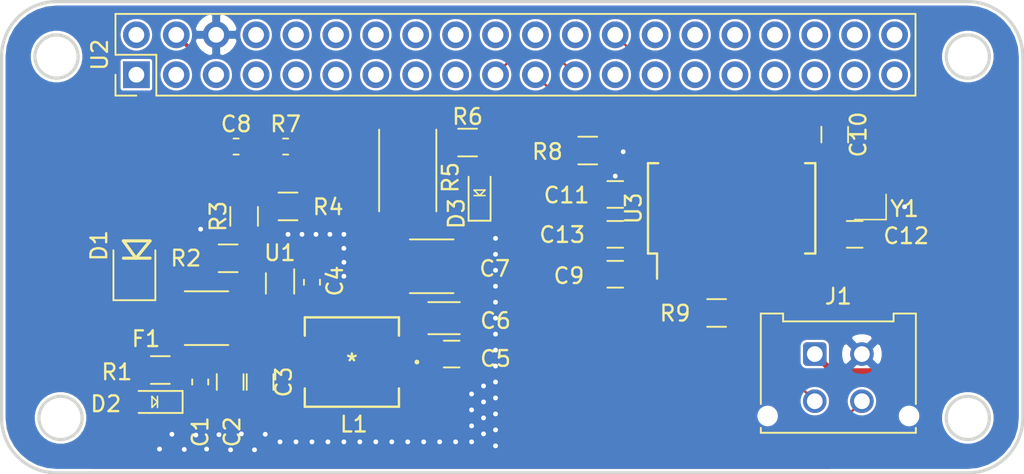
<source format=kicad_pcb>
(kicad_pcb (version 20171130) (host pcbnew "(5.1.4-0-10_14)")

  (general
    (thickness 1.6)
    (drawings 33)
    (tracks 259)
    (zones 0)
    (modules 32)
    (nets 68)
  )

  (page A4)
  (layers
    (0 F.Cu signal hide)
    (31 B.Cu signal hide)
    (32 B.Adhes user)
    (33 F.Adhes user)
    (34 B.Paste user)
    (35 F.Paste user hide)
    (36 B.SilkS user)
    (37 F.SilkS user)
    (38 B.Mask user)
    (39 F.Mask user)
    (40 Dwgs.User user)
    (41 Cmts.User user)
    (42 Eco1.User user)
    (43 Eco2.User user)
    (44 Edge.Cuts user)
    (45 Margin user)
    (46 B.CrtYd user)
    (47 F.CrtYd user)
    (48 B.Fab user)
    (49 F.Fab user)
  )

  (setup
    (last_trace_width 0.381)
    (user_trace_width 0.254)
    (user_trace_width 0.381)
    (trace_clearance 0.1524)
    (zone_clearance 0.1524)
    (zone_45_only no)
    (trace_min 0)
    (via_size 0.6096)
    (via_drill 0.3048)
    (via_min_size 0.1524)
    (via_min_drill 0.3048)
    (user_via 0.6096 0.3048)
    (uvia_size 0.3)
    (uvia_drill 0.1)
    (uvias_allowed no)
    (uvia_min_size 0.2)
    (uvia_min_drill 0.1)
    (edge_width 0.2)
    (segment_width 0.2)
    (pcb_text_width 0.3)
    (pcb_text_size 1.5 1.5)
    (mod_edge_width 0.15)
    (mod_text_size 1 1)
    (mod_text_width 0.15)
    (pad_size 1.524 1.524)
    (pad_drill 0.762)
    (pad_to_mask_clearance 0.051)
    (solder_mask_min_width 0.25)
    (aux_axis_origin 0 0)
    (visible_elements FFFFFF7F)
    (pcbplotparams
      (layerselection 0x010fc_ffffffff)
      (usegerberextensions false)
      (usegerberattributes false)
      (usegerberadvancedattributes false)
      (creategerberjobfile false)
      (excludeedgelayer true)
      (linewidth 0.100000)
      (plotframeref false)
      (viasonmask false)
      (mode 1)
      (useauxorigin false)
      (hpglpennumber 1)
      (hpglpenspeed 20)
      (hpglpendiameter 15.000000)
      (psnegative false)
      (psa4output false)
      (plotreference true)
      (plotvalue true)
      (plotinvisibletext false)
      (padsonsilk false)
      (subtractmaskfromsilk false)
      (outputformat 1)
      (mirror false)
      (drillshape 0)
      (scaleselection 1)
      (outputdirectory "2_26_2019/"))
  )

  (net 0 "")
  (net 1 GND)
  (net 2 VCC)
  (net 3 "Net-(C4-Pad1)")
  (net 4 "Net-(C5-Pad1)")
  (net 5 +12V)
  (net 6 /CAN_HI)
  (net 7 /CAN_LO)
  (net 8 /RESET)
  (net 9 /MOSI)
  (net 10 /MISO)
  (net 11 /SCK)
  (net 12 /~CS)
  (net 13 "Net-(U2-Pad2)")
  (net 14 "Net-(U2-Pad5)")
  (net 15 "Net-(U2-Pad7)")
  (net 16 "Net-(U2-Pad11)")
  (net 17 "Net-(U2-Pad12)")
  (net 18 "Net-(U2-Pad13)")
  (net 19 "Net-(U2-Pad20)")
  (net 20 "Net-(U2-Pad22)")
  (net 21 "Net-(U2-Pad25)")
  (net 22 "Net-(C1-Pad1)")
  (net 23 "Net-(C4-Pad2)")
  (net 24 "Net-(C8-Pad2)")
  (net 25 "Net-(C8-Pad1)")
  (net 26 "Net-(C12-Pad1)")
  (net 27 "Net-(C13-Pad1)")
  (net 28 "Net-(D2-Pad2)")
  (net 29 "Net-(D3-Pad2)")
  (net 30 "Net-(U2-Pad1)")
  (net 31 "Net-(U2-Pad3)")
  (net 32 "Net-(U2-Pad8)")
  (net 33 "Net-(U2-Pad9)")
  (net 34 "Net-(U2-Pad10)")
  (net 35 "Net-(U2-Pad14)")
  (net 36 "Net-(U2-Pad15)")
  (net 37 "Net-(U2-Pad16)")
  (net 38 "Net-(U2-Pad17)")
  (net 39 "Net-(U2-Pad18)")
  (net 40 "Net-(U2-Pad24)")
  (net 41 "Net-(U2-Pad27)")
  (net 42 "Net-(U2-Pad28)")
  (net 43 "Net-(U2-Pad29)")
  (net 44 "Net-(U2-Pad30)")
  (net 45 "Net-(U2-Pad31)")
  (net 46 "Net-(U2-Pad32)")
  (net 47 "Net-(U2-Pad33)")
  (net 48 "Net-(U2-Pad34)")
  (net 49 "Net-(U2-Pad35)")
  (net 50 "Net-(U2-Pad36)")
  (net 51 "Net-(U2-Pad37)")
  (net 52 "Net-(U2-Pad38)")
  (net 53 "Net-(U2-Pad39)")
  (net 54 "Net-(U2-Pad40)")
  (net 55 "Net-(U3-Pad21)")
  (net 56 "Net-(U3-Pad25)")
  (net 57 "Net-(U3-Pad20)")
  (net 58 "Net-(U3-Pad23)")
  (net 59 "Net-(U3-Pad22)")
  (net 60 "Net-(U3-Pad13)")
  (net 61 "Net-(U3-Pad12)")
  (net 62 "Net-(U3-Pad11)")
  (net 63 "Net-(U3-Pad7)")
  (net 64 "Net-(U3-Pad6)")
  (net 65 "Net-(U3-Pad5)")
  (net 66 "Net-(U3-Pad2)")
  (net 67 "Net-(R3-Pad1)")

  (net_class Default "This is the default net class."
    (clearance 0.1524)
    (trace_width 0.1524)
    (via_dia 0.6096)
    (via_drill 0.3048)
    (uvia_dia 0.3)
    (uvia_drill 0.1)
    (add_net +12V)
    (add_net /CAN_HI)
    (add_net /CAN_LO)
    (add_net /MISO)
    (add_net /MOSI)
    (add_net /RESET)
    (add_net /SCK)
    (add_net /~CS)
    (add_net GND)
    (add_net "Net-(C1-Pad1)")
    (add_net "Net-(C12-Pad1)")
    (add_net "Net-(C13-Pad1)")
    (add_net "Net-(C4-Pad1)")
    (add_net "Net-(C4-Pad2)")
    (add_net "Net-(C5-Pad1)")
    (add_net "Net-(C8-Pad1)")
    (add_net "Net-(C8-Pad2)")
    (add_net "Net-(D2-Pad2)")
    (add_net "Net-(D3-Pad2)")
    (add_net "Net-(R3-Pad1)")
    (add_net "Net-(U2-Pad1)")
    (add_net "Net-(U2-Pad10)")
    (add_net "Net-(U2-Pad11)")
    (add_net "Net-(U2-Pad12)")
    (add_net "Net-(U2-Pad13)")
    (add_net "Net-(U2-Pad14)")
    (add_net "Net-(U2-Pad15)")
    (add_net "Net-(U2-Pad16)")
    (add_net "Net-(U2-Pad17)")
    (add_net "Net-(U2-Pad18)")
    (add_net "Net-(U2-Pad2)")
    (add_net "Net-(U2-Pad20)")
    (add_net "Net-(U2-Pad22)")
    (add_net "Net-(U2-Pad24)")
    (add_net "Net-(U2-Pad25)")
    (add_net "Net-(U2-Pad27)")
    (add_net "Net-(U2-Pad28)")
    (add_net "Net-(U2-Pad29)")
    (add_net "Net-(U2-Pad3)")
    (add_net "Net-(U2-Pad30)")
    (add_net "Net-(U2-Pad31)")
    (add_net "Net-(U2-Pad32)")
    (add_net "Net-(U2-Pad33)")
    (add_net "Net-(U2-Pad34)")
    (add_net "Net-(U2-Pad35)")
    (add_net "Net-(U2-Pad36)")
    (add_net "Net-(U2-Pad37)")
    (add_net "Net-(U2-Pad38)")
    (add_net "Net-(U2-Pad39)")
    (add_net "Net-(U2-Pad40)")
    (add_net "Net-(U2-Pad5)")
    (add_net "Net-(U2-Pad7)")
    (add_net "Net-(U2-Pad8)")
    (add_net "Net-(U2-Pad9)")
    (add_net "Net-(U3-Pad11)")
    (add_net "Net-(U3-Pad12)")
    (add_net "Net-(U3-Pad13)")
    (add_net "Net-(U3-Pad2)")
    (add_net "Net-(U3-Pad20)")
    (add_net "Net-(U3-Pad21)")
    (add_net "Net-(U3-Pad22)")
    (add_net "Net-(U3-Pad23)")
    (add_net "Net-(U3-Pad25)")
    (add_net "Net-(U3-Pad5)")
    (add_net "Net-(U3-Pad6)")
    (add_net "Net-(U3-Pad7)")
    (add_net VCC)
  )

  (module footprints:MicroFit_VT_4 (layer F.Cu) (tedit 5DCE2749) (tstamp 5DD383C3)
    (at 149.86 131.826)
    (descr "Molex Micro-Fit 3.0 Connector System, 43045-0412 (compatible alternatives: 43045-0413, 43045-0424), 2 Pins per row (http://www.molex.com/pdm_docs/sd/430450212_sd.pdf), generated with kicad-footprint-generator")
    (tags "connector Molex Micro-Fit_3.0 side entry")
    (path /5DD396EB)
    (fp_text reference J1 (at 1.5 -3.67) (layer F.SilkS)
      (effects (font (size 1 1) (thickness 0.15)))
    )
    (fp_text value MicroFit_VT_4 (at 1.5 7.5) (layer F.Fab)
      (effects (font (size 1 1) (thickness 0.15)))
    )
    (fp_line (start -2.125 -1.97) (end -2.125 -2.47) (layer F.Fab) (width 0.1))
    (fp_line (start -2.125 -2.47) (end -3.325 -2.47) (layer F.Fab) (width 0.1))
    (fp_line (start -3.325 -2.47) (end -3.325 4.9) (layer F.Fab) (width 0.1))
    (fp_line (start -3.325 4.9) (end 6.325 4.9) (layer F.Fab) (width 0.1))
    (fp_line (start 6.325 4.9) (end 6.325 -2.47) (layer F.Fab) (width 0.1))
    (fp_line (start 6.325 -2.47) (end 5.125 -2.47) (layer F.Fab) (width 0.1))
    (fp_line (start 5.125 -2.47) (end 5.125 -1.97) (layer F.Fab) (width 0.1))
    (fp_line (start 5.125 -1.97) (end -2.125 -1.97) (layer F.Fab) (width 0.1))
    (fp_line (start -3.325 -1.34) (end -2.125 -1.97) (layer F.Fab) (width 0.1))
    (fp_line (start 6.325 -1.34) (end 5.125 -1.97) (layer F.Fab) (width 0.1))
    (fp_line (start 0.8 4.9) (end 0.8 6.3) (layer F.Fab) (width 0.1))
    (fp_line (start 0.8 6.3) (end 2.2 6.3) (layer F.Fab) (width 0.1))
    (fp_line (start 2.2 6.3) (end 2.2 4.9) (layer F.Fab) (width 0.1))
    (fp_line (start -0.5 -1.97) (end 0 -1.262893) (layer F.Fab) (width 0.1))
    (fp_line (start 0 -1.262893) (end 0.5 -1.97) (layer F.Fab) (width 0.1))
    (fp_line (start -3.435 4.7) (end -3.435 5.01) (layer F.SilkS) (width 0.12))
    (fp_line (start -3.435 5.01) (end 6.435 5.01) (layer F.SilkS) (width 0.12))
    (fp_line (start 6.435 5.01) (end 6.435 4.7) (layer F.SilkS) (width 0.12))
    (fp_line (start -3.435 3.18) (end -3.435 -2.58) (layer F.SilkS) (width 0.12))
    (fp_line (start -3.435 -2.58) (end -2.015 -2.58) (layer F.SilkS) (width 0.12))
    (fp_line (start -2.015 -2.58) (end -2.015 -2.08) (layer F.SilkS) (width 0.12))
    (fp_line (start -2.015 -2.08) (end 5.015 -2.08) (layer F.SilkS) (width 0.12))
    (fp_line (start 5.015 -2.08) (end 5.015 -2.58) (layer F.SilkS) (width 0.12))
    (fp_line (start 5.015 -2.58) (end 6.435 -2.58) (layer F.SilkS) (width 0.12))
    (fp_line (start 6.435 -2.58) (end 6.435 3.18) (layer F.SilkS) (width 0.12))
    (fp_line (start -3.82 -2.97) (end 6.82 -2.97) (layer F.CrtYd) (width 0.05))
    (fp_line (start 6.82 -2.97) (end 6.82 6.8) (layer F.CrtYd) (width 0.05))
    (fp_line (start 6.82 6.8) (end -3.82 6.8) (layer F.CrtYd) (width 0.05))
    (fp_line (start -3.82 6.8) (end -3.82 -2.97) (layer F.CrtYd) (width 0.05))
    (fp_text user %R (at 1.5 4.2) (layer F.Fab)
      (effects (font (size 1 1) (thickness 0.15)))
    )
    (pad "" np_thru_hole circle (at -3 3.94) (size 1 1) (drill 1) (layers *.Cu *.Mask))
    (pad "" np_thru_hole circle (at 6 3.94) (size 1 1) (drill 1) (layers *.Cu *.Mask))
    (pad 1 thru_hole roundrect (at 0 0) (size 1.5 1.5) (drill 1) (layers *.Cu *.Mask) (roundrect_rratio 0.166667)
      (net 5 +12V))
    (pad 2 thru_hole circle (at 3 0) (size 1.5 1.5) (drill 1) (layers *.Cu *.Mask)
      (net 1 GND))
    (pad 3 thru_hole circle (at 0 3) (size 1.5 1.5) (drill 1) (layers *.Cu *.Mask)
      (net 6 /CAN_HI))
    (pad 4 thru_hole circle (at 3 3) (size 1.5 1.5) (drill 1) (layers *.Cu *.Mask)
      (net 7 /CAN_LO))
    (model ${KISYS3DMOD}/Connector_Molex.3dshapes/Molex_Micro-Fit_3.0_43045-0412_2x02_P3.00mm_Vertical.wrl
      (at (xyz 0 0 0))
      (scale (xyz 1 1 1))
      (rotate (xyz 0 0 0))
    )
  )

  (module Connector_PinHeader_2.54mm:PinHeader_2x20_P2.54mm_Vertical (layer F.Cu) (tedit 59FED5CC) (tstamp 5DFFC993)
    (at 106.68 114.046 90)
    (descr "Through hole straight pin header, 2x20, 2.54mm pitch, double rows")
    (tags "Through hole pin header THT 2x20 2.54mm double row")
    (path /5DD0A6A6)
    (fp_text reference U2 (at 1.27 -2.33 90) (layer F.SilkS)
      (effects (font (size 1 1) (thickness 0.15)))
    )
    (fp_text value "Raspberry Pi Zero W" (at 5.9436 41.8084) (layer F.Fab)
      (effects (font (size 1 1) (thickness 0.15)))
    )
    (fp_line (start 0 -1.27) (end 3.81 -1.27) (layer F.Fab) (width 0.1))
    (fp_line (start 3.81 -1.27) (end 3.81 49.53) (layer F.Fab) (width 0.1))
    (fp_line (start 3.81 49.53) (end -1.27 49.53) (layer F.Fab) (width 0.1))
    (fp_line (start -1.27 49.53) (end -1.27 0) (layer F.Fab) (width 0.1))
    (fp_line (start -1.27 0) (end 0 -1.27) (layer F.Fab) (width 0.1))
    (fp_line (start -1.33 49.59) (end 3.87 49.59) (layer F.SilkS) (width 0.12))
    (fp_line (start -1.33 1.27) (end -1.33 49.59) (layer F.SilkS) (width 0.12))
    (fp_line (start 3.87 -1.33) (end 3.87 49.59) (layer F.SilkS) (width 0.12))
    (fp_line (start -1.33 1.27) (end 1.27 1.27) (layer F.SilkS) (width 0.12))
    (fp_line (start 1.27 1.27) (end 1.27 -1.33) (layer F.SilkS) (width 0.12))
    (fp_line (start 1.27 -1.33) (end 3.87 -1.33) (layer F.SilkS) (width 0.12))
    (fp_line (start -1.33 0) (end -1.33 -1.33) (layer F.SilkS) (width 0.12))
    (fp_line (start -1.33 -1.33) (end 0 -1.33) (layer F.SilkS) (width 0.12))
    (fp_line (start -1.8 -1.8) (end -1.8 50.05) (layer F.CrtYd) (width 0.05))
    (fp_line (start -1.8 50.05) (end 4.35 50.05) (layer F.CrtYd) (width 0.05))
    (fp_line (start 4.35 50.05) (end 4.35 -1.8) (layer F.CrtYd) (width 0.05))
    (fp_line (start 4.35 -1.8) (end -1.8 -1.8) (layer F.CrtYd) (width 0.05))
    (pad 1 thru_hole rect (at 0 0 90) (size 1.7 1.7) (drill 1) (layers *.Cu *.Mask)
      (net 30 "Net-(U2-Pad1)"))
    (pad 2 thru_hole oval (at 2.54 0 90) (size 1.7 1.7) (drill 1) (layers *.Cu *.Mask)
      (net 13 "Net-(U2-Pad2)"))
    (pad 3 thru_hole oval (at 0 2.54 90) (size 1.7 1.7) (drill 1) (layers *.Cu *.Mask)
      (net 31 "Net-(U2-Pad3)"))
    (pad 4 thru_hole oval (at 2.54 2.54 90) (size 1.7 1.7) (drill 1) (layers *.Cu *.Mask)
      (net 2 VCC))
    (pad 5 thru_hole oval (at 0 5.08 90) (size 1.7 1.7) (drill 1) (layers *.Cu *.Mask)
      (net 14 "Net-(U2-Pad5)"))
    (pad 6 thru_hole oval (at 2.54 5.08 90) (size 1.7 1.7) (drill 1) (layers *.Cu *.Mask)
      (net 1 GND))
    (pad 7 thru_hole oval (at 0 7.62 90) (size 1.7 1.7) (drill 1) (layers *.Cu *.Mask)
      (net 15 "Net-(U2-Pad7)"))
    (pad 8 thru_hole oval (at 2.54 7.62 90) (size 1.7 1.7) (drill 1) (layers *.Cu *.Mask)
      (net 32 "Net-(U2-Pad8)"))
    (pad 9 thru_hole oval (at 0 10.16 90) (size 1.7 1.7) (drill 1) (layers *.Cu *.Mask)
      (net 33 "Net-(U2-Pad9)"))
    (pad 10 thru_hole oval (at 2.54 10.16 90) (size 1.7 1.7) (drill 1) (layers *.Cu *.Mask)
      (net 34 "Net-(U2-Pad10)"))
    (pad 11 thru_hole oval (at 0 12.7 90) (size 1.7 1.7) (drill 1) (layers *.Cu *.Mask)
      (net 16 "Net-(U2-Pad11)"))
    (pad 12 thru_hole oval (at 2.54 12.7 90) (size 1.7 1.7) (drill 1) (layers *.Cu *.Mask)
      (net 17 "Net-(U2-Pad12)"))
    (pad 13 thru_hole oval (at 0 15.24 90) (size 1.7 1.7) (drill 1) (layers *.Cu *.Mask)
      (net 18 "Net-(U2-Pad13)"))
    (pad 14 thru_hole oval (at 2.54 15.24 90) (size 1.7 1.7) (drill 1) (layers *.Cu *.Mask)
      (net 35 "Net-(U2-Pad14)"))
    (pad 15 thru_hole oval (at 0 17.78 90) (size 1.7 1.7) (drill 1) (layers *.Cu *.Mask)
      (net 36 "Net-(U2-Pad15)"))
    (pad 16 thru_hole oval (at 2.54 17.78 90) (size 1.7 1.7) (drill 1) (layers *.Cu *.Mask)
      (net 37 "Net-(U2-Pad16)"))
    (pad 17 thru_hole oval (at 0 20.32 90) (size 1.7 1.7) (drill 1) (layers *.Cu *.Mask)
      (net 38 "Net-(U2-Pad17)"))
    (pad 18 thru_hole oval (at 2.54 20.32 90) (size 1.7 1.7) (drill 1) (layers *.Cu *.Mask)
      (net 39 "Net-(U2-Pad18)"))
    (pad 19 thru_hole oval (at 0 22.86 90) (size 1.7 1.7) (drill 1) (layers *.Cu *.Mask)
      (net 9 /MOSI))
    (pad 20 thru_hole oval (at 2.54 22.86 90) (size 1.7 1.7) (drill 1) (layers *.Cu *.Mask)
      (net 19 "Net-(U2-Pad20)"))
    (pad 21 thru_hole oval (at 0 25.4 90) (size 1.7 1.7) (drill 1) (layers *.Cu *.Mask)
      (net 10 /MISO))
    (pad 22 thru_hole oval (at 2.54 25.4 90) (size 1.7 1.7) (drill 1) (layers *.Cu *.Mask)
      (net 20 "Net-(U2-Pad22)"))
    (pad 23 thru_hole oval (at 0 27.94 90) (size 1.7 1.7) (drill 1) (layers *.Cu *.Mask)
      (net 11 /SCK))
    (pad 24 thru_hole oval (at 2.54 27.94 90) (size 1.7 1.7) (drill 1) (layers *.Cu *.Mask)
      (net 40 "Net-(U2-Pad24)"))
    (pad 25 thru_hole oval (at 0 30.48 90) (size 1.7 1.7) (drill 1) (layers *.Cu *.Mask)
      (net 21 "Net-(U2-Pad25)"))
    (pad 26 thru_hole oval (at 2.54 30.48 90) (size 1.7 1.7) (drill 1) (layers *.Cu *.Mask)
      (net 12 /~CS))
    (pad 27 thru_hole oval (at 0 33.02 90) (size 1.7 1.7) (drill 1) (layers *.Cu *.Mask)
      (net 41 "Net-(U2-Pad27)"))
    (pad 28 thru_hole oval (at 2.54 33.02 90) (size 1.7 1.7) (drill 1) (layers *.Cu *.Mask)
      (net 42 "Net-(U2-Pad28)"))
    (pad 29 thru_hole oval (at 0 35.56 90) (size 1.7 1.7) (drill 1) (layers *.Cu *.Mask)
      (net 43 "Net-(U2-Pad29)"))
    (pad 30 thru_hole oval (at 2.54 35.56 90) (size 1.7 1.7) (drill 1) (layers *.Cu *.Mask)
      (net 44 "Net-(U2-Pad30)"))
    (pad 31 thru_hole oval (at 0 38.1 90) (size 1.7 1.7) (drill 1) (layers *.Cu *.Mask)
      (net 45 "Net-(U2-Pad31)"))
    (pad 32 thru_hole oval (at 2.54 38.1 90) (size 1.7 1.7) (drill 1) (layers *.Cu *.Mask)
      (net 46 "Net-(U2-Pad32)"))
    (pad 33 thru_hole oval (at 0 40.64 90) (size 1.7 1.7) (drill 1) (layers *.Cu *.Mask)
      (net 47 "Net-(U2-Pad33)"))
    (pad 34 thru_hole oval (at 2.54 40.64 90) (size 1.7 1.7) (drill 1) (layers *.Cu *.Mask)
      (net 48 "Net-(U2-Pad34)"))
    (pad 35 thru_hole oval (at 0 43.18 90) (size 1.7 1.7) (drill 1) (layers *.Cu *.Mask)
      (net 49 "Net-(U2-Pad35)"))
    (pad 36 thru_hole oval (at 2.54 43.18 90) (size 1.7 1.7) (drill 1) (layers *.Cu *.Mask)
      (net 50 "Net-(U2-Pad36)"))
    (pad 37 thru_hole oval (at 0 45.72 90) (size 1.7 1.7) (drill 1) (layers *.Cu *.Mask)
      (net 51 "Net-(U2-Pad37)"))
    (pad 38 thru_hole oval (at 2.54 45.72 90) (size 1.7 1.7) (drill 1) (layers *.Cu *.Mask)
      (net 52 "Net-(U2-Pad38)"))
    (pad 39 thru_hole oval (at 0 48.26 90) (size 1.7 1.7) (drill 1) (layers *.Cu *.Mask)
      (net 53 "Net-(U2-Pad39)"))
    (pad 40 thru_hole oval (at 2.54 48.26 90) (size 1.7 1.7) (drill 1) (layers *.Cu *.Mask)
      (net 54 "Net-(U2-Pad40)"))
    (model ${KISYS3DMOD}/Connector_PinHeader_2.54mm.3dshapes/PinHeader_2x20_P2.54mm_Vertical.wrl
      (at (xyz 0 0 0))
      (scale (xyz 1 1 1))
      (rotate (xyz 0 0 0))
    )
  )

  (module footprints:C_0603_1608Metric (layer F.Cu) (tedit 5B301BBE) (tstamp 5DF542B6)
    (at 110.744 133.604 270)
    (descr "Capacitor SMD 0603 (1608 Metric), square (rectangular) end terminal, IPC_7351 nominal, (Body size source: http://www.tortai-tech.com/upload/download/2011102023233369053.pdf), generated with kicad-footprint-generator")
    (tags capacitor)
    (path /5DD296FF)
    (attr smd)
    (fp_text reference C1 (at 3.175 0 90) (layer F.SilkS)
      (effects (font (size 1 1) (thickness 0.15)))
    )
    (fp_text value C_0.1uF (at 0 1.43 90) (layer F.Fab)
      (effects (font (size 1 1) (thickness 0.15)))
    )
    (fp_text user %R (at 0 0 90) (layer F.Fab)
      (effects (font (size 0.4 0.4) (thickness 0.06)))
    )
    (fp_line (start 1.48 0.73) (end -1.48 0.73) (layer F.CrtYd) (width 0.05))
    (fp_line (start 1.48 -0.73) (end 1.48 0.73) (layer F.CrtYd) (width 0.05))
    (fp_line (start -1.48 -0.73) (end 1.48 -0.73) (layer F.CrtYd) (width 0.05))
    (fp_line (start -1.48 0.73) (end -1.48 -0.73) (layer F.CrtYd) (width 0.05))
    (fp_line (start -0.162779 0.51) (end 0.162779 0.51) (layer F.SilkS) (width 0.12))
    (fp_line (start -0.162779 -0.51) (end 0.162779 -0.51) (layer F.SilkS) (width 0.12))
    (fp_line (start 0.8 0.4) (end -0.8 0.4) (layer F.Fab) (width 0.1))
    (fp_line (start 0.8 -0.4) (end 0.8 0.4) (layer F.Fab) (width 0.1))
    (fp_line (start -0.8 -0.4) (end 0.8 -0.4) (layer F.Fab) (width 0.1))
    (fp_line (start -0.8 0.4) (end -0.8 -0.4) (layer F.Fab) (width 0.1))
    (pad 2 smd roundrect (at 0.7875 0 270) (size 0.875 0.95) (layers F.Cu F.Paste F.Mask) (roundrect_rratio 0.25)
      (net 1 GND))
    (pad 1 smd roundrect (at -0.7875 0 270) (size 0.875 0.95) (layers F.Cu F.Paste F.Mask) (roundrect_rratio 0.25)
      (net 22 "Net-(C1-Pad1)"))
    (model ${KISYS3DMOD}/Capacitor_SMD.3dshapes/C_0603_1608Metric.wrl
      (at (xyz 0 0 0))
      (scale (xyz 1 1 1))
      (rotate (xyz 0 0 0))
    )
  )

  (module footprints:R_0805_OEM (layer F.Cu) (tedit 5C3D844D) (tstamp 5DF54294)
    (at 127.762 118.364)
    (descr "Resistor SMD 0805, reflow soldering, Vishay (see dcrcw.pdf)")
    (tags "resistor 0805")
    (path /5DD69219)
    (attr smd)
    (fp_text reference R6 (at 0 -1.65) (layer F.SilkS)
      (effects (font (size 1 1) (thickness 0.15)))
    )
    (fp_text value R_200 (at 0 1.75) (layer F.Fab) hide
      (effects (font (size 1 1) (thickness 0.15)))
    )
    (fp_line (start -1 0.62) (end -1 -0.62) (layer F.Fab) (width 0.1))
    (fp_line (start 1 0.62) (end -1 0.62) (layer F.Fab) (width 0.1))
    (fp_line (start 1 -0.62) (end 1 0.62) (layer F.Fab) (width 0.1))
    (fp_line (start -1 -0.62) (end 1 -0.62) (layer F.Fab) (width 0.1))
    (fp_line (start 0.6 0.88) (end -0.6 0.88) (layer F.SilkS) (width 0.12))
    (fp_line (start -0.6 -0.88) (end 0.6 -0.88) (layer F.SilkS) (width 0.12))
    (fp_line (start -1.55 -0.9) (end 1.55 -0.9) (layer F.CrtYd) (width 0.05))
    (fp_line (start -1.55 -0.9) (end -1.55 0.9) (layer F.CrtYd) (width 0.05))
    (fp_line (start 1.55 0.9) (end 1.55 -0.9) (layer F.CrtYd) (width 0.05))
    (fp_line (start 1.55 0.9) (end -1.55 0.9) (layer F.CrtYd) (width 0.05))
    (pad 1 smd rect (at -0.95 0) (size 0.7 1.3) (layers F.Cu F.Paste F.Mask)
      (net 2 VCC))
    (pad 2 smd rect (at 0.95 0) (size 0.7 1.3) (layers F.Cu F.Paste F.Mask)
      (net 29 "Net-(D3-Pad2)"))
    (model ${LOCAL_DIR}/OEM_Preferred_Parts/3DModels/R_0805_OEM/res0805.step
      (at (xyz 0 0 0))
      (scale (xyz 1 1 1))
      (rotate (xyz 0 0 0))
    )
    (model ${LOCAL_DIR}/OEM_Preferred_Parts/3DModels/R_0805_OEM/res0805.step
      (at (xyz 0 0 0))
      (scale (xyz 1 1 1))
      (rotate (xyz 0 0 0))
    )
  )

  (module footprints:LED_0805_OEM (layer F.Cu) (tedit 5C3D84D8) (tstamp 5DF5427C)
    (at 107.823 134.874 180)
    (descr "LED 0805 smd package")
    (tags "LED led 0805 SMD smd SMT smt smdled SMDLED smtled SMTLED")
    (path /5DD25EAF)
    (attr smd)
    (fp_text reference D2 (at 3.0861 -0.127) (layer F.SilkS)
      (effects (font (size 1 1) (thickness 0.15)))
    )
    (fp_text value LED_0805 (at 0.508 2.032) (layer F.Fab) hide
      (effects (font (size 1 1) (thickness 0.15)))
    )
    (fp_line (start -1.95 -0.85) (end 1.95 -0.85) (layer F.CrtYd) (width 0.05))
    (fp_line (start -1.95 0.85) (end -1.95 -0.85) (layer F.CrtYd) (width 0.05))
    (fp_line (start 1.95 0.85) (end -1.95 0.85) (layer F.CrtYd) (width 0.05))
    (fp_line (start 1.95 -0.85) (end 1.95 0.85) (layer F.CrtYd) (width 0.05))
    (fp_line (start -1.8 -0.7) (end 1 -0.7) (layer F.SilkS) (width 0.12))
    (fp_line (start -1.8 0.7) (end 1 0.7) (layer F.SilkS) (width 0.12))
    (fp_line (start -1 0.6) (end -1 -0.6) (layer F.Fab) (width 0.1))
    (fp_line (start -1 -0.6) (end 1 -0.6) (layer F.Fab) (width 0.1))
    (fp_line (start 1 -0.6) (end 1 0.6) (layer F.Fab) (width 0.1))
    (fp_line (start 1 0.6) (end -1 0.6) (layer F.Fab) (width 0.1))
    (fp_line (start -1.8 -0.7) (end -1.8 0.7) (layer F.SilkS) (width 0.12))
    (fp_line (start -0.2 0) (end 0.1 -0.3) (layer F.SilkS) (width 0.1))
    (fp_line (start 0.1 -0.3) (end 0.15 -0.35) (layer F.SilkS) (width 0.1))
    (fp_line (start 0.15 -0.35) (end 0.15 0.3) (layer F.SilkS) (width 0.1))
    (fp_line (start 0.15 0.35) (end 0.15 0.3) (layer F.SilkS) (width 0.1))
    (fp_line (start 0.15 0.3) (end 0.15 0.35) (layer F.SilkS) (width 0.1))
    (fp_line (start 0.15 0.35) (end -0.2 0) (layer F.SilkS) (width 0.1))
    (fp_line (start -0.2 0) (end -0.2 -0.35) (layer F.SilkS) (width 0.1))
    (fp_line (start -0.2 0.35) (end -0.2 0) (layer F.SilkS) (width 0.1))
    (pad 1 smd rect (at -1.1 0) (size 1.2 1.2) (layers F.Cu F.Paste F.Mask)
      (net 1 GND))
    (pad 2 smd rect (at 1.1 0) (size 1.2 1.2) (layers F.Cu F.Paste F.Mask)
      (net 28 "Net-(D2-Pad2)"))
    (model "${LOCAL_DIR}/OEM_Preferred_Parts/3DModels/LED_0805/LED 0805 Base GREEN001_sp.wrl"
      (at (xyz 0 0 0))
      (scale (xyz 1 1 1))
      (rotate (xyz 0 0 180))
    )
    (model "${LOCAL_DIR}/OEM_Preferred_Parts/3DModels/LED_0805/LED 0805 Base GREEN001_sp.step"
      (at (xyz 0 0 0))
      (scale (xyz 1 1 1))
      (rotate (xyz 0 0 0))
    )
  )

  (module footprints:SOT-563 (layer F.Cu) (tedit 5DD2FC14) (tstamp 5DF5425A)
    (at 115.824 127.3302 270)
    (descr SOT563)
    (tags SOT-563)
    (path /5DD8A4F8)
    (attr smd)
    (fp_text reference U1 (at -1.9431 0.0127 180) (layer F.SilkS)
      (effects (font (size 1 1) (thickness 0.15)))
    )
    (fp_text value TPS563231 (at 0 1.75 90) (layer F.Fab)
      (effects (font (size 1 1) (thickness 0.15)))
    )
    (fp_line (start 1.35 1.1) (end -1.35 1.1) (layer F.CrtYd) (width 0.05))
    (fp_line (start 1.35 1.1) (end 1.35 -1.1) (layer F.CrtYd) (width 0.05))
    (fp_line (start -1.35 -1.1) (end -1.35 1.1) (layer F.CrtYd) (width 0.05))
    (fp_line (start -1.35 -1.1) (end 1.35 -1.1) (layer F.CrtYd) (width 0.05))
    (fp_line (start 0.65 -0.85) (end -0.3 -0.85) (layer F.Fab) (width 0.1))
    (fp_line (start 0.65 0.85) (end 0.65 -0.85) (layer F.Fab) (width 0.1))
    (fp_line (start -0.65 0.85) (end 0.65 0.85) (layer F.Fab) (width 0.1))
    (fp_line (start -0.65 -0.5) (end -0.65 0.85) (layer F.Fab) (width 0.1))
    (fp_line (start -0.9 -0.9) (end 0.65 -0.9) (layer F.SilkS) (width 0.12))
    (fp_line (start 0.65 0.9) (end -0.65 0.9) (layer F.SilkS) (width 0.12))
    (fp_line (start -0.65 -0.5) (end -0.3 -0.85) (layer F.Fab) (width 0.1))
    (fp_text user %R (at 0 0) (layer F.Fab)
      (effects (font (size 0.4 0.4) (thickness 0.0625)))
    )
    (pad 5 smd rect (at 0.75 0 270) (size 0.7 0.2) (layers F.Cu F.Paste F.Mask)
      (net 22 "Net-(C1-Pad1)"))
    (pad 4 smd rect (at 0.75 0.5 270) (size 0.7 0.2) (layers F.Cu F.Paste F.Mask)
      (net 22 "Net-(C1-Pad1)"))
    (pad 2 smd rect (at -0.75 0 270) (size 0.7 0.2) (layers F.Cu F.Paste F.Mask)
      (net 1 GND))
    (pad 6 smd rect (at 0.75 -0.5 270) (size 0.7 0.2) (layers F.Cu F.Paste F.Mask)
      (net 3 "Net-(C4-Pad1)"))
    (pad 3 smd rect (at -0.75 0.5 270) (size 0.7 0.2) (layers F.Cu F.Paste F.Mask)
      (net 25 "Net-(C8-Pad1)"))
    (pad 1 smd rect (at -0.75 -0.5 270) (size 0.7 0.2) (layers F.Cu F.Paste F.Mask)
      (net 23 "Net-(C4-Pad2)"))
    (model ${KISYS3DMOD}/Package_TO_SOT_SMD.3dshapes/SOT-563.wrl
      (at (xyz 0 0 0))
      (scale (xyz 1 1 1))
      (rotate (xyz 0 0 0))
    )
  )

  (module footprints:R_2512_OEM (layer F.Cu) (tedit 5C16AA6F) (tstamp 5DF5422C)
    (at 123.952 120.142 270)
    (descr "Resistor SMD 2512, reflow soldering, Vishay (see dcrcw.pdf)")
    (tags "resistor 2512")
    (path /5DD64EC7)
    (attr smd)
    (fp_text reference R5 (at 0.4445 -2.7178 90) (layer F.SilkS)
      (effects (font (size 1 1) (thickness 0.15)))
    )
    (fp_text value R_0_2512 (at 0 2.75 90) (layer F.Fab) hide
      (effects (font (size 1 1) (thickness 0.15)))
    )
    (fp_line (start 3.85 1.85) (end -3.85 1.85) (layer F.CrtYd) (width 0.05))
    (fp_line (start 3.85 1.85) (end 3.85 -1.85) (layer F.CrtYd) (width 0.05))
    (fp_line (start -3.85 -1.85) (end -3.85 1.85) (layer F.CrtYd) (width 0.05))
    (fp_line (start -3.85 -1.85) (end 3.85 -1.85) (layer F.CrtYd) (width 0.05))
    (fp_line (start -2.6 -1.82) (end 2.6 -1.82) (layer F.SilkS) (width 0.12))
    (fp_line (start 2.6 1.82) (end -2.6 1.82) (layer F.SilkS) (width 0.12))
    (fp_line (start -3.15 -1.6) (end 3.15 -1.6) (layer F.Fab) (width 0.1))
    (fp_line (start 3.15 -1.6) (end 3.15 1.6) (layer F.Fab) (width 0.1))
    (fp_line (start 3.15 1.6) (end -3.15 1.6) (layer F.Fab) (width 0.1))
    (fp_line (start -3.15 1.6) (end -3.15 -1.6) (layer F.Fab) (width 0.1))
    (pad 2 smd rect (at 3.1 0 270) (size 1 3.2) (layers F.Cu F.Paste F.Mask)
      (net 4 "Net-(C5-Pad1)"))
    (pad 1 smd rect (at -3.1 0 270) (size 1 3.2) (layers F.Cu F.Paste F.Mask)
      (net 2 VCC))
    (model ${LOCAL_DIR}/OEM_Preferred_Parts/3DModels/R_2512_OEM/R_2512_OEM.step
      (at (xyz 0 0 0))
      (scale (xyz 1 1 1))
      (rotate (xyz 0 0 0))
    )
  )

  (module footprints:R_0603_1608Metric (layer F.Cu) (tedit 5B301BBD) (tstamp 5DF5421C)
    (at 116.1795 118.618)
    (descr "Resistor SMD 0603 (1608 Metric), square (rectangular) end terminal, IPC_7351 nominal, (Body size source: http://www.tortai-tech.com/upload/download/2011102023233369053.pdf), generated with kicad-footprint-generator")
    (tags resistor)
    (path /5DD86588)
    (attr smd)
    (fp_text reference R7 (at 0 -1.43) (layer F.SilkS)
      (effects (font (size 1 1) (thickness 0.15)))
    )
    (fp_text value R_1 (at 0 1.43) (layer F.Fab)
      (effects (font (size 1 1) (thickness 0.15)))
    )
    (fp_text user %R (at 0 0) (layer F.Fab)
      (effects (font (size 0.4 0.4) (thickness 0.06)))
    )
    (fp_line (start 1.48 0.73) (end -1.48 0.73) (layer F.CrtYd) (width 0.05))
    (fp_line (start 1.48 -0.73) (end 1.48 0.73) (layer F.CrtYd) (width 0.05))
    (fp_line (start -1.48 -0.73) (end 1.48 -0.73) (layer F.CrtYd) (width 0.05))
    (fp_line (start -1.48 0.73) (end -1.48 -0.73) (layer F.CrtYd) (width 0.05))
    (fp_line (start -0.162779 0.51) (end 0.162779 0.51) (layer F.SilkS) (width 0.12))
    (fp_line (start -0.162779 -0.51) (end 0.162779 -0.51) (layer F.SilkS) (width 0.12))
    (fp_line (start 0.8 0.4) (end -0.8 0.4) (layer F.Fab) (width 0.1))
    (fp_line (start 0.8 -0.4) (end 0.8 0.4) (layer F.Fab) (width 0.1))
    (fp_line (start -0.8 -0.4) (end 0.8 -0.4) (layer F.Fab) (width 0.1))
    (fp_line (start -0.8 0.4) (end -0.8 -0.4) (layer F.Fab) (width 0.1))
    (pad 2 smd roundrect (at 0.7875 0) (size 0.875 0.95) (layers F.Cu F.Paste F.Mask) (roundrect_rratio 0.25)
      (net 4 "Net-(C5-Pad1)"))
    (pad 1 smd roundrect (at -0.7875 0) (size 0.875 0.95) (layers F.Cu F.Paste F.Mask) (roundrect_rratio 0.25)
      (net 24 "Net-(C8-Pad2)"))
    (model ${KISYS3DMOD}/Resistor_SMD.3dshapes/R_0603_1608Metric.wrl
      (at (xyz 0 0 0))
      (scale (xyz 1 1 1))
      (rotate (xyz 0 0 0))
    )
  )

  (module footprints:DO-214AA (layer F.Cu) (tedit 5C16B7E3) (tstamp 5DF541E5)
    (at 106.553 125.222 90)
    (descr "http://www.diodes.com/datasheets/ap02001.pdf p.144")
    (tags "Diode SOD523")
    (path /5DD288D2)
    (attr smd)
    (fp_text reference D1 (at 0.3 -2.25 90) (layer F.SilkS)
      (effects (font (size 1 1) (thickness 0.15)))
    )
    (fp_text value D_Zener_18V (at 0 2.286 90) (layer F.Fab) hide
      (effects (font (size 1 1) (thickness 0.15)))
    )
    (fp_line (start -3.175 -1.3335) (end 0 -1.3335) (layer F.SilkS) (width 0.12))
    (fp_line (start -3.175 1.3335) (end 0 1.3335) (layer F.SilkS) (width 0.12))
    (fp_line (start 2.3749 1.9685) (end -2.3749 1.9685) (layer F.Fab) (width 0.1))
    (fp_line (start -2.3749 -1.9685) (end -2.3749 1.9685) (layer F.Fab) (width 0.1))
    (fp_line (start -2.3749 -1.9685) (end 2.3749 -1.9685) (layer F.Fab) (width 0.1))
    (fp_line (start 2.3749 -1.9685) (end 2.3749 1.9685) (layer F.Fab) (width 0.1))
    (fp_line (start -3.302 1.4605) (end 3.302 1.4605) (layer F.CrtYd) (width 0.05))
    (fp_line (start -3.302 -1.4605) (end -3.302 1.4605) (layer F.CrtYd) (width 0.05))
    (fp_line (start -3.302 -1.4605) (end 3.302 -1.4605) (layer F.CrtYd) (width 0.05))
    (fp_line (start 3.302 -1.4605) (end 3.302 1.4605) (layer F.CrtYd) (width 0.05))
    (fp_line (start -3.175 -1.3335) (end -3.175 1.3335) (layer F.SilkS) (width 0.12))
    (fp_line (start -0.5 -0.7) (end -0.5 1) (layer F.SilkS) (width 0.2))
    (fp_line (start -0.5 0.1) (end 0.6 -0.7) (layer F.SilkS) (width 0.2))
    (fp_line (start 0.6 -0.7) (end 0.6 1) (layer F.SilkS) (width 0.2))
    (fp_line (start 0.6 1) (end -0.5 0.1) (layer F.SilkS) (width 0.2))
    (pad 1 smd rect (at -2.032 0 270) (size 1.778 2.159) (layers F.Cu F.Paste F.Mask)
      (net 5 +12V))
    (pad 2 smd rect (at 2.032 0 270) (size 1.778 2.159) (layers F.Cu F.Paste F.Mask)
      (net 1 GND))
    (model ${LOCAL_DIR}/OEM_Preferred_Parts/3DModels/DO_214AA_OEM/DO_214AA.wrl
      (at (xyz 0 0 0))
      (scale (xyz 1 1 1))
      (rotate (xyz 0 0 0))
    )
  )

  (module footprints:IHLP2020BZER4R7M11 (layer F.Cu) (tedit 0) (tstamp 5DF541A5)
    (at 120.396 132.334 180)
    (path /5DD494D5)
    (fp_text reference L1 (at -0.127 -3.9624) (layer F.SilkS)
      (effects (font (size 1 1) (thickness 0.15)))
    )
    (fp_text value L_4.7uH_3.2A (at -0.1651 -3.9497) (layer F.SilkS) hide
      (effects (font (size 1 1) (thickness 0.15)))
    )
    (fp_circle (center -4.1402 0) (end -4.064 0) (layer F.SilkS) (width 0.1524))
    (fp_circle (center -2.3622 0) (end -2.286 0) (layer F.Fab) (width 0.1524))
    (fp_line (start -3.1242 1.651) (end -3.2766 1.651) (layer F.CrtYd) (width 0.1524))
    (fp_line (start -3.1242 2.9718) (end -3.1242 1.651) (layer F.CrtYd) (width 0.1524))
    (fp_line (start 3.1242 2.9718) (end -3.1242 2.9718) (layer F.CrtYd) (width 0.1524))
    (fp_line (start 3.1242 1.651) (end 3.1242 2.9718) (layer F.CrtYd) (width 0.1524))
    (fp_line (start 3.2766 1.651) (end 3.1242 1.651) (layer F.CrtYd) (width 0.1524))
    (fp_line (start 3.2766 -1.651) (end 3.2766 1.651) (layer F.CrtYd) (width 0.1524))
    (fp_line (start 3.1242 -1.651) (end 3.2766 -1.651) (layer F.CrtYd) (width 0.1524))
    (fp_line (start 3.1242 -2.9718) (end 3.1242 -1.651) (layer F.CrtYd) (width 0.1524))
    (fp_line (start -3.1242 -2.9718) (end 3.1242 -2.9718) (layer F.CrtYd) (width 0.1524))
    (fp_line (start -3.1242 -1.651) (end -3.1242 -2.9718) (layer F.CrtYd) (width 0.1524))
    (fp_line (start -3.2766 -1.651) (end -3.1242 -1.651) (layer F.CrtYd) (width 0.1524))
    (fp_line (start -3.2766 1.651) (end -3.2766 -1.651) (layer F.CrtYd) (width 0.1524))
    (fp_line (start 2.9972 -1.67894) (end 2.9972 -2.8448) (layer F.SilkS) (width 0.1524))
    (fp_line (start -2.9972 1.67894) (end -2.9972 2.8448) (layer F.SilkS) (width 0.1524))
    (fp_line (start -2.8702 -2.7178) (end -2.8702 2.7178) (layer F.Fab) (width 0.1524))
    (fp_line (start 2.8702 -2.7178) (end -2.8702 -2.7178) (layer F.Fab) (width 0.1524))
    (fp_line (start 2.8702 2.7178) (end 2.8702 -2.7178) (layer F.Fab) (width 0.1524))
    (fp_line (start -2.8702 2.7178) (end 2.8702 2.7178) (layer F.Fab) (width 0.1524))
    (fp_line (start -2.9972 -2.8448) (end -2.9972 -1.67894) (layer F.SilkS) (width 0.1524))
    (fp_line (start 2.9972 -2.8448) (end -2.9972 -2.8448) (layer F.SilkS) (width 0.1524))
    (fp_line (start 2.9972 2.8448) (end 2.9972 1.67894) (layer F.SilkS) (width 0.1524))
    (fp_line (start -2.9972 2.8448) (end 2.9972 2.8448) (layer F.SilkS) (width 0.1524))
    (fp_text user * (at 0 0) (layer F.Fab)
      (effects (font (size 1 1) (thickness 0.15)))
    )
    (fp_text user * (at 0 0) (layer F.SilkS)
      (effects (font (size 1 1) (thickness 0.15)))
    )
    (fp_text user "Copyright 2016 Accelerated Designs. All rights reserved." (at 0 0) (layer Cmts.User)
      (effects (font (size 0.127 0.127) (thickness 0.002)))
    )
    (pad 2 smd rect (at 2.032 0 270) (size 2.6924 1.9812) (layers F.Cu F.Paste F.Mask)
      (net 3 "Net-(C4-Pad1)"))
    (pad 1 smd rect (at -2.032 0 270) (size 2.6924 1.9812) (layers F.Cu F.Paste F.Mask)
      (net 4 "Net-(C5-Pad1)"))
  )

  (module footprints:C_0603_1608Metric (layer F.Cu) (tedit 5B301BBE) (tstamp 5DF5414F)
    (at 117.856 127.254 90)
    (descr "Capacitor SMD 0603 (1608 Metric), square (rectangular) end terminal, IPC_7351 nominal, (Body size source: http://www.tortai-tech.com/upload/download/2011102023233369053.pdf), generated with kicad-footprint-generator")
    (tags capacitor)
    (path /5DD434B0)
    (attr smd)
    (fp_text reference C4 (at 0.0762 1.4605 90) (layer F.SilkS)
      (effects (font (size 1 1) (thickness 0.15)))
    )
    (fp_text value C_0.1uF_0603 (at 0 1.43 90) (layer F.Fab)
      (effects (font (size 1 1) (thickness 0.15)))
    )
    (fp_line (start -0.8 0.4) (end -0.8 -0.4) (layer F.Fab) (width 0.1))
    (fp_line (start -0.8 -0.4) (end 0.8 -0.4) (layer F.Fab) (width 0.1))
    (fp_line (start 0.8 -0.4) (end 0.8 0.4) (layer F.Fab) (width 0.1))
    (fp_line (start 0.8 0.4) (end -0.8 0.4) (layer F.Fab) (width 0.1))
    (fp_line (start -0.162779 -0.51) (end 0.162779 -0.51) (layer F.SilkS) (width 0.12))
    (fp_line (start -0.162779 0.51) (end 0.162779 0.51) (layer F.SilkS) (width 0.12))
    (fp_line (start -1.48 0.73) (end -1.48 -0.73) (layer F.CrtYd) (width 0.05))
    (fp_line (start -1.48 -0.73) (end 1.48 -0.73) (layer F.CrtYd) (width 0.05))
    (fp_line (start 1.48 -0.73) (end 1.48 0.73) (layer F.CrtYd) (width 0.05))
    (fp_line (start 1.48 0.73) (end -1.48 0.73) (layer F.CrtYd) (width 0.05))
    (fp_text user %R (at 0 0 90) (layer F.Fab)
      (effects (font (size 0.4 0.4) (thickness 0.06)))
    )
    (pad 1 smd roundrect (at -0.7875 0 90) (size 0.875 0.95) (layers F.Cu F.Paste F.Mask) (roundrect_rratio 0.25)
      (net 3 "Net-(C4-Pad1)"))
    (pad 2 smd roundrect (at 0.7875 0 90) (size 0.875 0.95) (layers F.Cu F.Paste F.Mask) (roundrect_rratio 0.25)
      (net 23 "Net-(C4-Pad2)"))
    (model ${KISYS3DMOD}/Capacitor_SMD.3dshapes/C_0603_1608Metric.wrl
      (at (xyz 0 0 0))
      (scale (xyz 1 1 1))
      (rotate (xyz 0 0 0))
    )
  )

  (module Package_SO:SSOP-28_5.3x10.2mm_P0.65mm (layer F.Cu) (tedit 5A02F25C) (tstamp 5DD38452)
    (at 144.57 122.551 90)
    (descr "28-Lead Plastic Shrink Small Outline (SS)-5.30 mm Body [SSOP] (see Microchip Packaging Specification 00000049BS.pdf)")
    (tags "SSOP 0.65")
    (path /5DB2CE58)
    (attr smd)
    (fp_text reference U3 (at 0 -6.25 90) (layer F.SilkS)
      (effects (font (size 1 1) (thickness 0.15)))
    )
    (fp_text value MCP25625-x-SS (at 0 6.25 90) (layer F.Fab)
      (effects (font (size 1 1) (thickness 0.15)))
    )
    (fp_text user %R (at 0 0 90) (layer F.Fab)
      (effects (font (size 0.8 0.8) (thickness 0.15)))
    )
    (fp_line (start -2.875 -4.75) (end -4.475 -4.75) (layer F.SilkS) (width 0.15))
    (fp_line (start -2.875 5.325) (end 2.875 5.325) (layer F.SilkS) (width 0.15))
    (fp_line (start -2.875 -5.325) (end 2.875 -5.325) (layer F.SilkS) (width 0.15))
    (fp_line (start -2.875 5.325) (end -2.875 4.675) (layer F.SilkS) (width 0.15))
    (fp_line (start 2.875 5.325) (end 2.875 4.675) (layer F.SilkS) (width 0.15))
    (fp_line (start 2.875 -5.325) (end 2.875 -4.675) (layer F.SilkS) (width 0.15))
    (fp_line (start -2.875 -5.325) (end -2.875 -4.75) (layer F.SilkS) (width 0.15))
    (fp_line (start -4.75 5.5) (end 4.75 5.5) (layer F.CrtYd) (width 0.05))
    (fp_line (start -4.75 -5.5) (end 4.75 -5.5) (layer F.CrtYd) (width 0.05))
    (fp_line (start 4.75 -5.5) (end 4.75 5.5) (layer F.CrtYd) (width 0.05))
    (fp_line (start -4.75 -5.5) (end -4.75 5.5) (layer F.CrtYd) (width 0.05))
    (fp_line (start -2.65 -4.1) (end -1.65 -5.1) (layer F.Fab) (width 0.15))
    (fp_line (start -2.65 5.1) (end -2.65 -4.1) (layer F.Fab) (width 0.15))
    (fp_line (start 2.65 5.1) (end -2.65 5.1) (layer F.Fab) (width 0.15))
    (fp_line (start 2.65 -5.1) (end 2.65 5.1) (layer F.Fab) (width 0.15))
    (fp_line (start -1.65 -5.1) (end 2.65 -5.1) (layer F.Fab) (width 0.15))
    (pad 28 smd rect (at 3.6 -4.225 90) (size 1.75 0.45) (layers F.Cu F.Paste F.Mask)
      (net 55 "Net-(U3-Pad21)"))
    (pad 27 smd rect (at 3.6 -3.575 90) (size 1.75 0.45) (layers F.Cu F.Paste F.Mask)
      (net 2 VCC))
    (pad 26 smd rect (at 3.6 -2.925 90) (size 1.75 0.45) (layers F.Cu F.Paste F.Mask)
      (net 1 GND))
    (pad 25 smd rect (at 3.6 -2.275 90) (size 1.75 0.45) (layers F.Cu F.Paste F.Mask)
      (net 56 "Net-(U3-Pad25)"))
    (pad 24 smd rect (at 3.6 -1.625 90) (size 1.75 0.45) (layers F.Cu F.Paste F.Mask)
      (net 57 "Net-(U3-Pad20)"))
    (pad 23 smd rect (at 3.6 -0.975 90) (size 1.75 0.45) (layers F.Cu F.Paste F.Mask)
      (net 58 "Net-(U3-Pad23)"))
    (pad 22 smd rect (at 3.6 -0.325 90) (size 1.75 0.45) (layers F.Cu F.Paste F.Mask)
      (net 59 "Net-(U3-Pad22)"))
    (pad 21 smd rect (at 3.6 0.325 90) (size 1.75 0.45) (layers F.Cu F.Paste F.Mask)
      (net 55 "Net-(U3-Pad21)"))
    (pad 20 smd rect (at 3.6 0.975 90) (size 1.75 0.45) (layers F.Cu F.Paste F.Mask)
      (net 57 "Net-(U3-Pad20)"))
    (pad 19 smd rect (at 3.6 1.625 90) (size 1.75 0.45) (layers F.Cu F.Paste F.Mask)
      (net 2 VCC))
    (pad 18 smd rect (at 3.6 2.275 90) (size 1.75 0.45) (layers F.Cu F.Paste F.Mask)
      (net 8 /RESET))
    (pad 17 smd rect (at 3.6 2.925 90) (size 1.75 0.45) (layers F.Cu F.Paste F.Mask)
      (net 12 /~CS))
    (pad 16 smd rect (at 3.6 3.575 90) (size 1.75 0.45) (layers F.Cu F.Paste F.Mask)
      (net 10 /MISO))
    (pad 15 smd rect (at 3.6 4.225 90) (size 1.75 0.45) (layers F.Cu F.Paste F.Mask)
      (net 9 /MOSI))
    (pad 14 smd rect (at -3.6 4.225 90) (size 1.75 0.45) (layers F.Cu F.Paste F.Mask)
      (net 11 /SCK))
    (pad 13 smd rect (at -3.6 3.575 90) (size 1.75 0.45) (layers F.Cu F.Paste F.Mask)
      (net 60 "Net-(U3-Pad13)"))
    (pad 12 smd rect (at -3.6 2.925 90) (size 1.75 0.45) (layers F.Cu F.Paste F.Mask)
      (net 61 "Net-(U3-Pad12)"))
    (pad 11 smd rect (at -3.6 2.275 90) (size 1.75 0.45) (layers F.Cu F.Paste F.Mask)
      (net 62 "Net-(U3-Pad11)"))
    (pad 10 smd rect (at -3.6 1.625 90) (size 1.75 0.45) (layers F.Cu F.Paste F.Mask)
      (net 1 GND))
    (pad 9 smd rect (at -3.6 0.975 90) (size 1.75 0.45) (layers F.Cu F.Paste F.Mask)
      (net 26 "Net-(C12-Pad1)"))
    (pad 8 smd rect (at -3.6 0.325 90) (size 1.75 0.45) (layers F.Cu F.Paste F.Mask)
      (net 27 "Net-(C13-Pad1)"))
    (pad 7 smd rect (at -3.6 -0.325 90) (size 1.75 0.45) (layers F.Cu F.Paste F.Mask)
      (net 63 "Net-(U3-Pad7)"))
    (pad 6 smd rect (at -3.6 -0.975 90) (size 1.75 0.45) (layers F.Cu F.Paste F.Mask)
      (net 64 "Net-(U3-Pad6)"))
    (pad 5 smd rect (at -3.6 -1.625 90) (size 1.75 0.45) (layers F.Cu F.Paste F.Mask)
      (net 65 "Net-(U3-Pad5)"))
    (pad 4 smd rect (at -3.6 -2.275 90) (size 1.75 0.45) (layers F.Cu F.Paste F.Mask)
      (net 6 /CAN_HI))
    (pad 3 smd rect (at -3.6 -2.925 90) (size 1.75 0.45) (layers F.Cu F.Paste F.Mask)
      (net 7 /CAN_LO))
    (pad 2 smd rect (at -3.6 -3.575 90) (size 1.75 0.45) (layers F.Cu F.Paste F.Mask)
      (net 66 "Net-(U3-Pad2)"))
    (pad 1 smd rect (at -3.6 -4.225 90) (size 1.75 0.45) (layers F.Cu F.Paste F.Mask)
      (net 2 VCC))
    (model ${KISYS3DMOD}/Package_SO.3dshapes/SSOP-28_5.3x10.2mm_P0.65mm.wrl
      (at (xyz 0 0 0))
      (scale (xyz 1 1 1))
      (rotate (xyz 0 0 0))
    )
  )

  (module footprints:C_0805_OEM (layer F.Cu) (tedit 5C3D8347) (tstamp 5DD3835B)
    (at 151.13 117.856 270)
    (descr "Capacitor SMD 0805, reflow soldering, AVX (see smccp.pdf)")
    (tags "capacitor 0805")
    (path /5DC9D664)
    (attr smd)
    (fp_text reference C10 (at 0 -1.5 90) (layer F.SilkS)
      (effects (font (size 1 1) (thickness 0.15)))
    )
    (fp_text value C_0.1uF (at 0 1.75 90) (layer F.Fab) hide
      (effects (font (size 1 1) (thickness 0.15)))
    )
    (fp_line (start 1.75 0.87) (end -1.75 0.87) (layer F.CrtYd) (width 0.05))
    (fp_line (start 1.75 0.87) (end 1.75 -0.88) (layer F.CrtYd) (width 0.05))
    (fp_line (start -1.75 -0.88) (end -1.75 0.87) (layer F.CrtYd) (width 0.05))
    (fp_line (start -1.75 -0.88) (end 1.75 -0.88) (layer F.CrtYd) (width 0.05))
    (fp_line (start -0.5 0.85) (end 0.5 0.85) (layer F.SilkS) (width 0.12))
    (fp_line (start 0.5 -0.85) (end -0.5 -0.85) (layer F.SilkS) (width 0.12))
    (fp_line (start -1 -0.62) (end 1 -0.62) (layer F.Fab) (width 0.1))
    (fp_line (start 1 -0.62) (end 1 0.62) (layer F.Fab) (width 0.1))
    (fp_line (start 1 0.62) (end -1 0.62) (layer F.Fab) (width 0.1))
    (fp_line (start -1 0.62) (end -1 -0.62) (layer F.Fab) (width 0.1))
    (pad 2 smd rect (at 1 0 270) (size 1 1.25) (layers F.Cu F.Paste F.Mask)
      (net 1 GND))
    (pad 1 smd rect (at -1 0 270) (size 1 1.25) (layers F.Cu F.Paste F.Mask)
      (net 2 VCC))
    (model ${LOCAL_DIR}/OEM_Preferred_Parts/3DModels/C_0805_OEM/C_0805.step
      (at (xyz 0 0 0))
      (scale (xyz 1 1 1))
      (rotate (xyz 0 0 0))
    )
    (model ${LOCAL_DIR}/OEM_Preferred_Parts/3DModels/C_0805_OEM/C_0805.step
      (at (xyz 0 0 0))
      (scale (xyz 1 1 1))
      (rotate (xyz 0 0 0))
    )
  )

  (module footprints:C_0805_OEM (layer F.Cu) (tedit 5C3D8347) (tstamp 5DD3836B)
    (at 137.16 126.746)
    (descr "Capacitor SMD 0805, reflow soldering, AVX (see smccp.pdf)")
    (tags "capacitor 0805")
    (path /5D58E34B)
    (attr smd)
    (fp_text reference C9 (at -2.9464 0.1016) (layer F.SilkS)
      (effects (font (size 1 1) (thickness 0.15)))
    )
    (fp_text value C_0.1uF (at 0 1.75) (layer F.Fab) hide
      (effects (font (size 1 1) (thickness 0.15)))
    )
    (fp_line (start -1 0.62) (end -1 -0.62) (layer F.Fab) (width 0.1))
    (fp_line (start 1 0.62) (end -1 0.62) (layer F.Fab) (width 0.1))
    (fp_line (start 1 -0.62) (end 1 0.62) (layer F.Fab) (width 0.1))
    (fp_line (start -1 -0.62) (end 1 -0.62) (layer F.Fab) (width 0.1))
    (fp_line (start 0.5 -0.85) (end -0.5 -0.85) (layer F.SilkS) (width 0.12))
    (fp_line (start -0.5 0.85) (end 0.5 0.85) (layer F.SilkS) (width 0.12))
    (fp_line (start -1.75 -0.88) (end 1.75 -0.88) (layer F.CrtYd) (width 0.05))
    (fp_line (start -1.75 -0.88) (end -1.75 0.87) (layer F.CrtYd) (width 0.05))
    (fp_line (start 1.75 0.87) (end 1.75 -0.88) (layer F.CrtYd) (width 0.05))
    (fp_line (start 1.75 0.87) (end -1.75 0.87) (layer F.CrtYd) (width 0.05))
    (pad 1 smd rect (at -1 0) (size 1 1.25) (layers F.Cu F.Paste F.Mask)
      (net 2 VCC))
    (pad 2 smd rect (at 1 0) (size 1 1.25) (layers F.Cu F.Paste F.Mask)
      (net 1 GND))
    (model ${LOCAL_DIR}/OEM_Preferred_Parts/3DModels/C_0805_OEM/C_0805.step
      (at (xyz 0 0 0))
      (scale (xyz 1 1 1))
      (rotate (xyz 0 0 0))
    )
    (model ${LOCAL_DIR}/OEM_Preferred_Parts/3DModels/C_0805_OEM/C_0805.step
      (at (xyz 0 0 0))
      (scale (xyz 1 1 1))
      (rotate (xyz 0 0 0))
    )
  )

  (module footprints:C_0805_OEM (layer F.Cu) (tedit 5C3D8347) (tstamp 5DD3837B)
    (at 137.16 121.666)
    (descr "Capacitor SMD 0805, reflow soldering, AVX (see smccp.pdf)")
    (tags "capacitor 0805")
    (path /5DCA0331)
    (attr smd)
    (fp_text reference C11 (at -3.0988 0.0508) (layer F.SilkS)
      (effects (font (size 1 1) (thickness 0.15)))
    )
    (fp_text value C_0.1uF (at 0 1.75) (layer F.Fab) hide
      (effects (font (size 1 1) (thickness 0.15)))
    )
    (fp_line (start -1 0.62) (end -1 -0.62) (layer F.Fab) (width 0.1))
    (fp_line (start 1 0.62) (end -1 0.62) (layer F.Fab) (width 0.1))
    (fp_line (start 1 -0.62) (end 1 0.62) (layer F.Fab) (width 0.1))
    (fp_line (start -1 -0.62) (end 1 -0.62) (layer F.Fab) (width 0.1))
    (fp_line (start 0.5 -0.85) (end -0.5 -0.85) (layer F.SilkS) (width 0.12))
    (fp_line (start -0.5 0.85) (end 0.5 0.85) (layer F.SilkS) (width 0.12))
    (fp_line (start -1.75 -0.88) (end 1.75 -0.88) (layer F.CrtYd) (width 0.05))
    (fp_line (start -1.75 -0.88) (end -1.75 0.87) (layer F.CrtYd) (width 0.05))
    (fp_line (start 1.75 0.87) (end 1.75 -0.88) (layer F.CrtYd) (width 0.05))
    (fp_line (start 1.75 0.87) (end -1.75 0.87) (layer F.CrtYd) (width 0.05))
    (pad 1 smd rect (at -1 0) (size 1 1.25) (layers F.Cu F.Paste F.Mask)
      (net 2 VCC))
    (pad 2 smd rect (at 1 0) (size 1 1.25) (layers F.Cu F.Paste F.Mask)
      (net 1 GND))
    (model ${LOCAL_DIR}/OEM_Preferred_Parts/3DModels/C_0805_OEM/C_0805.step
      (at (xyz 0 0 0))
      (scale (xyz 1 1 1))
      (rotate (xyz 0 0 0))
    )
    (model ${LOCAL_DIR}/OEM_Preferred_Parts/3DModels/C_0805_OEM/C_0805.step
      (at (xyz 0 0 0))
      (scale (xyz 1 1 1))
      (rotate (xyz 0 0 0))
    )
  )

  (module footprints:C_0805_OEM (layer F.Cu) (tedit 5C3D8347) (tstamp 5DD3838B)
    (at 152.4 124.206)
    (descr "Capacitor SMD 0805, reflow soldering, AVX (see smccp.pdf)")
    (tags "capacitor 0805")
    (path /5D5EB5B2)
    (attr smd)
    (fp_text reference C12 (at 3.2766 0.1016) (layer F.SilkS)
      (effects (font (size 1 1) (thickness 0.15)))
    )
    (fp_text value C_22pF (at 0 1.75) (layer F.Fab) hide
      (effects (font (size 1 1) (thickness 0.15)))
    )
    (fp_line (start -1 0.62) (end -1 -0.62) (layer F.Fab) (width 0.1))
    (fp_line (start 1 0.62) (end -1 0.62) (layer F.Fab) (width 0.1))
    (fp_line (start 1 -0.62) (end 1 0.62) (layer F.Fab) (width 0.1))
    (fp_line (start -1 -0.62) (end 1 -0.62) (layer F.Fab) (width 0.1))
    (fp_line (start 0.5 -0.85) (end -0.5 -0.85) (layer F.SilkS) (width 0.12))
    (fp_line (start -0.5 0.85) (end 0.5 0.85) (layer F.SilkS) (width 0.12))
    (fp_line (start -1.75 -0.88) (end 1.75 -0.88) (layer F.CrtYd) (width 0.05))
    (fp_line (start -1.75 -0.88) (end -1.75 0.87) (layer F.CrtYd) (width 0.05))
    (fp_line (start 1.75 0.87) (end 1.75 -0.88) (layer F.CrtYd) (width 0.05))
    (fp_line (start 1.75 0.87) (end -1.75 0.87) (layer F.CrtYd) (width 0.05))
    (pad 1 smd rect (at -1 0) (size 1 1.25) (layers F.Cu F.Paste F.Mask)
      (net 26 "Net-(C12-Pad1)"))
    (pad 2 smd rect (at 1 0) (size 1 1.25) (layers F.Cu F.Paste F.Mask)
      (net 1 GND))
    (model ${LOCAL_DIR}/OEM_Preferred_Parts/3DModels/C_0805_OEM/C_0805.step
      (at (xyz 0 0 0))
      (scale (xyz 1 1 1))
      (rotate (xyz 0 0 0))
    )
    (model ${LOCAL_DIR}/OEM_Preferred_Parts/3DModels/C_0805_OEM/C_0805.step
      (at (xyz 0 0 0))
      (scale (xyz 1 1 1))
      (rotate (xyz 0 0 0))
    )
  )

  (module footprints:C_0805_OEM (layer F.Cu) (tedit 5C3D8347) (tstamp 5DD3839B)
    (at 137.16 124.206)
    (descr "Capacitor SMD 0805, reflow soldering, AVX (see smccp.pdf)")
    (tags "capacitor 0805")
    (path /5D5EB694)
    (attr smd)
    (fp_text reference C13 (at -3.3782 0.0254) (layer F.SilkS)
      (effects (font (size 1 1) (thickness 0.15)))
    )
    (fp_text value C_22pF (at 0 1.75) (layer F.Fab) hide
      (effects (font (size 1 1) (thickness 0.15)))
    )
    (fp_line (start 1.75 0.87) (end -1.75 0.87) (layer F.CrtYd) (width 0.05))
    (fp_line (start 1.75 0.87) (end 1.75 -0.88) (layer F.CrtYd) (width 0.05))
    (fp_line (start -1.75 -0.88) (end -1.75 0.87) (layer F.CrtYd) (width 0.05))
    (fp_line (start -1.75 -0.88) (end 1.75 -0.88) (layer F.CrtYd) (width 0.05))
    (fp_line (start -0.5 0.85) (end 0.5 0.85) (layer F.SilkS) (width 0.12))
    (fp_line (start 0.5 -0.85) (end -0.5 -0.85) (layer F.SilkS) (width 0.12))
    (fp_line (start -1 -0.62) (end 1 -0.62) (layer F.Fab) (width 0.1))
    (fp_line (start 1 -0.62) (end 1 0.62) (layer F.Fab) (width 0.1))
    (fp_line (start 1 0.62) (end -1 0.62) (layer F.Fab) (width 0.1))
    (fp_line (start -1 0.62) (end -1 -0.62) (layer F.Fab) (width 0.1))
    (pad 2 smd rect (at 1 0) (size 1 1.25) (layers F.Cu F.Paste F.Mask)
      (net 1 GND))
    (pad 1 smd rect (at -1 0) (size 1 1.25) (layers F.Cu F.Paste F.Mask)
      (net 27 "Net-(C13-Pad1)"))
    (model ${LOCAL_DIR}/OEM_Preferred_Parts/3DModels/C_0805_OEM/C_0805.step
      (at (xyz 0 0 0))
      (scale (xyz 1 1 1))
      (rotate (xyz 0 0 0))
    )
    (model ${LOCAL_DIR}/OEM_Preferred_Parts/3DModels/C_0805_OEM/C_0805.step
      (at (xyz 0 0 0))
      (scale (xyz 1 1 1))
      (rotate (xyz 0 0 0))
    )
  )

  (module footprints:R_0805_OEM (layer F.Cu) (tedit 5C3D844D) (tstamp 5DD383D3)
    (at 135.4074 118.872 180)
    (descr "Resistor SMD 0805, reflow soldering, Vishay (see dcrcw.pdf)")
    (tags "resistor 0805")
    (path /5DC40A53)
    (attr smd)
    (fp_text reference R8 (at 2.5654 -0.0762) (layer F.SilkS)
      (effects (font (size 1 1) (thickness 0.15)))
    )
    (fp_text value R_10K (at 0 1.75) (layer F.Fab) hide
      (effects (font (size 1 1) (thickness 0.15)))
    )
    (fp_line (start -1 0.62) (end -1 -0.62) (layer F.Fab) (width 0.1))
    (fp_line (start 1 0.62) (end -1 0.62) (layer F.Fab) (width 0.1))
    (fp_line (start 1 -0.62) (end 1 0.62) (layer F.Fab) (width 0.1))
    (fp_line (start -1 -0.62) (end 1 -0.62) (layer F.Fab) (width 0.1))
    (fp_line (start 0.6 0.88) (end -0.6 0.88) (layer F.SilkS) (width 0.12))
    (fp_line (start -0.6 -0.88) (end 0.6 -0.88) (layer F.SilkS) (width 0.12))
    (fp_line (start -1.55 -0.9) (end 1.55 -0.9) (layer F.CrtYd) (width 0.05))
    (fp_line (start -1.55 -0.9) (end -1.55 0.9) (layer F.CrtYd) (width 0.05))
    (fp_line (start 1.55 0.9) (end 1.55 -0.9) (layer F.CrtYd) (width 0.05))
    (fp_line (start 1.55 0.9) (end -1.55 0.9) (layer F.CrtYd) (width 0.05))
    (pad 1 smd rect (at -0.95 0 180) (size 0.7 1.3) (layers F.Cu F.Paste F.Mask)
      (net 8 /RESET))
    (pad 2 smd rect (at 0.95 0 180) (size 0.7 1.3) (layers F.Cu F.Paste F.Mask)
      (net 2 VCC))
    (model ${LOCAL_DIR}/OEM_Preferred_Parts/3DModels/R_0805_OEM/res0805.step
      (at (xyz 0 0 0))
      (scale (xyz 1 1 1))
      (rotate (xyz 0 0 0))
    )
    (model ${LOCAL_DIR}/OEM_Preferred_Parts/3DModels/R_0805_OEM/res0805.step
      (at (xyz 0 0 0))
      (scale (xyz 1 1 1))
      (rotate (xyz 0 0 0))
    )
  )

  (module footprints:R_0805_OEM (layer F.Cu) (tedit 5C3D844D) (tstamp 5DD383E3)
    (at 143.6116 129.2098 180)
    (descr "Resistor SMD 0805, reflow soldering, Vishay (see dcrcw.pdf)")
    (tags "resistor 0805")
    (path /5DD4A92D)
    (attr smd)
    (fp_text reference R9 (at 2.6416 -0.0254) (layer F.SilkS)
      (effects (font (size 1 1) (thickness 0.15)))
    )
    (fp_text value R_120_DNP (at 0 1.75) (layer F.Fab) hide
      (effects (font (size 1 1) (thickness 0.15)))
    )
    (fp_line (start 1.55 0.9) (end -1.55 0.9) (layer F.CrtYd) (width 0.05))
    (fp_line (start 1.55 0.9) (end 1.55 -0.9) (layer F.CrtYd) (width 0.05))
    (fp_line (start -1.55 -0.9) (end -1.55 0.9) (layer F.CrtYd) (width 0.05))
    (fp_line (start -1.55 -0.9) (end 1.55 -0.9) (layer F.CrtYd) (width 0.05))
    (fp_line (start -0.6 -0.88) (end 0.6 -0.88) (layer F.SilkS) (width 0.12))
    (fp_line (start 0.6 0.88) (end -0.6 0.88) (layer F.SilkS) (width 0.12))
    (fp_line (start -1 -0.62) (end 1 -0.62) (layer F.Fab) (width 0.1))
    (fp_line (start 1 -0.62) (end 1 0.62) (layer F.Fab) (width 0.1))
    (fp_line (start 1 0.62) (end -1 0.62) (layer F.Fab) (width 0.1))
    (fp_line (start -1 0.62) (end -1 -0.62) (layer F.Fab) (width 0.1))
    (pad 2 smd rect (at 0.95 0 180) (size 0.7 1.3) (layers F.Cu F.Paste F.Mask)
      (net 7 /CAN_LO))
    (pad 1 smd rect (at -0.95 0 180) (size 0.7 1.3) (layers F.Cu F.Paste F.Mask)
      (net 6 /CAN_HI))
    (model ${LOCAL_DIR}/OEM_Preferred_Parts/3DModels/R_0805_OEM/res0805.step
      (at (xyz 0 0 0))
      (scale (xyz 1 1 1))
      (rotate (xyz 0 0 0))
    )
    (model ${LOCAL_DIR}/OEM_Preferred_Parts/3DModels/R_0805_OEM/res0805.step
      (at (xyz 0 0 0))
      (scale (xyz 1 1 1))
      (rotate (xyz 0 0 0))
    )
  )

  (module footprints:Crystal_SMD_FA238 (layer F.Cu) (tedit 59F247A7) (tstamp 5DD38464)
    (at 152.4 121.666 180)
    (descr "crystal Epson Toyocom FA-238 series http://www.mouser.com/ds/2/137/1721499-465440.pdf, hand-soldering, 3.2x2.5mm^2 package")
    (tags "SMD SMT crystal hand-soldering")
    (path /5D5EB332)
    (attr smd)
    (fp_text reference Y1 (at -3.175 -0.9144) (layer F.SilkS)
      (effects (font (size 1 1) (thickness 0.15)))
    )
    (fp_text value Crystal_SMD (at 0.0762 2.42316) (layer F.Fab) hide
      (effects (font (size 1 1) (thickness 0.15)))
    )
    (fp_line (start -1.6 -1.15) (end -1.5 -1.25) (layer F.Fab) (width 0.1))
    (fp_line (start -1.6 1.15) (end -1.6 -1.15) (layer F.Fab) (width 0.1))
    (fp_line (start -1.5 1.25) (end -1.6 1.15) (layer F.Fab) (width 0.1))
    (fp_line (start 1.5 1.25) (end -1.5 1.25) (layer F.Fab) (width 0.1))
    (fp_line (start 1.6 1.15) (end 1.5 1.25) (layer F.Fab) (width 0.1))
    (fp_line (start 1.6 -1.15) (end 1.6 1.15) (layer F.Fab) (width 0.1))
    (fp_line (start 1.5 -1.25) (end 1.6 -1.15) (layer F.Fab) (width 0.1))
    (fp_line (start -1.5 -1.25) (end 1.5 -1.25) (layer F.Fab) (width 0.1))
    (fp_line (start -2 -1.6) (end -2 0) (layer F.SilkS) (width 0.1))
    (fp_line (start -2 -1.6) (end 0 -1.6) (layer F.SilkS) (width 0.1))
    (pad 4 smd rect (at -1.1 -0.8 180) (size 1.4 1.2) (layers F.Cu F.Mask)
      (net 1 GND))
    (pad 3 smd rect (at 1.1 -0.8 180) (size 1.4 1.2) (layers F.Cu F.Mask)
      (net 27 "Net-(C13-Pad1)"))
    (pad 2 smd rect (at 1.1 0.8 180) (size 1.4 1.2) (layers F.Cu F.Mask)
      (net 1 GND))
    (pad 1 smd rect (at -1.1 0.8 180) (size 1.4 1.2) (layers F.Cu F.Mask)
      (net 26 "Net-(C12-Pad1)"))
    (model Crystals.3dshapes/Crystal_SMD_SeikoEpson_FA238-4pin_3.2x2.5mm_HandSoldering.wrl
      (at (xyz 0 0 0))
      (scale (xyz 0.24 0.24 0.24))
      (rotate (xyz 0 0 0))
    )
  )

  (module footprints:C_0805_OEM (layer F.Cu) (tedit 5C3D8347) (tstamp 5DF66E5D)
    (at 112.649 133.604 270)
    (descr "Capacitor SMD 0805, reflow soldering, AVX (see smccp.pdf)")
    (tags "capacitor 0805")
    (path /5DF5748C)
    (attr smd)
    (fp_text reference C2 (at 3.175 -0.127 90) (layer F.SilkS)
      (effects (font (size 1 1) (thickness 0.15)))
    )
    (fp_text value C_10uF_25V (at 0 1.75 90) (layer F.Fab) hide
      (effects (font (size 1 1) (thickness 0.15)))
    )
    (fp_line (start -1 0.62) (end -1 -0.62) (layer F.Fab) (width 0.1))
    (fp_line (start 1 0.62) (end -1 0.62) (layer F.Fab) (width 0.1))
    (fp_line (start 1 -0.62) (end 1 0.62) (layer F.Fab) (width 0.1))
    (fp_line (start -1 -0.62) (end 1 -0.62) (layer F.Fab) (width 0.1))
    (fp_line (start 0.5 -0.85) (end -0.5 -0.85) (layer F.SilkS) (width 0.12))
    (fp_line (start -0.5 0.85) (end 0.5 0.85) (layer F.SilkS) (width 0.12))
    (fp_line (start -1.75 -0.88) (end 1.75 -0.88) (layer F.CrtYd) (width 0.05))
    (fp_line (start -1.75 -0.88) (end -1.75 0.87) (layer F.CrtYd) (width 0.05))
    (fp_line (start 1.75 0.87) (end 1.75 -0.88) (layer F.CrtYd) (width 0.05))
    (fp_line (start 1.75 0.87) (end -1.75 0.87) (layer F.CrtYd) (width 0.05))
    (pad 1 smd rect (at -1 0 270) (size 1 1.25) (layers F.Cu F.Paste F.Mask)
      (net 22 "Net-(C1-Pad1)"))
    (pad 2 smd rect (at 1 0 270) (size 1 1.25) (layers F.Cu F.Paste F.Mask)
      (net 1 GND))
    (model ${LOCAL_DIR}/OEM_Preferred_Parts/3DModels/C_0805_OEM/C_0805.step
      (at (xyz 0 0 0))
      (scale (xyz 1 1 1))
      (rotate (xyz 0 0 0))
    )
    (model ${LOCAL_DIR}/OEM_Preferred_Parts/3DModels/C_0805_OEM/C_0805.step
      (at (xyz 0 0 0))
      (scale (xyz 1 1 1))
      (rotate (xyz 0 0 0))
    )
  )

  (module footprints:C_0805_OEM (layer F.Cu) (tedit 5C3D8347) (tstamp 5DF66E6D)
    (at 114.554 133.604 270)
    (descr "Capacitor SMD 0805, reflow soldering, AVX (see smccp.pdf)")
    (tags "capacitor 0805")
    (path /5DF5748E)
    (attr smd)
    (fp_text reference C3 (at 0 -1.5 90) (layer F.SilkS)
      (effects (font (size 1 1) (thickness 0.15)))
    )
    (fp_text value C_10uF_25V (at 0 1.75 90) (layer F.Fab) hide
      (effects (font (size 1 1) (thickness 0.15)))
    )
    (fp_line (start -1 0.62) (end -1 -0.62) (layer F.Fab) (width 0.1))
    (fp_line (start 1 0.62) (end -1 0.62) (layer F.Fab) (width 0.1))
    (fp_line (start 1 -0.62) (end 1 0.62) (layer F.Fab) (width 0.1))
    (fp_line (start -1 -0.62) (end 1 -0.62) (layer F.Fab) (width 0.1))
    (fp_line (start 0.5 -0.85) (end -0.5 -0.85) (layer F.SilkS) (width 0.12))
    (fp_line (start -0.5 0.85) (end 0.5 0.85) (layer F.SilkS) (width 0.12))
    (fp_line (start -1.75 -0.88) (end 1.75 -0.88) (layer F.CrtYd) (width 0.05))
    (fp_line (start -1.75 -0.88) (end -1.75 0.87) (layer F.CrtYd) (width 0.05))
    (fp_line (start 1.75 0.87) (end 1.75 -0.88) (layer F.CrtYd) (width 0.05))
    (fp_line (start 1.75 0.87) (end -1.75 0.87) (layer F.CrtYd) (width 0.05))
    (pad 1 smd rect (at -1 0 270) (size 1 1.25) (layers F.Cu F.Paste F.Mask)
      (net 22 "Net-(C1-Pad1)"))
    (pad 2 smd rect (at 1 0 270) (size 1 1.25) (layers F.Cu F.Paste F.Mask)
      (net 1 GND))
    (model ${LOCAL_DIR}/OEM_Preferred_Parts/3DModels/C_0805_OEM/C_0805.step
      (at (xyz 0 0 0))
      (scale (xyz 1 1 1))
      (rotate (xyz 0 0 0))
    )
    (model ${LOCAL_DIR}/OEM_Preferred_Parts/3DModels/C_0805_OEM/C_0805.step
      (at (xyz 0 0 0))
      (scale (xyz 1 1 1))
      (rotate (xyz 0 0 0))
    )
  )

  (module footprints:C_0805_OEM (layer F.Cu) (tedit 5C3D8347) (tstamp 5DF66E7D)
    (at 126.746 131.826)
    (descr "Capacitor SMD 0805, reflow soldering, AVX (see smccp.pdf)")
    (tags "capacitor 0805")
    (path /5DF5749D)
    (attr smd)
    (fp_text reference C5 (at 2.794 0.2921) (layer F.SilkS)
      (effects (font (size 1 1) (thickness 0.15)))
    )
    (fp_text value C_10uF (at 0 1.75) (layer F.Fab) hide
      (effects (font (size 1 1) (thickness 0.15)))
    )
    (fp_line (start 1.75 0.87) (end -1.75 0.87) (layer F.CrtYd) (width 0.05))
    (fp_line (start 1.75 0.87) (end 1.75 -0.88) (layer F.CrtYd) (width 0.05))
    (fp_line (start -1.75 -0.88) (end -1.75 0.87) (layer F.CrtYd) (width 0.05))
    (fp_line (start -1.75 -0.88) (end 1.75 -0.88) (layer F.CrtYd) (width 0.05))
    (fp_line (start -0.5 0.85) (end 0.5 0.85) (layer F.SilkS) (width 0.12))
    (fp_line (start 0.5 -0.85) (end -0.5 -0.85) (layer F.SilkS) (width 0.12))
    (fp_line (start -1 -0.62) (end 1 -0.62) (layer F.Fab) (width 0.1))
    (fp_line (start 1 -0.62) (end 1 0.62) (layer F.Fab) (width 0.1))
    (fp_line (start 1 0.62) (end -1 0.62) (layer F.Fab) (width 0.1))
    (fp_line (start -1 0.62) (end -1 -0.62) (layer F.Fab) (width 0.1))
    (pad 2 smd rect (at 1 0) (size 1 1.25) (layers F.Cu F.Paste F.Mask)
      (net 1 GND))
    (pad 1 smd rect (at -1 0) (size 1 1.25) (layers F.Cu F.Paste F.Mask)
      (net 4 "Net-(C5-Pad1)"))
    (model ${LOCAL_DIR}/OEM_Preferred_Parts/3DModels/C_0805_OEM/C_0805.step
      (at (xyz 0 0 0))
      (scale (xyz 1 1 1))
      (rotate (xyz 0 0 0))
    )
    (model ${LOCAL_DIR}/OEM_Preferred_Parts/3DModels/C_0805_OEM/C_0805.step
      (at (xyz 0 0 0))
      (scale (xyz 1 1 1))
      (rotate (xyz 0 0 0))
    )
  )

  (module footprints:C_1206_OEM (layer F.Cu) (tedit 5C16B943) (tstamp 5DF66E8D)
    (at 126.262 129.54)
    (descr "Capacitor SMD 1206, reflow soldering, AVX (see smccp.pdf)")
    (tags "capacitor 1206")
    (path /5DF57492)
    (attr smd)
    (fp_text reference C6 (at 3.278 0.1651) (layer F.SilkS)
      (effects (font (size 1 1) (thickness 0.15)))
    )
    (fp_text value C_22uF (at 0 2) (layer F.Fab) hide
      (effects (font (size 1 1) (thickness 0.15)))
    )
    (fp_line (start -1.6 0.8) (end -1.6 -0.8) (layer F.Fab) (width 0.1))
    (fp_line (start 1.6 0.8) (end -1.6 0.8) (layer F.Fab) (width 0.1))
    (fp_line (start 1.6 -0.8) (end 1.6 0.8) (layer F.Fab) (width 0.1))
    (fp_line (start -1.6 -0.8) (end 1.6 -0.8) (layer F.Fab) (width 0.1))
    (fp_line (start 1 -1.02) (end -1 -1.02) (layer F.SilkS) (width 0.12))
    (fp_line (start -1 1.02) (end 1 1.02) (layer F.SilkS) (width 0.12))
    (fp_line (start -2.25 -1.05) (end 2.25 -1.05) (layer F.CrtYd) (width 0.05))
    (fp_line (start -2.25 -1.05) (end -2.25 1.05) (layer F.CrtYd) (width 0.05))
    (fp_line (start 2.25 1.05) (end 2.25 -1.05) (layer F.CrtYd) (width 0.05))
    (fp_line (start 2.25 1.05) (end -2.25 1.05) (layer F.CrtYd) (width 0.05))
    (pad 1 smd rect (at -1.5 0) (size 1 1.6) (layers F.Cu F.Paste F.Mask)
      (net 4 "Net-(C5-Pad1)"))
    (pad 2 smd rect (at 1.5 0) (size 1 1.6) (layers F.Cu F.Paste F.Mask)
      (net 1 GND))
    (model ${LOCAL_DIR}/OEM_Preferred_Parts/3DModels/C_1206_OEM/C_1206_OEM.wrl
      (at (xyz 0 0 0))
      (scale (xyz 1 1 1))
      (rotate (xyz 0 0 0))
    )
  )

  (module Capacitor_SMD:C_1812_4532Metric (layer F.Cu) (tedit 5B301BBE) (tstamp 5DF6737C)
    (at 125.476 126.238)
    (descr "Capacitor SMD 1812 (4532 Metric), square (rectangular) end terminal, IPC_7351 nominal, (Body size source: https://www.nikhef.nl/pub/departments/mt/projects/detectorR_D/dtddice/ERJ2G.pdf), generated with kicad-footprint-generator")
    (tags capacitor)
    (path /5DF57493)
    (attr smd)
    (fp_text reference C7 (at 4.0132 0.1524) (layer F.SilkS)
      (effects (font (size 1 1) (thickness 0.15)))
    )
    (fp_text value C_33uF (at 0 2.65) (layer F.Fab)
      (effects (font (size 1 1) (thickness 0.15)))
    )
    (fp_line (start -2.25 1.6) (end -2.25 -1.6) (layer F.Fab) (width 0.1))
    (fp_line (start -2.25 -1.6) (end 2.25 -1.6) (layer F.Fab) (width 0.1))
    (fp_line (start 2.25 -1.6) (end 2.25 1.6) (layer F.Fab) (width 0.1))
    (fp_line (start 2.25 1.6) (end -2.25 1.6) (layer F.Fab) (width 0.1))
    (fp_line (start -1.386252 -1.71) (end 1.386252 -1.71) (layer F.SilkS) (width 0.12))
    (fp_line (start -1.386252 1.71) (end 1.386252 1.71) (layer F.SilkS) (width 0.12))
    (fp_line (start -2.95 1.95) (end -2.95 -1.95) (layer F.CrtYd) (width 0.05))
    (fp_line (start -2.95 -1.95) (end 2.95 -1.95) (layer F.CrtYd) (width 0.05))
    (fp_line (start 2.95 -1.95) (end 2.95 1.95) (layer F.CrtYd) (width 0.05))
    (fp_line (start 2.95 1.95) (end -2.95 1.95) (layer F.CrtYd) (width 0.05))
    (fp_text user %R (at 0 0) (layer F.Fab)
      (effects (font (size 1 1) (thickness 0.15)))
    )
    (pad 1 smd roundrect (at -2.1375 0) (size 1.125 3.4) (layers F.Cu F.Paste F.Mask) (roundrect_rratio 0.222222)
      (net 4 "Net-(C5-Pad1)"))
    (pad 2 smd roundrect (at 2.1375 0) (size 1.125 3.4) (layers F.Cu F.Paste F.Mask) (roundrect_rratio 0.222222)
      (net 1 GND))
    (model ${KISYS3DMOD}/Capacitor_SMD.3dshapes/C_1812_4532Metric.wrl
      (at (xyz 0 0 0))
      (scale (xyz 1 1 1))
      (rotate (xyz 0 0 0))
    )
  )

  (module footprints:C_0603_1608Metric (layer F.Cu) (tedit 5B301BBE) (tstamp 5DF66EAF)
    (at 113.03 118.618)
    (descr "Capacitor SMD 0603 (1608 Metric), square (rectangular) end terminal, IPC_7351 nominal, (Body size source: http://www.tortai-tech.com/upload/download/2011102023233369053.pdf), generated with kicad-footprint-generator")
    (tags capacitor)
    (path /5DF5749E)
    (attr smd)
    (fp_text reference C8 (at 0 -1.43) (layer F.SilkS)
      (effects (font (size 1 1) (thickness 0.15)))
    )
    (fp_text value C_100nF (at 0 1.43) (layer F.Fab)
      (effects (font (size 1 1) (thickness 0.15)))
    )
    (fp_line (start -0.8 0.4) (end -0.8 -0.4) (layer F.Fab) (width 0.1))
    (fp_line (start -0.8 -0.4) (end 0.8 -0.4) (layer F.Fab) (width 0.1))
    (fp_line (start 0.8 -0.4) (end 0.8 0.4) (layer F.Fab) (width 0.1))
    (fp_line (start 0.8 0.4) (end -0.8 0.4) (layer F.Fab) (width 0.1))
    (fp_line (start -0.162779 -0.51) (end 0.162779 -0.51) (layer F.SilkS) (width 0.12))
    (fp_line (start -0.162779 0.51) (end 0.162779 0.51) (layer F.SilkS) (width 0.12))
    (fp_line (start -1.48 0.73) (end -1.48 -0.73) (layer F.CrtYd) (width 0.05))
    (fp_line (start -1.48 -0.73) (end 1.48 -0.73) (layer F.CrtYd) (width 0.05))
    (fp_line (start 1.48 -0.73) (end 1.48 0.73) (layer F.CrtYd) (width 0.05))
    (fp_line (start 1.48 0.73) (end -1.48 0.73) (layer F.CrtYd) (width 0.05))
    (fp_text user %R (at 0 0) (layer F.Fab)
      (effects (font (size 0.4 0.4) (thickness 0.06)))
    )
    (pad 1 smd roundrect (at -0.7875 0) (size 0.875 0.95) (layers F.Cu F.Paste F.Mask) (roundrect_rratio 0.25)
      (net 25 "Net-(C8-Pad1)"))
    (pad 2 smd roundrect (at 0.7875 0) (size 0.875 0.95) (layers F.Cu F.Paste F.Mask) (roundrect_rratio 0.25)
      (net 24 "Net-(C8-Pad2)"))
    (model ${KISYS3DMOD}/Capacitor_SMD.3dshapes/C_0603_1608Metric.wrl
      (at (xyz 0 0 0))
      (scale (xyz 1 1 1))
      (rotate (xyz 0 0 0))
    )
  )

  (module footprints:LED_0805_OEM (layer F.Cu) (tedit 5C3D84D8) (tstamp 5DF66EC8)
    (at 128.524 121.539 90)
    (descr "LED 0805 smd package")
    (tags "LED led 0805 SMD smd SMT smt smdled SMDLED smtled SMTLED")
    (path /5DF5749A)
    (attr smd)
    (fp_text reference D3 (at -1.3462 -1.4732 90) (layer F.SilkS)
      (effects (font (size 1 1) (thickness 0.15)))
    )
    (fp_text value LED_0805 (at 0.508 2.032 90) (layer F.Fab) hide
      (effects (font (size 1 1) (thickness 0.15)))
    )
    (fp_line (start -0.2 0.35) (end -0.2 0) (layer F.SilkS) (width 0.1))
    (fp_line (start -0.2 0) (end -0.2 -0.35) (layer F.SilkS) (width 0.1))
    (fp_line (start 0.15 0.35) (end -0.2 0) (layer F.SilkS) (width 0.1))
    (fp_line (start 0.15 0.3) (end 0.15 0.35) (layer F.SilkS) (width 0.1))
    (fp_line (start 0.15 0.35) (end 0.15 0.3) (layer F.SilkS) (width 0.1))
    (fp_line (start 0.15 -0.35) (end 0.15 0.3) (layer F.SilkS) (width 0.1))
    (fp_line (start 0.1 -0.3) (end 0.15 -0.35) (layer F.SilkS) (width 0.1))
    (fp_line (start -0.2 0) (end 0.1 -0.3) (layer F.SilkS) (width 0.1))
    (fp_line (start -1.8 -0.7) (end -1.8 0.7) (layer F.SilkS) (width 0.12))
    (fp_line (start 1 0.6) (end -1 0.6) (layer F.Fab) (width 0.1))
    (fp_line (start 1 -0.6) (end 1 0.6) (layer F.Fab) (width 0.1))
    (fp_line (start -1 -0.6) (end 1 -0.6) (layer F.Fab) (width 0.1))
    (fp_line (start -1 0.6) (end -1 -0.6) (layer F.Fab) (width 0.1))
    (fp_line (start -1.8 0.7) (end 1 0.7) (layer F.SilkS) (width 0.12))
    (fp_line (start -1.8 -0.7) (end 1 -0.7) (layer F.SilkS) (width 0.12))
    (fp_line (start 1.95 -0.85) (end 1.95 0.85) (layer F.CrtYd) (width 0.05))
    (fp_line (start 1.95 0.85) (end -1.95 0.85) (layer F.CrtYd) (width 0.05))
    (fp_line (start -1.95 0.85) (end -1.95 -0.85) (layer F.CrtYd) (width 0.05))
    (fp_line (start -1.95 -0.85) (end 1.95 -0.85) (layer F.CrtYd) (width 0.05))
    (pad 2 smd rect (at 1.1 0 270) (size 1.2 1.2) (layers F.Cu F.Paste F.Mask)
      (net 29 "Net-(D3-Pad2)"))
    (pad 1 smd rect (at -1.1 0 270) (size 1.2 1.2) (layers F.Cu F.Paste F.Mask)
      (net 1 GND))
    (model "${LOCAL_DIR}/OEM_Preferred_Parts/3DModels/LED_0805/LED 0805 Base GREEN001_sp.wrl"
      (at (xyz 0 0 0))
      (scale (xyz 1 1 1))
      (rotate (xyz 0 0 180))
    )
    (model "${LOCAL_DIR}/OEM_Preferred_Parts/3DModels/LED_0805/LED 0805 Base GREEN001_sp.step"
      (at (xyz 0 0 0))
      (scale (xyz 1 1 1))
      (rotate (xyz 0 0 0))
    )
  )

  (module Fuse:Fuse_1812_4532Metric (layer F.Cu) (tedit 5B301BBE) (tstamp 5DF67188)
    (at 111.1465 129.54 180)
    (descr "Fuse SMD 1812 (4532 Metric), square (rectangular) end terminal, IPC_7351 nominal, (Body size source: https://www.nikhef.nl/pub/departments/mt/projects/detectorR_D/dtddice/ERJ2G.pdf), generated with kicad-footprint-generator")
    (tags resistor)
    (path /5DF5748D)
    (attr smd)
    (fp_text reference F1 (at 3.8569 -1.3208) (layer F.SilkS)
      (effects (font (size 1 1) (thickness 0.15)))
    )
    (fp_text value F_2.6A_16V (at 0 2.65) (layer F.Fab)
      (effects (font (size 1 1) (thickness 0.15)))
    )
    (fp_line (start -2.25 1.6) (end -2.25 -1.6) (layer F.Fab) (width 0.1))
    (fp_line (start -2.25 -1.6) (end 2.25 -1.6) (layer F.Fab) (width 0.1))
    (fp_line (start 2.25 -1.6) (end 2.25 1.6) (layer F.Fab) (width 0.1))
    (fp_line (start 2.25 1.6) (end -2.25 1.6) (layer F.Fab) (width 0.1))
    (fp_line (start -1.386252 -1.71) (end 1.386252 -1.71) (layer F.SilkS) (width 0.12))
    (fp_line (start -1.386252 1.71) (end 1.386252 1.71) (layer F.SilkS) (width 0.12))
    (fp_line (start -2.95 1.95) (end -2.95 -1.95) (layer F.CrtYd) (width 0.05))
    (fp_line (start -2.95 -1.95) (end 2.95 -1.95) (layer F.CrtYd) (width 0.05))
    (fp_line (start 2.95 -1.95) (end 2.95 1.95) (layer F.CrtYd) (width 0.05))
    (fp_line (start 2.95 1.95) (end -2.95 1.95) (layer F.CrtYd) (width 0.05))
    (fp_text user %R (at 0 0) (layer F.Fab)
      (effects (font (size 1 1) (thickness 0.15)))
    )
    (pad 1 smd roundrect (at -2.1375 0 180) (size 1.125 3.4) (layers F.Cu F.Paste F.Mask) (roundrect_rratio 0.222222)
      (net 22 "Net-(C1-Pad1)"))
    (pad 2 smd roundrect (at 2.1375 0 180) (size 1.125 3.4) (layers F.Cu F.Paste F.Mask) (roundrect_rratio 0.222222)
      (net 5 +12V))
    (model ${KISYS3DMOD}/Fuse.3dshapes/Fuse_1812_4532Metric.wrl
      (at (xyz 0 0 0))
      (scale (xyz 1 1 1))
      (rotate (xyz 0 0 0))
    )
  )

  (module footprints:R_0805_OEM (layer F.Cu) (tedit 5C3D844D) (tstamp 5DF66EE9)
    (at 112.522 125.73 180)
    (descr "Resistor SMD 0805, reflow soldering, Vishay (see dcrcw.pdf)")
    (tags "resistor 0805")
    (path /5DF574A3)
    (attr smd)
    (fp_text reference R2 (at 2.6924 0) (layer F.SilkS)
      (effects (font (size 1 1) (thickness 0.15)))
    )
    (fp_text value R_10K (at 0 1.75) (layer F.Fab) hide
      (effects (font (size 1 1) (thickness 0.15)))
    )
    (fp_line (start -1 0.62) (end -1 -0.62) (layer F.Fab) (width 0.1))
    (fp_line (start 1 0.62) (end -1 0.62) (layer F.Fab) (width 0.1))
    (fp_line (start 1 -0.62) (end 1 0.62) (layer F.Fab) (width 0.1))
    (fp_line (start -1 -0.62) (end 1 -0.62) (layer F.Fab) (width 0.1))
    (fp_line (start 0.6 0.88) (end -0.6 0.88) (layer F.SilkS) (width 0.12))
    (fp_line (start -0.6 -0.88) (end 0.6 -0.88) (layer F.SilkS) (width 0.12))
    (fp_line (start -1.55 -0.9) (end 1.55 -0.9) (layer F.CrtYd) (width 0.05))
    (fp_line (start -1.55 -0.9) (end -1.55 0.9) (layer F.CrtYd) (width 0.05))
    (fp_line (start 1.55 0.9) (end 1.55 -0.9) (layer F.CrtYd) (width 0.05))
    (fp_line (start 1.55 0.9) (end -1.55 0.9) (layer F.CrtYd) (width 0.05))
    (pad 1 smd rect (at -0.95 0 180) (size 0.7 1.3) (layers F.Cu F.Paste F.Mask)
      (net 25 "Net-(C8-Pad1)"))
    (pad 2 smd rect (at 0.95 0 180) (size 0.7 1.3) (layers F.Cu F.Paste F.Mask)
      (net 1 GND))
    (model ${LOCAL_DIR}/OEM_Preferred_Parts/3DModels/R_0805_OEM/res0805.step
      (at (xyz 0 0 0))
      (scale (xyz 1 1 1))
      (rotate (xyz 0 0 0))
    )
    (model ${LOCAL_DIR}/OEM_Preferred_Parts/3DModels/R_0805_OEM/res0805.step
      (at (xyz 0 0 0))
      (scale (xyz 1 1 1))
      (rotate (xyz 0 0 0))
    )
  )

  (module footprints:R_0805_OEM (layer F.Cu) (tedit 5C3D844D) (tstamp 5DF66EF9)
    (at 113.538 123.063 90)
    (descr "Resistor SMD 0805, reflow soldering, Vishay (see dcrcw.pdf)")
    (tags "resistor 0805")
    (path /5DF57494)
    (attr smd)
    (fp_text reference R3 (at 0 -1.65 90) (layer F.SilkS)
      (effects (font (size 1 1) (thickness 0.15)))
    )
    (fp_text value R_51.1K (at 0 1.75 90) (layer F.Fab) hide
      (effects (font (size 1 1) (thickness 0.15)))
    )
    (fp_line (start -1 0.62) (end -1 -0.62) (layer F.Fab) (width 0.1))
    (fp_line (start 1 0.62) (end -1 0.62) (layer F.Fab) (width 0.1))
    (fp_line (start 1 -0.62) (end 1 0.62) (layer F.Fab) (width 0.1))
    (fp_line (start -1 -0.62) (end 1 -0.62) (layer F.Fab) (width 0.1))
    (fp_line (start 0.6 0.88) (end -0.6 0.88) (layer F.SilkS) (width 0.12))
    (fp_line (start -0.6 -0.88) (end 0.6 -0.88) (layer F.SilkS) (width 0.12))
    (fp_line (start -1.55 -0.9) (end 1.55 -0.9) (layer F.CrtYd) (width 0.05))
    (fp_line (start -1.55 -0.9) (end -1.55 0.9) (layer F.CrtYd) (width 0.05))
    (fp_line (start 1.55 0.9) (end 1.55 -0.9) (layer F.CrtYd) (width 0.05))
    (fp_line (start 1.55 0.9) (end -1.55 0.9) (layer F.CrtYd) (width 0.05))
    (pad 1 smd rect (at -0.95 0 90) (size 0.7 1.3) (layers F.Cu F.Paste F.Mask)
      (net 67 "Net-(R3-Pad1)"))
    (pad 2 smd rect (at 0.95 0 90) (size 0.7 1.3) (layers F.Cu F.Paste F.Mask)
      (net 25 "Net-(C8-Pad1)"))
    (model ${LOCAL_DIR}/OEM_Preferred_Parts/3DModels/R_0805_OEM/res0805.step
      (at (xyz 0 0 0))
      (scale (xyz 1 1 1))
      (rotate (xyz 0 0 0))
    )
    (model ${LOCAL_DIR}/OEM_Preferred_Parts/3DModels/R_0805_OEM/res0805.step
      (at (xyz 0 0 0))
      (scale (xyz 1 1 1))
      (rotate (xyz 0 0 0))
    )
  )

  (module footprints:R_0805_OEM (layer F.Cu) (tedit 5C3D844D) (tstamp 5DF66F09)
    (at 116.332 122.428 180)
    (descr "Resistor SMD 0805, reflow soldering, Vishay (see dcrcw.pdf)")
    (tags "resistor 0805")
    (path /5DF57495)
    (attr smd)
    (fp_text reference R4 (at -2.5527 -0.0381) (layer F.SilkS)
      (effects (font (size 1 1) (thickness 0.15)))
    )
    (fp_text value R_22K (at 0 1.75) (layer F.Fab) hide
      (effects (font (size 1 1) (thickness 0.15)))
    )
    (fp_line (start 1.55 0.9) (end -1.55 0.9) (layer F.CrtYd) (width 0.05))
    (fp_line (start 1.55 0.9) (end 1.55 -0.9) (layer F.CrtYd) (width 0.05))
    (fp_line (start -1.55 -0.9) (end -1.55 0.9) (layer F.CrtYd) (width 0.05))
    (fp_line (start -1.55 -0.9) (end 1.55 -0.9) (layer F.CrtYd) (width 0.05))
    (fp_line (start -0.6 -0.88) (end 0.6 -0.88) (layer F.SilkS) (width 0.12))
    (fp_line (start 0.6 0.88) (end -0.6 0.88) (layer F.SilkS) (width 0.12))
    (fp_line (start -1 -0.62) (end 1 -0.62) (layer F.Fab) (width 0.1))
    (fp_line (start 1 -0.62) (end 1 0.62) (layer F.Fab) (width 0.1))
    (fp_line (start 1 0.62) (end -1 0.62) (layer F.Fab) (width 0.1))
    (fp_line (start -1 0.62) (end -1 -0.62) (layer F.Fab) (width 0.1))
    (pad 2 smd rect (at 0.95 0 180) (size 0.7 1.3) (layers F.Cu F.Paste F.Mask)
      (net 67 "Net-(R3-Pad1)"))
    (pad 1 smd rect (at -0.95 0 180) (size 0.7 1.3) (layers F.Cu F.Paste F.Mask)
      (net 4 "Net-(C5-Pad1)"))
    (model ${LOCAL_DIR}/OEM_Preferred_Parts/3DModels/R_0805_OEM/res0805.step
      (at (xyz 0 0 0))
      (scale (xyz 1 1 1))
      (rotate (xyz 0 0 0))
    )
    (model ${LOCAL_DIR}/OEM_Preferred_Parts/3DModels/R_0805_OEM/res0805.step
      (at (xyz 0 0 0))
      (scale (xyz 1 1 1))
      (rotate (xyz 0 0 0))
    )
  )

  (module footprints:R_0805_OEM (layer F.Cu) (tedit 5C3D844D) (tstamp 5DFFABD5)
    (at 108.204 132.842 180)
    (descr "Resistor SMD 0805, reflow soldering, Vishay (see dcrcw.pdf)")
    (tags "resistor 0805")
    (path /5DFFFFE8)
    (attr smd)
    (fp_text reference R1 (at 2.7686 -0.127) (layer F.SilkS)
      (effects (font (size 1 1) (thickness 0.15)))
    )
    (fp_text value R_1K (at 0 1.75) (layer F.Fab) hide
      (effects (font (size 1 1) (thickness 0.15)))
    )
    (fp_line (start -1 0.62) (end -1 -0.62) (layer F.Fab) (width 0.1))
    (fp_line (start 1 0.62) (end -1 0.62) (layer F.Fab) (width 0.1))
    (fp_line (start 1 -0.62) (end 1 0.62) (layer F.Fab) (width 0.1))
    (fp_line (start -1 -0.62) (end 1 -0.62) (layer F.Fab) (width 0.1))
    (fp_line (start 0.6 0.88) (end -0.6 0.88) (layer F.SilkS) (width 0.12))
    (fp_line (start -0.6 -0.88) (end 0.6 -0.88) (layer F.SilkS) (width 0.12))
    (fp_line (start -1.55 -0.9) (end 1.55 -0.9) (layer F.CrtYd) (width 0.05))
    (fp_line (start -1.55 -0.9) (end -1.55 0.9) (layer F.CrtYd) (width 0.05))
    (fp_line (start 1.55 0.9) (end 1.55 -0.9) (layer F.CrtYd) (width 0.05))
    (fp_line (start 1.55 0.9) (end -1.55 0.9) (layer F.CrtYd) (width 0.05))
    (pad 1 smd rect (at -0.95 0 180) (size 0.7 1.3) (layers F.Cu F.Paste F.Mask)
      (net 22 "Net-(C1-Pad1)"))
    (pad 2 smd rect (at 0.95 0 180) (size 0.7 1.3) (layers F.Cu F.Paste F.Mask)
      (net 28 "Net-(D2-Pad2)"))
    (model ${LOCAL_DIR}/OEM_Preferred_Parts/3DModels/R_0805_OEM/res0805.step
      (at (xyz 0 0 0))
      (scale (xyz 1 1 1))
      (rotate (xyz 0 0 0))
    )
    (model ${LOCAL_DIR}/OEM_Preferred_Parts/3DModels/R_0805_OEM/res0805.step
      (at (xyz 0 0 0))
      (scale (xyz 1 1 1))
      (rotate (xyz 0 0 0))
    )
  )

  (gr_poly (pts (xy 109.728 131.572) (xy 109.728 125.73) (xy 105.029 125.73) (xy 105.029 131.572)) (layer F.Cu) (width 0.1) (tstamp 5DF54170))
  (gr_poly (pts (xy 126.9492 121.7676) (xy 130.1496 121.7295) (xy 130.1496 136.7409) (xy 126.9492 136.779)) (layer F.Cu) (width 0.1))
  (gr_poly (pts (xy 108.204 133.9342) (xy 116.2812 133.8834) (xy 116.2812 136.6266) (xy 108.204 136.6266)) (layer F.Cu) (width 0.1))
  (gr_circle (center 101.854 135.89) (end 103.229 135.89) (layer Edge.Cuts) (width 0.2))
  (gr_poly (pts (xy 116.9416 127.635) (xy 116.205 127.635) (xy 116.205 128.6256) (xy 116.9416 128.6256)) (layer F.Cu) (width 0.1) (tstamp 5DF54304))
  (gr_poly (pts (xy 118.364 123.317) (xy 118.364 117.475) (xy 116.332 117.475) (xy 116.332 123.444) (xy 118.364 123.444)) (layer F.Cu) (width 0.1) (tstamp 5DF54271))
  (gr_poly (pts (xy 116.078 117.729) (xy 116.078 119.38) (xy 113.157 119.38) (xy 113.157 117.729)) (layer F.Cu) (width 0.1) (tstamp 5DF54270))
  (gr_poly (pts (xy 116.84 136.144) (xy 116.8019 127.635) (xy 120.4849 127.635) (xy 120.523 136.144)) (layer F.Cu) (width 0.1) (tstamp 5DF541D8))
  (gr_poly (pts (xy 116.1542 127.0254) (xy 116.1542 125.857) (xy 118.491 125.857) (xy 118.491 127.0254)) (layer F.Cu) (width 0.1) (tstamp 5DF541D7))
  (gr_poly (pts (xy 115.3922 124.079) (xy 115.3922 127.0762) (xy 114.554 127.0762) (xy 114.554 126.873) (xy 112.776 126.873) (xy 112.776 123.571) (xy 115.3922 123.571)) (layer F.Cu) (width 0.1) (tstamp 5DF541D6))
  (gr_poly (pts (xy 127.381 120.904) (xy 127.3175 115.951) (xy 121.50725 116.0145) (xy 121.57075 120.9675) (xy 127.254 120.904)) (layer F.Cu) (width 0.1) (tstamp 5DF541D5))
  (gr_poly (pts (xy 120.904 123.444) (xy 120.904 136.144) (xy 126.746 136.144) (xy 126.746 123.444) (xy 121.158 123.444)) (layer F.Cu) (width 0.1) (tstamp 5DF5419E))
  (gr_poly (pts (xy 126.746 121.412) (xy 126.746 127) (xy 120.904 127) (xy 120.904 123.444) (xy 116.586 123.444) (xy 116.586 121.412)) (layer F.Cu) (width 0.1) (tstamp 5DF5419D))
  (gr_poly (pts (xy 120.523 127.254) (xy 118.745 127.254) (xy 118.745 125.476) (xy 115.7478 125.476) (xy 115.824 125.476) (xy 115.697 125.476) (xy 115.697 123.698) (xy 120.523 123.698)) (layer F.Cu) (width 0.1) (tstamp 5DF5419C))
  (gr_poly (pts (xy 116.078 123.19) (xy 112.395 123.19) (xy 112.395 121.158) (xy 116.078 121.158)) (layer F.Cu) (width 0.1) (tstamp 5DF5419B))
  (gr_poly (pts (xy 107.696 131.826) (xy 107.696 135.89) (xy 105.156 135.89) (xy 105.156 131.826)) (layer F.Cu) (width 0.1) (tstamp 5DF5419A))
  (gr_poly (pts (xy 113.538 123.571) (xy 112.141 123.571) (xy 112.141 120.904) (xy 112.903 120.904) (xy 112.903 117.729) (xy 111.252 117.729) (xy 111.252 124.587) (xy 113.538 124.587)) (layer F.Cu) (width 0.1) (tstamp 5DF54199))
  (gr_poly (pts (xy 129.667 116.84) (xy 129.667 121.539) (xy 127.635 121.539) (xy 127.635 116.84)) (layer F.Cu) (width 0.1) (tstamp 5DF54198))
  (gr_poly (pts (xy 110.109 133.604) (xy 110.109 127.762) (xy 115.951 127.762) (xy 115.951 133.604)) (layer F.Cu) (width 0.1) (tstamp 5DF54190))
  (gr_poly (pts (xy 111.252 131.953) (xy 111.252 133.604) (xy 108.331 133.604) (xy 108.331 131.953)) (layer F.Cu) (width 0.1) (tstamp 5DF54171))
  (gr_poly (pts (xy 130.175 136.3345) (xy 104.6226 136.3091) (xy 104.648 124.841) (xy 108.839 124.841) (xy 108.839 121.031) (xy 104.14 121.031) (xy 104.14 138.43) (xy 130.2004 138.4554)) (layer F.Cu) (width 0.1) (tstamp 5DF5415F))
  (gr_poly (pts (xy 115.951 125.2474) (xy 115.951 127) (xy 115.697 127) (xy 115.697 125.2474)) (layer F.Cu) (width 0.1) (tstamp 5DF5414E))
  (gr_line (start 101.599999 109.39) (end 159.6 109.39) (layer Edge.Cuts) (width 0.2))
  (gr_arc (start 101.599999 112.89) (end 101.599999 109.39) (angle -90) (layer Edge.Cuts) (width 0.2))
  (gr_line (start 101.6 139.39) (end 159.6 139.39) (layer Edge.Cuts) (width 0.2))
  (gr_circle (center 159.6 135.89) (end 160.975 135.89) (layer Edge.Cuts) (width 0.2))
  (gr_arc (start 159.6 135.89) (end 159.6 139.39) (angle -90) (layer Edge.Cuts) (width 0.2))
  (gr_line (start 98.1 135.89) (end 98.1 112.89) (layer Edge.Cuts) (width 0.2))
  (gr_circle (center 159.6 112.89) (end 160.975 112.89) (layer Edge.Cuts) (width 0.2))
  (gr_arc (start 159.6 112.89) (end 163.1 112.89) (angle -90) (layer Edge.Cuts) (width 0.2))
  (gr_line (start 163.1 135.89) (end 163.1 112.89) (layer Edge.Cuts) (width 0.2))
  (gr_circle (center 101.599999 112.89) (end 102.974999 112.89) (layer Edge.Cuts) (width 0.2))
  (gr_arc (start 101.6 135.89) (end 98.1 135.89) (angle -90) (layer Edge.Cuts) (width 0.2))

  (via (at 129.54 129.54) (size 0.6096) (drill 0.3048) (layers F.Cu B.Cu) (net 1) (tstamp 5DF54191))
  (via (at 129.54 130.556) (size 0.6096) (drill 0.3048) (layers F.Cu B.Cu) (net 1) (tstamp 5DF54192))
  (via (at 129.54 131.572) (size 0.6096) (drill 0.3048) (layers F.Cu B.Cu) (net 1) (tstamp 5DF54193))
  (segment (start 129.54 131.318) (end 129.54 131.572) (width 0.1524) (layer F.Cu) (net 1) (tstamp 5DF54194))
  (via (at 129.54 132.588) (size 0.6096) (drill 0.3048) (layers F.Cu B.Cu) (net 1) (tstamp 5DF54195))
  (via (at 129.54 133.604) (size 0.6096) (drill 0.3048) (layers F.Cu B.Cu) (net 1) (tstamp 5DF54196))
  (via (at 111.1504 137.8712) (size 0.6096) (drill 0.3048) (layers F.Cu B.Cu) (net 1) (tstamp 5DF54197))
  (via (at 124.968 137.414) (size 0.6096) (drill 0.3048) (layers F.Cu B.Cu) (net 1) (tstamp 5DF5419F))
  (via (at 125.984 137.414) (size 0.6096) (drill 0.3048) (layers F.Cu B.Cu) (net 1) (tstamp 5DF541A0))
  (via (at 127 137.414) (size 0.6096) (drill 0.3048) (layers F.Cu B.Cu) (net 1) (tstamp 5DF541A1))
  (via (at 128.016 137.414) (size 0.6096) (drill 0.3048) (layers F.Cu B.Cu) (net 1) (tstamp 5DF541A2))
  (via (at 128.016 136.398) (size 0.6096) (drill 0.3048) (layers F.Cu B.Cu) (net 1) (tstamp 5DF541A3))
  (via (at 128.016 135.382) (size 0.6096) (drill 0.3048) (layers F.Cu B.Cu) (net 1) (tstamp 5DF541A4))
  (via (at 119.888 124.206) (size 0.6096) (drill 0.3048) (layers F.Cu B.Cu) (net 1) (tstamp 5DF541D9))
  (via (at 119.888 125.095) (size 0.6096) (drill 0.3048) (layers F.Cu B.Cu) (net 1) (tstamp 5DF541DA))
  (via (at 119.888 126.873) (size 0.6096) (drill 0.3048) (layers F.Cu B.Cu) (net 1) (tstamp 5DF541DB))
  (via (at 118.999 124.206) (size 0.6096) (drill 0.3048) (layers F.Cu B.Cu) (net 1) (tstamp 5DF541DC))
  (via (at 118.11 124.206) (size 0.6096) (drill 0.3048) (layers F.Cu B.Cu) (net 1) (tstamp 5DF541DD))
  (via (at 117.221 124.206) (size 0.6096) (drill 0.3048) (layers F.Cu B.Cu) (net 1) (tstamp 5DF541DE))
  (via (at 117.856 137.414) (size 0.6096) (drill 0.3048) (layers F.Cu B.Cu) (net 1) (tstamp 5DF541DF))
  (via (at 118.872 137.414) (size 0.6096) (drill 0.3048) (layers F.Cu B.Cu) (net 1) (tstamp 5DF541E0))
  (via (at 119.888 137.414) (size 0.6096) (drill 0.3048) (layers F.Cu B.Cu) (net 1) (tstamp 5DF541E1))
  (via (at 120.904 137.414) (size 0.6096) (drill 0.3048) (layers F.Cu B.Cu) (net 1) (tstamp 5DF541E2))
  (via (at 121.92 137.414) (size 0.6096) (drill 0.3048) (layers F.Cu B.Cu) (net 1) (tstamp 5DF541E3))
  (via (at 122.936 137.414) (size 0.6096) (drill 0.3048) (layers F.Cu B.Cu) (net 1) (tstamp 5DF541E4))
  (via (at 112.6744 137.922) (size 0.6096) (drill 0.3048) (layers F.Cu B.Cu) (net 1) (tstamp 5DF54212))
  (via (at 114.1984 137.922) (size 0.6096) (drill 0.3048) (layers F.Cu B.Cu) (net 1) (tstamp 5DF54213))
  (via (at 115.824 137.414) (size 0.6096) (drill 0.3048) (layers F.Cu B.Cu) (net 1) (tstamp 5DF54215))
  (via (at 128.778 135.89) (size 0.6096) (drill 0.3048) (layers F.Cu B.Cu) (net 1) (tstamp 5DF54216))
  (via (at 128.778 136.906) (size 0.6096) (drill 0.3048) (layers F.Cu B.Cu) (net 1) (tstamp 5DF54217))
  (segment (start 115.824 124.714) (end 116.332 124.206) (width 0.1524) (layer F.Cu) (net 1) (tstamp 5DF54218))
  (via (at 110.4646 136.9822) (size 0.6096) (drill 0.3048) (layers F.Cu B.Cu) (net 1) (tstamp 5DF5423B))
  (via (at 111.9378 136.9568) (size 0.6096) (drill 0.3048) (layers F.Cu B.Cu) (net 1) (tstamp 5DF5423C))
  (via (at 113.3602 136.906) (size 0.6096) (drill 0.3048) (layers F.Cu B.Cu) (net 1) (tstamp 5DF5423D))
  (via (at 114.8842 136.9314) (size 0.6096) (drill 0.3048) (layers F.Cu B.Cu) (net 1) (tstamp 5DF5423F))
  (via (at 128.778 133.858) (size 0.6096) (drill 0.3048) (layers F.Cu B.Cu) (net 1) (tstamp 5DF54240))
  (via (at 128.778 134.874) (size 0.6096) (drill 0.3048) (layers F.Cu B.Cu) (net 1) (tstamp 5DF54241))
  (via (at 129.54 134.62) (size 0.6096) (drill 0.3048) (layers F.Cu B.Cu) (net 1) (tstamp 5DF54242))
  (via (at 129.54 135.636) (size 0.6096) (drill 0.3048) (layers F.Cu B.Cu) (net 1) (tstamp 5DF54243))
  (via (at 129.54 136.652) (size 0.6096) (drill 0.3048) (layers F.Cu B.Cu) (net 1) (tstamp 5DF54244))
  (via (at 129.54 137.668) (size 0.6096) (drill 0.3048) (layers F.Cu B.Cu) (net 1) (tstamp 5DF54245))
  (via (at 123.952 137.414) (size 0.6096) (drill 0.3048) (layers F.Cu B.Cu) (net 1) (tstamp 5DF54247))
  (via (at 116.332 124.206) (size 0.6096) (drill 0.3048) (layers F.Cu B.Cu) (net 1) (tstamp 5DF54248))
  (via (at 128.016 134.366) (size 0.6096) (drill 0.3048) (layers F.Cu B.Cu) (net 1) (tstamp 5DF54249))
  (via (at 109.728 137.8966) (size 0.6096) (drill 0.3048) (layers F.Cu B.Cu) (net 1) (tstamp 5DF5424B))
  (via (at 108.1532 137.8712) (size 0.6096) (drill 0.3048) (layers F.Cu B.Cu) (net 1) (tstamp 5DF5424C))
  (via (at 108.9406 136.9314) (size 0.6096) (drill 0.3048) (layers F.Cu B.Cu) (net 1) (tstamp 5DF5424D))
  (via (at 129.54 124.46) (size 0.6096) (drill 0.3048) (layers F.Cu B.Cu) (net 1) (tstamp 5DF5424F))
  (via (at 129.54 125.476) (size 0.6096) (drill 0.3048) (layers F.Cu B.Cu) (net 1) (tstamp 5DF54250))
  (segment (start 129.54 125.73) (end 129.54 125.476) (width 0.1524) (layer F.Cu) (net 1) (tstamp 5DF54251))
  (via (at 129.54 126.492) (size 0.6096) (drill 0.3048) (layers F.Cu B.Cu) (net 1) (tstamp 5DF54252))
  (via (at 129.54 127.508) (size 0.6096) (drill 0.3048) (layers F.Cu B.Cu) (net 1) (tstamp 5DF54253))
  (via (at 129.54 128.524) (size 0.6096) (drill 0.3048) (layers F.Cu B.Cu) (net 1) (tstamp 5DF54254))
  (via (at 116.84 137.414) (size 0.6096) (drill 0.3048) (layers F.Cu B.Cu) (net 1) (tstamp 5DF54255))
  (via (at 119.888 125.984) (size 0.6096) (drill 0.3048) (layers F.Cu B.Cu) (net 1) (tstamp 5DF5426F))
  (segment (start 117.348 124.206) (end 117.221 124.206) (width 0.1524) (layer F.Cu) (net 1) (tstamp 5DF542C6))
  (segment (start 118.237 124.206) (end 118.11 124.206) (width 0.1524) (layer F.Cu) (net 1) (tstamp 5DF54305))
  (segment (start 151.13 120.696) (end 151.3 120.866) (width 0.1524) (layer F.Cu) (net 1))
  (segment (start 151.13 118.856) (end 151.13 120.696) (width 0.1524) (layer F.Cu) (net 1))
  (segment (start 153.4 122.566) (end 153.5 122.466) (width 0.1524) (layer F.Cu) (net 1))
  (segment (start 153.4 124.206) (end 153.4 122.566) (width 0.1524) (layer F.Cu) (net 1))
  (segment (start 151.4 120.866) (end 151.3 120.866) (width 0.1524) (layer F.Cu) (net 1))
  (segment (start 152.228601 120.037399) (end 151.4 120.866) (width 0.1524) (layer F.Cu) (net 1))
  (segment (start 154.382881 120.037399) (end 152.228601 120.037399) (width 0.1524) (layer F.Cu) (net 1))
  (segment (start 154.428601 120.083119) (end 154.382881 120.037399) (width 0.1524) (layer F.Cu) (net 1))
  (segment (start 154.428601 121.637399) (end 154.428601 120.083119) (width 0.1524) (layer F.Cu) (net 1))
  (segment (start 153.6 122.466) (end 154.428601 121.637399) (width 0.1524) (layer F.Cu) (net 1))
  (segment (start 138.16 124.206) (end 138.16 124.081) (width 0.1524) (layer F.Cu) (net 1))
  (segment (start 138.16 124.206) (end 138.16 121.666) (width 0.1524) (layer F.Cu) (net 1))
  (segment (start 138.16 126.871) (end 138.543601 127.254601) (width 0.1524) (layer F.Cu) (net 1))
  (segment (start 151.13 118.856) (end 151.005 118.856) (width 0.1524) (layer F.Cu) (net 1))
  (segment (start 151.255 118.856) (end 151.13 118.856) (width 0.1524) (layer F.Cu) (net 1))
  (segment (start 153.6 122.466) (end 153.5 122.466) (width 0.1524) (layer F.Cu) (net 1))
  (segment (start 138.16 126.746) (end 138.16 126.871) (width 0.1524) (layer F.Cu) (net 1))
  (segment (start 151.13 118.856) (end 151.13 119.5084) (width 0.1524) (layer F.Cu) (net 1))
  (segment (start 108.204 123.19) (end 106.553 123.19) (width 0.1524) (layer F.Cu) (net 1))
  (segment (start 108.0135 123.19) (end 106.553 123.19) (width 0.381) (layer F.Cu) (net 1))
  (segment (start 111.572 125.73) (end 111.572 125.43) (width 0.381) (layer F.Cu) (net 1))
  (segment (start 149.606 125.222) (end 152.509 125.222) (width 0.1524) (layer F.Cu) (net 1))
  (segment (start 146.2236 125.0484) (end 146.3294 124.9426) (width 0.1524) (layer F.Cu) (net 1))
  (segment (start 146.3294 124.9426) (end 149.3266 124.9426) (width 0.1524) (layer F.Cu) (net 1))
  (segment (start 153.4 124.331) (end 153.4 124.206) (width 0.1524) (layer F.Cu) (net 1))
  (segment (start 152.509 125.222) (end 153.4 124.331) (width 0.1524) (layer F.Cu) (net 1))
  (segment (start 146.195 125.1236) (end 146.2236 125.095) (width 0.1524) (layer F.Cu) (net 1))
  (segment (start 149.3266 124.9426) (end 149.606 125.222) (width 0.1524) (layer F.Cu) (net 1))
  (segment (start 146.2236 125.095) (end 146.2236 125.0484) (width 0.1524) (layer F.Cu) (net 1))
  (segment (start 146.195 126.151) (end 146.195 125.1236) (width 0.1524) (layer F.Cu) (net 1))
  (via (at 110.7694 123.8758) (size 0.6096) (drill 0.3048) (layers F.Cu B.Cu) (net 1))
  (segment (start 110.7694 125.349) (end 110.7694 123.8758) (width 0.254) (layer F.Cu) (net 1))
  (segment (start 111.1504 125.73) (end 110.7694 125.349) (width 0.254) (layer F.Cu) (net 1))
  (segment (start 111.572 125.73) (end 111.1504 125.73) (width 0.254) (layer F.Cu) (net 1))
  (segment (start 137.163292 120.544292) (end 137.163292 120.497621) (width 0.1524) (layer F.Cu) (net 1))
  (via (at 137.163292 120.497621) (size 0.6096) (drill 0.3048) (layers F.Cu B.Cu) (net 1))
  (segment (start 138.16 121.666) (end 138.16 121.541) (width 0.1524) (layer F.Cu) (net 1))
  (segment (start 138.16 121.541) (end 137.163292 120.544292) (width 0.1524) (layer F.Cu) (net 1))
  (via (at 137.668 118.9482) (size 0.6096) (drill 0.3048) (layers F.Cu B.Cu) (net 1))
  (segment (start 138.379201 118.9482) (end 137.668 118.9482) (width 0.1524) (layer F.Cu) (net 1))
  (segment (start 141.227401 120.395999) (end 139.827 120.395999) (width 0.1524) (layer F.Cu) (net 1))
  (segment (start 139.827 120.395999) (end 138.379201 118.9482) (width 0.1524) (layer F.Cu) (net 1))
  (segment (start 141.645 119.9784) (end 141.227401 120.395999) (width 0.1524) (layer F.Cu) (net 1))
  (segment (start 141.645 118.951) (end 141.645 119.9784) (width 0.1524) (layer F.Cu) (net 1))
  (segment (start 153.6126 122.4534) (end 155.575 122.4534) (width 0.1524) (layer F.Cu) (net 1))
  (via (at 155.575 122.4534) (size 0.6096) (drill 0.3048) (layers F.Cu B.Cu) (net 1))
  (segment (start 153.6 122.466) (end 153.6126 122.4534) (width 0.1524) (layer F.Cu) (net 1))
  (segment (start 136.21 121.616) (end 136.16 121.666) (width 0.1524) (layer F.Cu) (net 2))
  (segment (start 136.16 126.621) (end 137.305 125.476) (width 0.1524) (layer F.Cu) (net 2))
  (segment (start 139.9676 126.151) (end 140.345 126.151) (width 0.1524) (layer F.Cu) (net 2))
  (segment (start 139.2926 125.476) (end 139.9676 126.151) (width 0.1524) (layer F.Cu) (net 2))
  (segment (start 137.305 125.476) (end 139.2926 125.476) (width 0.1524) (layer F.Cu) (net 2))
  (segment (start 136.16 122.4434) (end 136.16 121.666) (width 0.1524) (layer F.Cu) (net 2))
  (segment (start 135.431399 123.172001) (end 136.16 122.4434) (width 0.1524) (layer F.Cu) (net 2))
  (segment (start 135.431399 125.892399) (end 135.431399 123.172001) (width 0.1524) (layer F.Cu) (net 2))
  (segment (start 136.16 126.621) (end 135.431399 125.892399) (width 0.1524) (layer F.Cu) (net 2))
  (segment (start 136.16 126.746) (end 136.16 126.621) (width 0.1524) (layer F.Cu) (net 2))
  (segment (start 123.952 117.796) (end 123.952 117.042) (width 0.254) (layer F.Cu) (net 2))
  (segment (start 124.52 118.364) (end 123.952 117.796) (width 0.254) (layer F.Cu) (net 2))
  (segment (start 126.812 118.364) (end 124.52 118.364) (width 0.254) (layer F.Cu) (net 2))
  (segment (start 123.952 116.288) (end 123.952 117.042) (width 0.254) (layer F.Cu) (net 2))
  (segment (start 126.873 116.5606) (end 126.812 116.6216) (width 0.254) (layer F.Cu) (net 2))
  (segment (start 129.8956 116.5606) (end 126.873 116.5606) (width 0.254) (layer F.Cu) (net 2))
  (segment (start 135.001 121.666) (end 129.8956 116.5606) (width 0.254) (layer F.Cu) (net 2))
  (segment (start 126.812 116.6216) (end 126.812 118.364) (width 0.254) (layer F.Cu) (net 2))
  (segment (start 136.16 121.666) (end 135.001 121.666) (width 0.254) (layer F.Cu) (net 2))
  (segment (start 110.630599 114.588113) (end 113.084486 117.042) (width 0.254) (layer F.Cu) (net 2))
  (segment (start 110.630599 112.916599) (end 110.630599 114.588113) (width 0.254) (layer F.Cu) (net 2))
  (segment (start 122.098 117.042) (end 123.952 117.042) (width 0.254) (layer F.Cu) (net 2))
  (segment (start 113.084486 117.042) (end 122.098 117.042) (width 0.254) (layer F.Cu) (net 2))
  (segment (start 109.22 111.506) (end 110.630599 112.916599) (width 0.254) (layer F.Cu) (net 2))
  (segment (start 140.995 118.951) (end 140.995 119.9784) (width 0.1524) (layer F.Cu) (net 2))
  (segment (start 140.995 119.9784) (end 140.88221 120.09119) (width 0.1524) (layer F.Cu) (net 2))
  (segment (start 140.88221 120.09119) (end 139.953257 120.09119) (width 0.1524) (layer F.Cu) (net 2))
  (segment (start 139.953257 120.09119) (end 137.855466 117.993399) (width 0.1524) (layer F.Cu) (net 2))
  (segment (start 137.855466 117.993399) (end 135.838401 117.993399) (width 0.1524) (layer F.Cu) (net 2))
  (segment (start 135.838401 117.993399) (end 134.9598 118.872) (width 0.1524) (layer F.Cu) (net 2))
  (segment (start 134.4574 118.872) (end 134.9598 118.872) (width 0.1524) (layer F.Cu) (net 2))
  (segment (start 139.036093 121.005611) (end 148.682937 121.005611) (width 0.1524) (layer F.Cu) (net 2))
  (segment (start 148.682937 121.005611) (end 150.013601 119.674947) (width 0.1524) (layer F.Cu) (net 2))
  (segment (start 137.994693 119.964211) (end 139.036093 121.005611) (width 0.1524) (layer F.Cu) (net 2))
  (segment (start 150.013601 119.674947) (end 150.013601 118.337399) (width 0.1524) (layer F.Cu) (net 2))
  (segment (start 136.052011 119.964211) (end 137.994693 119.964211) (width 0.1524) (layer F.Cu) (net 2))
  (segment (start 151.13 117.221) (end 151.13 116.856) (width 0.1524) (layer F.Cu) (net 2))
  (segment (start 150.013601 118.337399) (end 151.13 117.221) (width 0.1524) (layer F.Cu) (net 2))
  (segment (start 134.9598 118.872) (end 136.052011 119.964211) (width 0.1524) (layer F.Cu) (net 2))
  (segment (start 117.8185 128.004) (end 117.856 128.0415) (width 0.1524) (layer F.Cu) (net 3) (tstamp 5DF5421A))
  (segment (start 103.94589 138.94709) (end 103.7336 138.7348) (width 0.381) (layer F.Cu) (net 5))
  (segment (start 103.7336 138.7348) (end 103.7336 120.8024) (width 0.381) (layer F.Cu) (net 5))
  (segment (start 150.779951 138.94709) (end 103.94589 138.94709) (width 0.381) (layer F.Cu) (net 5))
  (segment (start 149.86 131.826) (end 150.952901 132.918901) (width 0.381) (layer F.Cu) (net 5))
  (segment (start 153.365901 132.918901) (end 154.257711 133.810711) (width 0.381) (layer F.Cu) (net 5))
  (segment (start 154.257711 135.46933) (end 150.779951 138.94709) (width 0.381) (layer F.Cu) (net 5))
  (segment (start 154.257711 133.810711) (end 154.257711 135.46933) (width 0.381) (layer F.Cu) (net 5))
  (segment (start 150.952901 132.918901) (end 153.365901 132.918901) (width 0.381) (layer F.Cu) (net 5))
  (segment (start 103.7336 120.8024) (end 103.7336 120.7008) (width 0.381) (layer F.Cu) (net 5))
  (segment (start 103.7336 120.7008) (end 103.886 120.5484) (width 0.381) (layer F.Cu) (net 5))
  (segment (start 103.886 120.5484) (end 109.728 120.5484) (width 0.381) (layer F.Cu) (net 5))
  (segment (start 109.728 120.5484) (end 109.728 125.5522) (width 0.381) (layer F.Cu) (net 5))
  (segment (start 109.728 125.5522) (end 108.839 126.4412) (width 0.381) (layer F.Cu) (net 5))
  (segment (start 142.295 127.1784) (end 142.295 126.151) (width 0.1524) (layer F.Cu) (net 6))
  (segment (start 142.295 127.1784) (end 142.295 127.261) (width 0.1524) (layer F.Cu) (net 6))
  (segment (start 145.5025 130.4685) (end 145.42 130.386) (width 0.1524) (layer F.Cu) (net 6))
  (segment (start 149.86 134.826) (end 145.5025 130.4685) (width 0.1524) (layer F.Cu) (net 6))
  (segment (start 144.5616 129.5248) (end 145.5025 130.4657) (width 0.1524) (layer F.Cu) (net 6))
  (segment (start 145.5025 130.4657) (end 145.5025 130.4685) (width 0.1524) (layer F.Cu) (net 6))
  (segment (start 144.5616 129.2098) (end 144.5616 129.5248) (width 0.1524) (layer F.Cu) (net 6))
  (segment (start 144.2466 129.2098) (end 144.5616 129.2098) (width 0.1524) (layer F.Cu) (net 6))
  (segment (start 142.295 127.2582) (end 144.2466 129.2098) (width 0.1524) (layer F.Cu) (net 6))
  (segment (start 142.295 127.1784) (end 142.295 127.2582) (width 0.1524) (layer F.Cu) (net 6))
  (segment (start 141.645 127.421) (end 141.645 126.151) (width 0.1524) (layer F.Cu) (net 7))
  (segment (start 142.235056 128.011056) (end 141.645 127.421) (width 0.1524) (layer F.Cu) (net 7))
  (segment (start 149.390271 135.804601) (end 148.4122 134.82653) (width 0.1524) (layer F.Cu) (net 7))
  (segment (start 151.881399 135.804601) (end 149.390271 135.804601) (width 0.1524) (layer F.Cu) (net 7))
  (segment (start 142.24 128.016) (end 142.244944 128.011056) (width 0.1524) (layer F.Cu) (net 7))
  (segment (start 152.86 134.826) (end 151.881399 135.804601) (width 0.1524) (layer F.Cu) (net 7))
  (segment (start 148.4122 134.8232) (end 148.4122 134.82653) (width 0.1524) (layer F.Cu) (net 7))
  (segment (start 142.7988 129.2098) (end 148.4122 134.8232) (width 0.1524) (layer F.Cu) (net 7))
  (segment (start 142.6616 129.2098) (end 142.7988 129.2098) (width 0.1524) (layer F.Cu) (net 7))
  (segment (start 142.244944 128.020944) (end 142.6616 128.4376) (width 0.1524) (layer F.Cu) (net 7))
  (segment (start 142.6616 128.4376) (end 142.6616 129.2098) (width 0.1524) (layer F.Cu) (net 7))
  (segment (start 142.244944 128.011056) (end 142.244944 128.020944) (width 0.1524) (layer F.Cu) (net 7))
  (segment (start 139.319 120.7008) (end 146.1226 120.7008) (width 0.1524) (layer F.Cu) (net 8))
  (segment (start 138.2776 119.6594) (end 139.319 120.7008) (width 0.1524) (layer F.Cu) (net 8))
  (segment (start 146.845 119.9784) (end 146.845 118.951) (width 0.1524) (layer F.Cu) (net 8))
  (segment (start 146.1226 120.7008) (end 146.845 119.9784) (width 0.1524) (layer F.Cu) (net 8))
  (segment (start 136.3726 118.872) (end 137.16 119.6594) (width 0.1524) (layer F.Cu) (net 8))
  (segment (start 137.16 119.6594) (end 138.2776 119.6594) (width 0.1524) (layer F.Cu) (net 8))
  (segment (start 136.3574 118.872) (end 136.3726 118.872) (width 0.1524) (layer F.Cu) (net 8))
  (segment (start 130.618601 112.967399) (end 130.389999 113.196001) (width 0.1524) (layer F.Cu) (net 9))
  (segment (start 130.389999 113.196001) (end 129.54 114.046) (width 0.1524) (layer F.Cu) (net 9))
  (segment (start 133.158601 113.528271) (end 132.597729 112.967399) (width 0.1524) (layer F.Cu) (net 9))
  (segment (start 148.795 118.951) (end 148.795 117.5784) (width 0.1524) (layer F.Cu) (net 9))
  (segment (start 148.795 117.5784) (end 148.10741 116.89081) (width 0.1524) (layer F.Cu) (net 9))
  (segment (start 133.158601 114.667401) (end 133.158601 113.528271) (width 0.1524) (layer F.Cu) (net 9))
  (segment (start 148.10741 116.89081) (end 135.38201 116.89081) (width 0.1524) (layer F.Cu) (net 9))
  (segment (start 132.597729 112.967399) (end 130.618601 112.967399) (width 0.1524) (layer F.Cu) (net 9))
  (segment (start 135.38201 116.89081) (end 133.158601 114.667401) (width 0.1524) (layer F.Cu) (net 9))
  (segment (start 148.145 117.4872) (end 148.145 117.9236) (width 0.1524) (layer F.Cu) (net 10))
  (segment (start 148.145 117.9236) (end 148.145 118.951) (width 0.1524) (layer F.Cu) (net 10))
  (segment (start 147.85342 117.19562) (end 148.145 117.4872) (width 0.1524) (layer F.Cu) (net 10))
  (segment (start 135.22962 117.19562) (end 147.85342 117.19562) (width 0.1524) (layer F.Cu) (net 10))
  (segment (start 132.08 114.046) (end 135.22962 117.19562) (width 0.1524) (layer F.Cu) (net 10))
  (segment (start 148.795 125.681) (end 148.598601 125.484601) (width 0.1524) (layer F.Cu) (net 11))
  (segment (start 148.795 126.151) (end 148.795 125.681) (width 0.1524) (layer F.Cu) (net 11))
  (segment (start 133.541399 112.967399) (end 133.770001 113.196001) (width 0.1524) (layer F.Cu) (net 11))
  (segment (start 133.541399 110.988271) (end 133.541399 112.967399) (width 0.1524) (layer F.Cu) (net 11))
  (segment (start 133.770001 113.196001) (end 134.62 114.046) (width 0.1524) (layer F.Cu) (net 11))
  (segment (start 134.102271 110.427399) (end 133.541399 110.988271) (width 0.1524) (layer F.Cu) (net 11))
  (segment (start 155.457729 110.427399) (end 134.102271 110.427399) (width 0.1524) (layer F.Cu) (net 11))
  (segment (start 156.591 111.56067) (end 155.457729 110.427399) (width 0.1524) (layer F.Cu) (net 11))
  (segment (start 156.591 124.079) (end 156.591 111.56067) (width 0.1524) (layer F.Cu) (net 11))
  (segment (start 154.519 126.151) (end 156.591 124.079) (width 0.1524) (layer F.Cu) (net 11))
  (segment (start 148.795 126.151) (end 154.519 126.151) (width 0.1524) (layer F.Cu) (net 11))
  (segment (start 138.009999 112.355999) (end 137.16 111.506) (width 0.1524) (layer F.Cu) (net 12))
  (segment (start 138.238601 112.584601) (end 138.009999 112.355999) (width 0.1524) (layer F.Cu) (net 12))
  (segment (start 140.778601 114.563729) (end 140.778601 113.528271) (width 0.1524) (layer F.Cu) (net 12))
  (segment (start 139.834931 112.584601) (end 138.238601 112.584601) (width 0.1524) (layer F.Cu) (net 12))
  (segment (start 148.463 116.586) (end 142.800872 116.586) (width 0.1524) (layer F.Cu) (net 12))
  (segment (start 142.800872 116.586) (end 140.778601 114.563729) (width 0.1524) (layer F.Cu) (net 12))
  (segment (start 147.495 118.951) (end 147.495 119.9784) (width 0.1524) (layer F.Cu) (net 12))
  (segment (start 140.778601 113.528271) (end 139.834931 112.584601) (width 0.1524) (layer F.Cu) (net 12))
  (segment (start 149.248601 117.371601) (end 148.463 116.586) (width 0.1524) (layer F.Cu) (net 12))
  (segment (start 149.248601 120.008881) (end 149.248601 117.371601) (width 0.1524) (layer F.Cu) (net 12))
  (segment (start 149.202881 120.054601) (end 149.248601 120.008881) (width 0.1524) (layer F.Cu) (net 12))
  (segment (start 147.571201 120.054601) (end 149.202881 120.054601) (width 0.1524) (layer F.Cu) (net 12))
  (segment (start 147.495 119.9784) (end 147.571201 120.054601) (width 0.1524) (layer F.Cu) (net 12))
  (segment (start 113.9465 129.794) (end 113.284 129.794) (width 0.1524) (layer F.Cu) (net 22) (tstamp 5DF54276))
  (segment (start 114.0364 129.794) (end 113.9465 129.794) (width 0.1524) (layer F.Cu) (net 22) (tstamp 5DF5427B))
  (segment (start 117.8185 126.504) (end 117.856 126.4665) (width 0.1524) (layer F.Cu) (net 23) (tstamp 5DF54219))
  (segment (start 152.228601 123.252399) (end 151.4 124.081) (width 0.1524) (layer F.Cu) (net 26))
  (segment (start 153.4 120.866) (end 152.228601 122.037399) (width 0.1524) (layer F.Cu) (net 26))
  (segment (start 151.4 124.081) (end 151.4 124.206) (width 0.1524) (layer F.Cu) (net 26))
  (segment (start 152.228601 122.037399) (end 152.228601 123.252399) (width 0.1524) (layer F.Cu) (net 26))
  (segment (start 153.5 120.866) (end 153.4 120.866) (width 0.1524) (layer F.Cu) (net 26))
  (segment (start 145.545 125.1236) (end 145.545 126.151) (width 0.1524) (layer F.Cu) (net 26))
  (segment (start 146.0562 124.6124) (end 145.545 125.1236) (width 0.1524) (layer F.Cu) (net 26))
  (segment (start 150.9936 124.6124) (end 146.0562 124.6124) (width 0.1524) (layer F.Cu) (net 26))
  (segment (start 151.4 124.206) (end 150.9936 124.6124) (width 0.1524) (layer F.Cu) (net 26))
  (segment (start 144.895 125.1236) (end 144.895 126.151) (width 0.1524) (layer F.Cu) (net 27))
  (segment (start 144.818799 125.047399) (end 144.895 125.1236) (width 0.1524) (layer F.Cu) (net 27))
  (segment (start 138.855083 125.047399) (end 144.818799 125.047399) (width 0.1524) (layer F.Cu) (net 27))
  (segment (start 138.842881 125.059601) (end 138.855083 125.047399) (width 0.1524) (layer F.Cu) (net 27))
  (segment (start 136.888601 125.059601) (end 138.842881 125.059601) (width 0.1524) (layer F.Cu) (net 27))
  (segment (start 136.16 124.331) (end 136.888601 125.059601) (width 0.1524) (layer F.Cu) (net 27))
  (segment (start 136.16 124.206) (end 136.16 124.331) (width 0.1524) (layer F.Cu) (net 27))
  (segment (start 144.9038 125.1236) (end 144.895 125.1236) (width 0.1524) (layer F.Cu) (net 27))
  (segment (start 145.8214 124.206) (end 144.9038 125.1236) (width 0.1524) (layer F.Cu) (net 27))
  (segment (start 148.971 124.206) (end 145.8214 124.206) (width 0.1524) (layer F.Cu) (net 27))
  (segment (start 150.711 122.466) (end 148.971 124.206) (width 0.1524) (layer F.Cu) (net 27))
  (segment (start 151.3 122.466) (end 150.711 122.466) (width 0.1524) (layer F.Cu) (net 27))
  (segment (start 140.345 117.9236) (end 140.345 118.951) (width 0.1524) (layer F.Cu) (net 55))
  (segment (start 140.421201 117.847399) (end 140.345 117.9236) (width 0.1524) (layer F.Cu) (net 55))
  (segment (start 144.818799 117.847399) (end 140.421201 117.847399) (width 0.1524) (layer F.Cu) (net 55))
  (segment (start 144.895 117.9236) (end 144.818799 117.847399) (width 0.1524) (layer F.Cu) (net 55))
  (segment (start 144.895 118.951) (end 144.895 117.9236) (width 0.1524) (layer F.Cu) (net 55))
  (segment (start 145.468799 120.054601) (end 145.545 119.9784) (width 0.1524) (layer F.Cu) (net 57))
  (segment (start 142.945 119.9784) (end 143.021201 120.054601) (width 0.1524) (layer F.Cu) (net 57))
  (segment (start 145.545 119.9784) (end 145.545 118.951) (width 0.1524) (layer F.Cu) (net 57))
  (segment (start 143.021201 120.054601) (end 145.468799 120.054601) (width 0.1524) (layer F.Cu) (net 57))
  (segment (start 142.945 118.951) (end 142.945 119.9784) (width 0.1524) (layer F.Cu) (net 57))
  (segment (start 142.945 126.151) (end 142.945 126.181) (width 0.1524) (layer F.Cu) (net 65))

  (zone (net 1) (net_name GND) (layer F.Cu) (tstamp 5DFFCA3F) (hatch edge 0.508)
    (connect_pads yes (clearance 0.1524))
    (min_thickness 0.1524)
    (fill yes (arc_segments 16) (thermal_gap 0.508) (thermal_bridge_width 0.508))
    (polygon
      (pts
        (xy 128.29032 111.450582) (xy 128.27254 111.46028) (xy 128.28524 111.4171) (xy 128.29032 111.41456)
      )
    )
  )
  (zone (net 1) (net_name GND) (layer F.Cu) (tstamp 5DFFCA3C) (hatch edge 0.508)
    (connect_pads yes (clearance 0.1524))
    (min_thickness 0.1524)
    (fill yes (arc_segments 16) (thermal_gap 0.508) (thermal_bridge_width 0.508))
    (polygon
      (pts
        (xy 128.29032 111.450582) (xy 128.27254 111.46028) (xy 128.28524 111.4171) (xy 128.29032 111.41456)
      )
    )
  )
  (zone (net 1) (net_name GND) (layer B.Cu) (tstamp 0) (hatch edge 0.508)
    (connect_pads (clearance 0.1524))
    (min_thickness 0.1524)
    (fill yes (arc_segments 16) (thermal_gap 0.508) (thermal_bridge_width 0.508))
    (polygon
      (pts
        (xy 93.7006 106.8832) (xy 164.0205 106.7816) (xy 164.1348 142.4178) (xy 95.8088 140.7287)
      )
    )
    (filled_polygon
      (pts
        (xy 160.215691 109.780545) (xy 160.807924 109.959351) (xy 161.354154 110.249787) (xy 161.833568 110.640786) (xy 162.227904 111.117458)
        (xy 162.522143 111.661639) (xy 162.705081 112.252619) (xy 162.771375 112.883358) (xy 162.771401 112.890855) (xy 162.7714 135.873926)
        (xy 162.709455 136.505691) (xy 162.530649 137.097924) (xy 162.240212 137.644156) (xy 161.849216 138.123566) (xy 161.372545 138.517902)
        (xy 160.828354 138.812145) (xy 160.237381 138.995081) (xy 159.606642 139.061375) (xy 159.599432 139.0614) (xy 101.616074 139.0614)
        (xy 100.984309 138.999455) (xy 100.392076 138.820649) (xy 99.845844 138.530212) (xy 99.366434 138.139216) (xy 98.972098 137.662545)
        (xy 98.677855 137.118354) (xy 98.494919 136.527381) (xy 98.428625 135.896642) (xy 98.4286 135.889432) (xy 98.4286 135.721058)
        (xy 100.1387 135.721058) (xy 100.1387 136.058942) (xy 100.204618 136.390335) (xy 100.333921 136.702499) (xy 100.521639 136.98344)
        (xy 100.76056 137.222361) (xy 101.041501 137.410079) (xy 101.353665 137.539382) (xy 101.685058 137.6053) (xy 102.022942 137.6053)
        (xy 102.354335 137.539382) (xy 102.666499 137.410079) (xy 102.94744 137.222361) (xy 103.186361 136.98344) (xy 103.374079 136.702499)
        (xy 103.503382 136.390335) (xy 103.5693 136.058942) (xy 103.5693 135.721058) (xy 103.563966 135.694239) (xy 146.1314 135.694239)
        (xy 146.1314 135.837761) (xy 146.1594 135.978525) (xy 146.214323 136.111121) (xy 146.29406 136.230455) (xy 146.395545 136.33194)
        (xy 146.514879 136.411677) (xy 146.647475 136.4666) (xy 146.788239 136.4946) (xy 146.931761 136.4946) (xy 147.072525 136.4666)
        (xy 147.205121 136.411677) (xy 147.324455 136.33194) (xy 147.42594 136.230455) (xy 147.505677 136.111121) (xy 147.5606 135.978525)
        (xy 147.5886 135.837761) (xy 147.5886 135.694239) (xy 147.5606 135.553475) (xy 147.505677 135.420879) (xy 147.42594 135.301545)
        (xy 147.324455 135.20006) (xy 147.205121 135.120323) (xy 147.072525 135.0654) (xy 146.931761 135.0374) (xy 146.788239 135.0374)
        (xy 146.647475 135.0654) (xy 146.514879 135.120323) (xy 146.395545 135.20006) (xy 146.29406 135.301545) (xy 146.214323 135.420879)
        (xy 146.1594 135.553475) (xy 146.1314 135.694239) (xy 103.563966 135.694239) (xy 103.503382 135.389665) (xy 103.374079 135.077501)
        (xy 103.186361 134.79656) (xy 103.119417 134.729616) (xy 148.8814 134.729616) (xy 148.8814 134.922384) (xy 148.919007 135.111447)
        (xy 148.992776 135.289541) (xy 149.099872 135.449821) (xy 149.236179 135.586128) (xy 149.396459 135.693224) (xy 149.574553 135.766993)
        (xy 149.763616 135.8046) (xy 149.956384 135.8046) (xy 150.145447 135.766993) (xy 150.323541 135.693224) (xy 150.483821 135.586128)
        (xy 150.620128 135.449821) (xy 150.727224 135.289541) (xy 150.800993 135.111447) (xy 150.8386 134.922384) (xy 150.8386 134.729616)
        (xy 151.8814 134.729616) (xy 151.8814 134.922384) (xy 151.919007 135.111447) (xy 151.992776 135.289541) (xy 152.099872 135.449821)
        (xy 152.236179 135.586128) (xy 152.396459 135.693224) (xy 152.574553 135.766993) (xy 152.763616 135.8046) (xy 152.956384 135.8046)
        (xy 153.145447 135.766993) (xy 153.32109 135.694239) (xy 155.1314 135.694239) (xy 155.1314 135.837761) (xy 155.1594 135.978525)
        (xy 155.214323 136.111121) (xy 155.29406 136.230455) (xy 155.395545 136.33194) (xy 155.514879 136.411677) (xy 155.647475 136.4666)
        (xy 155.788239 136.4946) (xy 155.931761 136.4946) (xy 156.072525 136.4666) (xy 156.205121 136.411677) (xy 156.324455 136.33194)
        (xy 156.42594 136.230455) (xy 156.505677 136.111121) (xy 156.5606 135.978525) (xy 156.5886 135.837761) (xy 156.5886 135.721058)
        (xy 157.8847 135.721058) (xy 157.8847 136.058942) (xy 157.950618 136.390335) (xy 158.079921 136.702499) (xy 158.267639 136.98344)
        (xy 158.50656 137.222361) (xy 158.787501 137.410079) (xy 159.099665 137.539382) (xy 159.431058 137.6053) (xy 159.768942 137.6053)
        (xy 160.100335 137.539382) (xy 160.412499 137.410079) (xy 160.69344 137.222361) (xy 160.932361 136.98344) (xy 161.120079 136.702499)
        (xy 161.249382 136.390335) (xy 161.3153 136.058942) (xy 161.3153 135.721058) (xy 161.249382 135.389665) (xy 161.120079 135.077501)
        (xy 160.932361 134.79656) (xy 160.69344 134.557639) (xy 160.412499 134.369921) (xy 160.100335 134.240618) (xy 159.768942 134.1747)
        (xy 159.431058 134.1747) (xy 159.099665 134.240618) (xy 158.787501 134.369921) (xy 158.50656 134.557639) (xy 158.267639 134.79656)
        (xy 158.079921 135.077501) (xy 157.950618 135.389665) (xy 157.8847 135.721058) (xy 156.5886 135.721058) (xy 156.5886 135.694239)
        (xy 156.5606 135.553475) (xy 156.505677 135.420879) (xy 156.42594 135.301545) (xy 156.324455 135.20006) (xy 156.205121 135.120323)
        (xy 156.072525 135.0654) (xy 155.931761 135.0374) (xy 155.788239 135.0374) (xy 155.647475 135.0654) (xy 155.514879 135.120323)
        (xy 155.395545 135.20006) (xy 155.29406 135.301545) (xy 155.214323 135.420879) (xy 155.1594 135.553475) (xy 155.1314 135.694239)
        (xy 153.32109 135.694239) (xy 153.323541 135.693224) (xy 153.483821 135.586128) (xy 153.620128 135.449821) (xy 153.727224 135.289541)
        (xy 153.800993 135.111447) (xy 153.8386 134.922384) (xy 153.8386 134.729616) (xy 153.800993 134.540553) (xy 153.727224 134.362459)
        (xy 153.620128 134.202179) (xy 153.483821 134.065872) (xy 153.323541 133.958776) (xy 153.145447 133.885007) (xy 152.956384 133.8474)
        (xy 152.763616 133.8474) (xy 152.574553 133.885007) (xy 152.396459 133.958776) (xy 152.236179 134.065872) (xy 152.099872 134.202179)
        (xy 151.992776 134.362459) (xy 151.919007 134.540553) (xy 151.8814 134.729616) (xy 150.8386 134.729616) (xy 150.800993 134.540553)
        (xy 150.727224 134.362459) (xy 150.620128 134.202179) (xy 150.483821 134.065872) (xy 150.323541 133.958776) (xy 150.145447 133.885007)
        (xy 149.956384 133.8474) (xy 149.763616 133.8474) (xy 149.574553 133.885007) (xy 149.396459 133.958776) (xy 149.236179 134.065872)
        (xy 149.099872 134.202179) (xy 148.992776 134.362459) (xy 148.919007 134.540553) (xy 148.8814 134.729616) (xy 103.119417 134.729616)
        (xy 102.94744 134.557639) (xy 102.666499 134.369921) (xy 102.354335 134.240618) (xy 102.022942 134.1747) (xy 101.685058 134.1747)
        (xy 101.353665 134.240618) (xy 101.041501 134.369921) (xy 100.76056 134.557639) (xy 100.521639 134.79656) (xy 100.333921 135.077501)
        (xy 100.204618 135.389665) (xy 100.1387 135.721058) (xy 98.4286 135.721058) (xy 98.4286 131.326) (xy 148.880294 131.326)
        (xy 148.880294 132.326) (xy 148.889511 132.419586) (xy 148.916809 132.509576) (xy 148.961139 132.59251) (xy 149.020797 132.665203)
        (xy 149.09349 132.724861) (xy 149.176424 132.769191) (xy 149.266414 132.796489) (xy 149.36 132.805706) (xy 150.36 132.805706)
        (xy 150.453586 132.796489) (xy 150.484771 132.787029) (xy 152.150418 132.787029) (xy 152.222786 133.005541) (xy 152.465147 133.107191)
        (xy 152.722681 133.159605) (xy 152.985494 133.160769) (xy 153.243483 133.11064) (xy 153.486736 133.011142) (xy 153.497214 133.005541)
        (xy 153.569582 132.787029) (xy 152.86 132.077447) (xy 152.150418 132.787029) (xy 150.484771 132.787029) (xy 150.543576 132.769191)
        (xy 150.62651 132.724861) (xy 150.699203 132.665203) (xy 150.758861 132.59251) (xy 150.803191 132.509576) (xy 150.830489 132.419586)
        (xy 150.839706 132.326) (xy 150.839706 131.951494) (xy 151.525231 131.951494) (xy 151.57536 132.209483) (xy 151.674858 132.452736)
        (xy 151.680459 132.463214) (xy 151.898971 132.535582) (xy 152.608553 131.826) (xy 153.111447 131.826) (xy 153.821029 132.535582)
        (xy 154.039541 132.463214) (xy 154.141191 132.220853) (xy 154.193605 131.963319) (xy 154.194769 131.700506) (xy 154.14464 131.442517)
        (xy 154.045142 131.199264) (xy 154.039541 131.188786) (xy 153.821029 131.116418) (xy 153.111447 131.826) (xy 152.608553 131.826)
        (xy 151.898971 131.116418) (xy 151.680459 131.188786) (xy 151.578809 131.431147) (xy 151.526395 131.688681) (xy 151.525231 131.951494)
        (xy 150.839706 131.951494) (xy 150.839706 131.326) (xy 150.830489 131.232414) (xy 150.803191 131.142424) (xy 150.758861 131.05949)
        (xy 150.699203 130.986797) (xy 150.62651 130.927139) (xy 150.543576 130.882809) (xy 150.484772 130.864971) (xy 152.150418 130.864971)
        (xy 152.86 131.574553) (xy 153.569582 130.864971) (xy 153.497214 130.646459) (xy 153.254853 130.544809) (xy 152.997319 130.492395)
        (xy 152.734506 130.491231) (xy 152.476517 130.54136) (xy 152.233264 130.640858) (xy 152.222786 130.646459) (xy 152.150418 130.864971)
        (xy 150.484772 130.864971) (xy 150.453586 130.855511) (xy 150.36 130.846294) (xy 149.36 130.846294) (xy 149.266414 130.855511)
        (xy 149.176424 130.882809) (xy 149.09349 130.927139) (xy 149.020797 130.986797) (xy 148.961139 131.05949) (xy 148.916809 131.142424)
        (xy 148.889511 131.232414) (xy 148.880294 131.326) (xy 98.4286 131.326) (xy 98.4286 112.906064) (xy 98.446739 112.721058)
        (xy 99.884699 112.721058) (xy 99.884699 113.058942) (xy 99.950617 113.390335) (xy 100.07992 113.702499) (xy 100.267638 113.98344)
        (xy 100.506559 114.222361) (xy 100.7875 114.410079) (xy 101.099664 114.539382) (xy 101.431057 114.6053) (xy 101.768941 114.6053)
        (xy 102.100334 114.539382) (xy 102.412498 114.410079) (xy 102.693439 114.222361) (xy 102.93236 113.98344) (xy 103.120078 113.702499)
        (xy 103.249381 113.390335) (xy 103.288036 113.196) (xy 105.600294 113.196) (xy 105.600294 114.896) (xy 105.604708 114.940813)
        (xy 105.617779 114.983905) (xy 105.639006 115.023618) (xy 105.667573 115.058427) (xy 105.702382 115.086994) (xy 105.742095 115.108221)
        (xy 105.785187 115.121292) (xy 105.83 115.125706) (xy 107.53 115.125706) (xy 107.574813 115.121292) (xy 107.617905 115.108221)
        (xy 107.657618 115.086994) (xy 107.692427 115.058427) (xy 107.720994 115.023618) (xy 107.742221 114.983905) (xy 107.755292 114.940813)
        (xy 107.759706 114.896) (xy 107.759706 114.046) (xy 108.136182 114.046) (xy 108.157007 114.257442) (xy 108.218683 114.460759)
        (xy 108.318838 114.648137) (xy 108.453625 114.812375) (xy 108.617863 114.947162) (xy 108.805241 115.047317) (xy 109.008558 115.108993)
        (xy 109.16702 115.1246) (xy 109.27298 115.1246) (xy 109.431442 115.108993) (xy 109.634759 115.047317) (xy 109.822137 114.947162)
        (xy 109.986375 114.812375) (xy 110.121162 114.648137) (xy 110.221317 114.460759) (xy 110.282993 114.257442) (xy 110.303818 114.046)
        (xy 110.676182 114.046) (xy 110.697007 114.257442) (xy 110.758683 114.460759) (xy 110.858838 114.648137) (xy 110.993625 114.812375)
        (xy 111.157863 114.947162) (xy 111.345241 115.047317) (xy 111.548558 115.108993) (xy 111.70702 115.1246) (xy 111.81298 115.1246)
        (xy 111.971442 115.108993) (xy 112.174759 115.047317) (xy 112.362137 114.947162) (xy 112.526375 114.812375) (xy 112.661162 114.648137)
        (xy 112.761317 114.460759) (xy 112.822993 114.257442) (xy 112.843818 114.046) (xy 113.216182 114.046) (xy 113.237007 114.257442)
        (xy 113.298683 114.460759) (xy 113.398838 114.648137) (xy 113.533625 114.812375) (xy 113.697863 114.947162) (xy 113.885241 115.047317)
        (xy 114.088558 115.108993) (xy 114.24702 115.1246) (xy 114.35298 115.1246) (xy 114.511442 115.108993) (xy 114.714759 115.047317)
        (xy 114.902137 114.947162) (xy 115.066375 114.812375) (xy 115.201162 114.648137) (xy 115.301317 114.460759) (xy 115.362993 114.257442)
        (xy 115.383818 114.046) (xy 115.756182 114.046) (xy 115.777007 114.257442) (xy 115.838683 114.460759) (xy 115.938838 114.648137)
        (xy 116.073625 114.812375) (xy 116.237863 114.947162) (xy 116.425241 115.047317) (xy 116.628558 115.108993) (xy 116.78702 115.1246)
        (xy 116.89298 115.1246) (xy 117.051442 115.108993) (xy 117.254759 115.047317) (xy 117.442137 114.947162) (xy 117.606375 114.812375)
        (xy 117.741162 114.648137) (xy 117.841317 114.460759) (xy 117.902993 114.257442) (xy 117.923818 114.046) (xy 118.296182 114.046)
        (xy 118.317007 114.257442) (xy 118.378683 114.460759) (xy 118.478838 114.648137) (xy 118.613625 114.812375) (xy 118.777863 114.947162)
        (xy 118.965241 115.047317) (xy 119.168558 115.108993) (xy 119.32702 115.1246) (xy 119.43298 115.1246) (xy 119.591442 115.108993)
        (xy 119.794759 115.047317) (xy 119.982137 114.947162) (xy 120.146375 114.812375) (xy 120.281162 114.648137) (xy 120.381317 114.460759)
        (xy 120.442993 114.257442) (xy 120.463818 114.046) (xy 120.836182 114.046) (xy 120.857007 114.257442) (xy 120.918683 114.460759)
        (xy 121.018838 114.648137) (xy 121.153625 114.812375) (xy 121.317863 114.947162) (xy 121.505241 115.047317) (xy 121.708558 115.108993)
        (xy 121.86702 115.1246) (xy 121.97298 115.1246) (xy 122.131442 115.108993) (xy 122.334759 115.047317) (xy 122.522137 114.947162)
        (xy 122.686375 114.812375) (xy 122.821162 114.648137) (xy 122.921317 114.460759) (xy 122.982993 114.257442) (xy 123.003818 114.046)
        (xy 123.376182 114.046) (xy 123.397007 114.257442) (xy 123.458683 114.460759) (xy 123.558838 114.648137) (xy 123.693625 114.812375)
        (xy 123.857863 114.947162) (xy 124.045241 115.047317) (xy 124.248558 115.108993) (xy 124.40702 115.1246) (xy 124.51298 115.1246)
        (xy 124.671442 115.108993) (xy 124.874759 115.047317) (xy 125.062137 114.947162) (xy 125.226375 114.812375) (xy 125.361162 114.648137)
        (xy 125.461317 114.460759) (xy 125.522993 114.257442) (xy 125.543818 114.046) (xy 125.916182 114.046) (xy 125.937007 114.257442)
        (xy 125.998683 114.460759) (xy 126.098838 114.648137) (xy 126.233625 114.812375) (xy 126.397863 114.947162) (xy 126.585241 115.047317)
        (xy 126.788558 115.108993) (xy 126.94702 115.1246) (xy 127.05298 115.1246) (xy 127.211442 115.108993) (xy 127.414759 115.047317)
        (xy 127.602137 114.947162) (xy 127.766375 114.812375) (xy 127.901162 114.648137) (xy 128.001317 114.460759) (xy 128.062993 114.257442)
        (xy 128.083818 114.046) (xy 128.456182 114.046) (xy 128.477007 114.257442) (xy 128.538683 114.460759) (xy 128.638838 114.648137)
        (xy 128.773625 114.812375) (xy 128.937863 114.947162) (xy 129.125241 115.047317) (xy 129.328558 115.108993) (xy 129.48702 115.1246)
        (xy 129.59298 115.1246) (xy 129.751442 115.108993) (xy 129.954759 115.047317) (xy 130.142137 114.947162) (xy 130.306375 114.812375)
        (xy 130.441162 114.648137) (xy 130.541317 114.460759) (xy 130.602993 114.257442) (xy 130.623818 114.046) (xy 130.996182 114.046)
        (xy 131.017007 114.257442) (xy 131.078683 114.460759) (xy 131.178838 114.648137) (xy 131.313625 114.812375) (xy 131.477863 114.947162)
        (xy 131.665241 115.047317) (xy 131.868558 115.108993) (xy 132.02702 115.1246) (xy 132.13298 115.1246) (xy 132.291442 115.108993)
        (xy 132.494759 115.047317) (xy 132.682137 114.947162) (xy 132.846375 114.812375) (xy 132.981162 114.648137) (xy 133.081317 114.460759)
        (xy 133.142993 114.257442) (xy 133.163818 114.046) (xy 133.536182 114.046) (xy 133.557007 114.257442) (xy 133.618683 114.460759)
        (xy 133.718838 114.648137) (xy 133.853625 114.812375) (xy 134.017863 114.947162) (xy 134.205241 115.047317) (xy 134.408558 115.108993)
        (xy 134.56702 115.1246) (xy 134.67298 115.1246) (xy 134.831442 115.108993) (xy 135.034759 115.047317) (xy 135.222137 114.947162)
        (xy 135.386375 114.812375) (xy 135.521162 114.648137) (xy 135.621317 114.460759) (xy 135.682993 114.257442) (xy 135.703818 114.046)
        (xy 136.076182 114.046) (xy 136.097007 114.257442) (xy 136.158683 114.460759) (xy 136.258838 114.648137) (xy 136.393625 114.812375)
        (xy 136.557863 114.947162) (xy 136.745241 115.047317) (xy 136.948558 115.108993) (xy 137.10702 115.1246) (xy 137.21298 115.1246)
        (xy 137.371442 115.108993) (xy 137.574759 115.047317) (xy 137.762137 114.947162) (xy 137.926375 114.812375) (xy 138.061162 114.648137)
        (xy 138.161317 114.460759) (xy 138.222993 114.257442) (xy 138.243818 114.046) (xy 138.616182 114.046) (xy 138.637007 114.257442)
        (xy 138.698683 114.460759) (xy 138.798838 114.648137) (xy 138.933625 114.812375) (xy 139.097863 114.947162) (xy 139.285241 115.047317)
        (xy 139.488558 115.108993) (xy 139.64702 115.1246) (xy 139.75298 115.1246) (xy 139.911442 115.108993) (xy 140.114759 115.047317)
        (xy 140.302137 114.947162) (xy 140.466375 114.812375) (xy 140.601162 114.648137) (xy 140.701317 114.460759) (xy 140.762993 114.257442)
        (xy 140.783818 114.046) (xy 141.156182 114.046) (xy 141.177007 114.257442) (xy 141.238683 114.460759) (xy 141.338838 114.648137)
        (xy 141.473625 114.812375) (xy 141.637863 114.947162) (xy 141.825241 115.047317) (xy 142.028558 115.108993) (xy 142.18702 115.1246)
        (xy 142.29298 115.1246) (xy 142.451442 115.108993) (xy 142.654759 115.047317) (xy 142.842137 114.947162) (xy 143.006375 114.812375)
        (xy 143.141162 114.648137) (xy 143.241317 114.460759) (xy 143.302993 114.257442) (xy 143.323818 114.046) (xy 143.696182 114.046)
        (xy 143.717007 114.257442) (xy 143.778683 114.460759) (xy 143.878838 114.648137) (xy 144.013625 114.812375) (xy 144.177863 114.947162)
        (xy 144.365241 115.047317) (xy 144.568558 115.108993) (xy 144.72702 115.1246) (xy 144.83298 115.1246) (xy 144.991442 115.108993)
        (xy 145.194759 115.047317) (xy 145.382137 114.947162) (xy 145.546375 114.812375) (xy 145.681162 114.648137) (xy 145.781317 114.460759)
        (xy 145.842993 114.257442) (xy 145.863818 114.046) (xy 146.236182 114.046) (xy 146.257007 114.257442) (xy 146.318683 114.460759)
        (xy 146.418838 114.648137) (xy 146.553625 114.812375) (xy 146.717863 114.947162) (xy 146.905241 115.047317) (xy 147.108558 115.108993)
        (xy 147.26702 115.1246) (xy 147.37298 115.1246) (xy 147.531442 115.108993) (xy 147.734759 115.047317) (xy 147.922137 114.947162)
        (xy 148.086375 114.812375) (xy 148.221162 114.648137) (xy 148.321317 114.460759) (xy 148.382993 114.257442) (xy 148.403818 114.046)
        (xy 148.776182 114.046) (xy 148.797007 114.257442) (xy 148.858683 114.460759) (xy 148.958838 114.648137) (xy 149.093625 114.812375)
        (xy 149.257863 114.947162) (xy 149.445241 115.047317) (xy 149.648558 115.108993) (xy 149.80702 115.1246) (xy 149.91298 115.1246)
        (xy 150.071442 115.108993) (xy 150.274759 115.047317) (xy 150.462137 114.947162) (xy 150.626375 114.812375) (xy 150.761162 114.648137)
        (xy 150.861317 114.460759) (xy 150.922993 114.257442) (xy 150.943818 114.046) (xy 151.316182 114.046) (xy 151.337007 114.257442)
        (xy 151.398683 114.460759) (xy 151.498838 114.648137) (xy 151.633625 114.812375) (xy 151.797863 114.947162) (xy 151.985241 115.047317)
        (xy 152.188558 115.108993) (xy 152.34702 115.1246) (xy 152.45298 115.1246) (xy 152.611442 115.108993) (xy 152.814759 115.047317)
        (xy 153.002137 114.947162) (xy 153.166375 114.812375) (xy 153.301162 114.648137) (xy 153.401317 114.460759) (xy 153.462993 114.257442)
        (xy 153.483818 114.046) (xy 153.856182 114.046) (xy 153.877007 114.257442) (xy 153.938683 114.460759) (xy 154.038838 114.648137)
        (xy 154.173625 114.812375) (xy 154.337863 114.947162) (xy 154.525241 115.047317) (xy 154.728558 115.108993) (xy 154.88702 115.1246)
        (xy 154.99298 115.1246) (xy 155.151442 115.108993) (xy 155.354759 115.047317) (xy 155.542137 114.947162) (xy 155.706375 114.812375)
        (xy 155.841162 114.648137) (xy 155.941317 114.460759) (xy 156.002993 114.257442) (xy 156.023818 114.046) (xy 156.002993 113.834558)
        (xy 155.941317 113.631241) (xy 155.841162 113.443863) (xy 155.706375 113.279625) (xy 155.542137 113.144838) (xy 155.354759 113.044683)
        (xy 155.151442 112.983007) (xy 154.99298 112.9674) (xy 154.88702 112.9674) (xy 154.728558 112.983007) (xy 154.525241 113.044683)
        (xy 154.337863 113.144838) (xy 154.173625 113.279625) (xy 154.038838 113.443863) (xy 153.938683 113.631241) (xy 153.877007 113.834558)
        (xy 153.856182 114.046) (xy 153.483818 114.046) (xy 153.462993 113.834558) (xy 153.401317 113.631241) (xy 153.301162 113.443863)
        (xy 153.166375 113.279625) (xy 153.002137 113.144838) (xy 152.814759 113.044683) (xy 152.611442 112.983007) (xy 152.45298 112.9674)
        (xy 152.34702 112.9674) (xy 152.188558 112.983007) (xy 151.985241 113.044683) (xy 151.797863 113.144838) (xy 151.633625 113.279625)
        (xy 151.498838 113.443863) (xy 151.398683 113.631241) (xy 151.337007 113.834558) (xy 151.316182 114.046) (xy 150.943818 114.046)
        (xy 150.922993 113.834558) (xy 150.861317 113.631241) (xy 150.761162 113.443863) (xy 150.626375 113.279625) (xy 150.462137 113.144838)
        (xy 150.274759 113.044683) (xy 150.071442 112.983007) (xy 149.91298 112.9674) (xy 149.80702 112.9674) (xy 149.648558 112.983007)
        (xy 149.445241 113.044683) (xy 149.257863 113.144838) (xy 149.093625 113.279625) (xy 148.958838 113.443863) (xy 148.858683 113.631241)
        (xy 148.797007 113.834558) (xy 148.776182 114.046) (xy 148.403818 114.046) (xy 148.382993 113.834558) (xy 148.321317 113.631241)
        (xy 148.221162 113.443863) (xy 148.086375 113.279625) (xy 147.922137 113.144838) (xy 147.734759 113.044683) (xy 147.531442 112.983007)
        (xy 147.37298 112.9674) (xy 147.26702 112.9674) (xy 147.108558 112.983007) (xy 146.905241 113.044683) (xy 146.717863 113.144838)
        (xy 146.553625 113.279625) (xy 146.418838 113.443863) (xy 146.318683 113.631241) (xy 146.257007 113.834558) (xy 146.236182 114.046)
        (xy 145.863818 114.046) (xy 145.842993 113.834558) (xy 145.781317 113.631241) (xy 145.681162 113.443863) (xy 145.546375 113.279625)
        (xy 145.382137 113.144838) (xy 145.194759 113.044683) (xy 144.991442 112.983007) (xy 144.83298 112.9674) (xy 144.72702 112.9674)
        (xy 144.568558 112.983007) (xy 144.365241 113.044683) (xy 144.177863 113.144838) (xy 144.013625 113.279625) (xy 143.878838 113.443863)
        (xy 143.778683 113.631241) (xy 143.717007 113.834558) (xy 143.696182 114.046) (xy 143.323818 114.046) (xy 143.302993 113.834558)
        (xy 143.241317 113.631241) (xy 143.141162 113.443863) (xy 143.006375 113.279625) (xy 142.842137 113.144838) (xy 142.654759 113.044683)
        (xy 142.451442 112.983007) (xy 142.29298 112.9674) (xy 142.18702 112.9674) (xy 142.028558 112.983007) (xy 141.825241 113.044683)
        (xy 141.637863 113.144838) (xy 141.473625 113.279625) (xy 141.338838 113.443863) (xy 141.238683 113.631241) (xy 141.177007 113.834558)
        (xy 141.156182 114.046) (xy 140.783818 114.046) (xy 140.762993 113.834558) (xy 140.701317 113.631241) (xy 140.601162 113.443863)
        (xy 140.466375 113.279625) (xy 140.302137 113.144838) (xy 140.114759 113.044683) (xy 139.911442 112.983007) (xy 139.75298 112.9674)
        (xy 139.64702 112.9674) (xy 139.488558 112.983007) (xy 139.285241 113.044683) (xy 139.097863 113.144838) (xy 138.933625 113.279625)
        (xy 138.798838 113.443863) (xy 138.698683 113.631241) (xy 138.637007 113.834558) (xy 138.616182 114.046) (xy 138.243818 114.046)
        (xy 138.222993 113.834558) (xy 138.161317 113.631241) (xy 138.061162 113.443863) (xy 137.926375 113.279625) (xy 137.762137 113.144838)
        (xy 137.574759 113.044683) (xy 137.371442 112.983007) (xy 137.21298 112.9674) (xy 137.10702 112.9674) (xy 136.948558 112.983007)
        (xy 136.745241 113.044683) (xy 136.557863 113.144838) (xy 136.393625 113.279625) (xy 136.258838 113.443863) (xy 136.158683 113.631241)
        (xy 136.097007 113.834558) (xy 136.076182 114.046) (xy 135.703818 114.046) (xy 135.682993 113.834558) (xy 135.621317 113.631241)
        (xy 135.521162 113.443863) (xy 135.386375 113.279625) (xy 135.222137 113.144838) (xy 135.034759 113.044683) (xy 134.831442 112.983007)
        (xy 134.67298 112.9674) (xy 134.56702 112.9674) (xy 134.408558 112.983007) (xy 134.205241 113.044683) (xy 134.017863 113.144838)
        (xy 133.853625 113.279625) (xy 133.718838 113.443863) (xy 133.618683 113.631241) (xy 133.557007 113.834558) (xy 133.536182 114.046)
        (xy 133.163818 114.046) (xy 133.142993 113.834558) (xy 133.081317 113.631241) (xy 132.981162 113.443863) (xy 132.846375 113.279625)
        (xy 132.682137 113.144838) (xy 132.494759 113.044683) (xy 132.291442 112.983007) (xy 132.13298 112.9674) (xy 132.02702 112.9674)
        (xy 131.868558 112.983007) (xy 131.665241 113.044683) (xy 131.477863 113.144838) (xy 131.313625 113.279625) (xy 131.178838 113.443863)
        (xy 131.078683 113.631241) (xy 131.017007 113.834558) (xy 130.996182 114.046) (xy 130.623818 114.046) (xy 130.602993 113.834558)
        (xy 130.541317 113.631241) (xy 130.441162 113.443863) (xy 130.306375 113.279625) (xy 130.142137 113.144838) (xy 129.954759 113.044683)
        (xy 129.751442 112.983007) (xy 129.59298 112.9674) (xy 129.48702 112.9674) (xy 129.328558 112.983007) (xy 129.125241 113.044683)
        (xy 128.937863 113.144838) (xy 128.773625 113.279625) (xy 128.638838 113.443863) (xy 128.538683 113.631241) (xy 128.477007 113.834558)
        (xy 128.456182 114.046) (xy 128.083818 114.046) (xy 128.062993 113.834558) (xy 128.001317 113.631241) (xy 127.901162 113.443863)
        (xy 127.766375 113.279625) (xy 127.602137 113.144838) (xy 127.414759 113.044683) (xy 127.211442 112.983007) (xy 127.05298 112.9674)
        (xy 126.94702 112.9674) (xy 126.788558 112.983007) (xy 126.585241 113.044683) (xy 126.397863 113.144838) (xy 126.233625 113.279625)
        (xy 126.098838 113.443863) (xy 125.998683 113.631241) (xy 125.937007 113.834558) (xy 125.916182 114.046) (xy 125.543818 114.046)
        (xy 125.522993 113.834558) (xy 125.461317 113.631241) (xy 125.361162 113.443863) (xy 125.226375 113.279625) (xy 125.062137 113.144838)
        (xy 124.874759 113.044683) (xy 124.671442 112.983007) (xy 124.51298 112.9674) (xy 124.40702 112.9674) (xy 124.248558 112.983007)
        (xy 124.045241 113.044683) (xy 123.857863 113.144838) (xy 123.693625 113.279625) (xy 123.558838 113.443863) (xy 123.458683 113.631241)
        (xy 123.397007 113.834558) (xy 123.376182 114.046) (xy 123.003818 114.046) (xy 122.982993 113.834558) (xy 122.921317 113.631241)
        (xy 122.821162 113.443863) (xy 122.686375 113.279625) (xy 122.522137 113.144838) (xy 122.334759 113.044683) (xy 122.131442 112.983007)
        (xy 121.97298 112.9674) (xy 121.86702 112.9674) (xy 121.708558 112.983007) (xy 121.505241 113.044683) (xy 121.317863 113.144838)
        (xy 121.153625 113.279625) (xy 121.018838 113.443863) (xy 120.918683 113.631241) (xy 120.857007 113.834558) (xy 120.836182 114.046)
        (xy 120.463818 114.046) (xy 120.442993 113.834558) (xy 120.381317 113.631241) (xy 120.281162 113.443863) (xy 120.146375 113.279625)
        (xy 119.982137 113.144838) (xy 119.794759 113.044683) (xy 119.591442 112.983007) (xy 119.43298 112.9674) (xy 119.32702 112.9674)
        (xy 119.168558 112.983007) (xy 118.965241 113.044683) (xy 118.777863 113.144838) (xy 118.613625 113.279625) (xy 118.478838 113.443863)
        (xy 118.378683 113.631241) (xy 118.317007 113.834558) (xy 118.296182 114.046) (xy 117.923818 114.046) (xy 117.902993 113.834558)
        (xy 117.841317 113.631241) (xy 117.741162 113.443863) (xy 117.606375 113.279625) (xy 117.442137 113.144838) (xy 117.254759 113.044683)
        (xy 117.051442 112.983007) (xy 116.89298 112.9674) (xy 116.78702 112.9674) (xy 116.628558 112.983007) (xy 116.425241 113.044683)
        (xy 116.237863 113.144838) (xy 116.073625 113.279625) (xy 115.938838 113.443863) (xy 115.838683 113.631241) (xy 115.777007 113.834558)
        (xy 115.756182 114.046) (xy 115.383818 114.046) (xy 115.362993 113.834558) (xy 115.301317 113.631241) (xy 115.201162 113.443863)
        (xy 115.066375 113.279625) (xy 114.902137 113.144838) (xy 114.714759 113.044683) (xy 114.511442 112.983007) (xy 114.35298 112.9674)
        (xy 114.24702 112.9674) (xy 114.088558 112.983007) (xy 113.885241 113.044683) (xy 113.697863 113.144838) (xy 113.533625 113.279625)
        (xy 113.398838 113.443863) (xy 113.298683 113.631241) (xy 113.237007 113.834558) (xy 113.216182 114.046) (xy 112.843818 114.046)
        (xy 112.822993 113.834558) (xy 112.761317 113.631241) (xy 112.661162 113.443863) (xy 112.526375 113.279625) (xy 112.362137 113.144838)
        (xy 112.174759 113.044683) (xy 111.971442 112.983007) (xy 111.81298 112.9674) (xy 111.70702 112.9674) (xy 111.548558 112.983007)
        (xy 111.345241 113.044683) (xy 111.157863 113.144838) (xy 110.993625 113.279625) (xy 110.858838 113.443863) (xy 110.758683 113.631241)
        (xy 110.697007 113.834558) (xy 110.676182 114.046) (xy 110.303818 114.046) (xy 110.282993 113.834558) (xy 110.221317 113.631241)
        (xy 110.121162 113.443863) (xy 109.986375 113.279625) (xy 109.822137 113.144838) (xy 109.634759 113.044683) (xy 109.431442 112.983007)
        (xy 109.27298 112.9674) (xy 109.16702 112.9674) (xy 109.008558 112.983007) (xy 108.805241 113.044683) (xy 108.617863 113.144838)
        (xy 108.453625 113.279625) (xy 108.318838 113.443863) (xy 108.218683 113.631241) (xy 108.157007 113.834558) (xy 108.136182 114.046)
        (xy 107.759706 114.046) (xy 107.759706 113.196) (xy 107.755292 113.151187) (xy 107.742221 113.108095) (xy 107.720994 113.068382)
        (xy 107.692427 113.033573) (xy 107.657618 113.005006) (xy 107.617905 112.983779) (xy 107.574813 112.970708) (xy 107.53 112.966294)
        (xy 105.83 112.966294) (xy 105.785187 112.970708) (xy 105.742095 112.983779) (xy 105.702382 113.005006) (xy 105.667573 113.033573)
        (xy 105.639006 113.068382) (xy 105.617779 113.108095) (xy 105.604708 113.151187) (xy 105.600294 113.196) (xy 103.288036 113.196)
        (xy 103.315299 113.058942) (xy 103.315299 112.721058) (xy 103.249381 112.389665) (xy 103.120078 112.077501) (xy 102.93236 111.79656)
        (xy 102.693439 111.557639) (xy 102.616156 111.506) (xy 105.596182 111.506) (xy 105.617007 111.717442) (xy 105.678683 111.920759)
        (xy 105.778838 112.108137) (xy 105.913625 112.272375) (xy 106.077863 112.407162) (xy 106.265241 112.507317) (xy 106.468558 112.568993)
        (xy 106.62702 112.5846) (xy 106.73298 112.5846) (xy 106.891442 112.568993) (xy 107.094759 112.507317) (xy 107.282137 112.407162)
        (xy 107.446375 112.272375) (xy 107.581162 112.108137) (xy 107.681317 111.920759) (xy 107.742993 111.717442) (xy 107.763818 111.506)
        (xy 108.136182 111.506) (xy 108.157007 111.717442) (xy 108.218683 111.920759) (xy 108.318838 112.108137) (xy 108.453625 112.272375)
        (xy 108.617863 112.407162) (xy 108.805241 112.507317) (xy 109.008558 112.568993) (xy 109.16702 112.5846) (xy 109.27298 112.5846)
        (xy 109.431442 112.568993) (xy 109.634759 112.507317) (xy 109.822137 112.407162) (xy 109.986375 112.272375) (xy 110.121162 112.108137)
        (xy 110.221317 111.920759) (xy 110.226328 111.90424) (xy 110.382192 111.90424) (xy 110.486359 112.165385) (xy 110.639471 112.40119)
        (xy 110.835645 112.602594) (xy 111.067341 112.761856) (xy 111.325656 112.872856) (xy 111.361761 112.883801) (xy 111.5822 112.78182)
        (xy 111.5822 111.6838) (xy 111.9378 111.6838) (xy 111.9378 112.78182) (xy 112.158239 112.883801) (xy 112.194344 112.872856)
        (xy 112.452659 112.761856) (xy 112.512012 112.721058) (xy 157.8847 112.721058) (xy 157.8847 113.058942) (xy 157.950618 113.390335)
        (xy 158.079921 113.702499) (xy 158.267639 113.98344) (xy 158.50656 114.222361) (xy 158.787501 114.410079) (xy 159.099665 114.539382)
        (xy 159.431058 114.6053) (xy 159.768942 114.6053) (xy 160.100335 114.539382) (xy 160.412499 114.410079) (xy 160.69344 114.222361)
        (xy 160.932361 113.98344) (xy 161.120079 113.702499) (xy 161.249382 113.390335) (xy 161.3153 113.058942) (xy 161.3153 112.721058)
        (xy 161.249382 112.389665) (xy 161.120079 112.077501) (xy 160.932361 111.79656) (xy 160.69344 111.557639) (xy 160.412499 111.369921)
        (xy 160.100335 111.240618) (xy 159.768942 111.1747) (xy 159.431058 111.1747) (xy 159.099665 111.240618) (xy 158.787501 111.369921)
        (xy 158.50656 111.557639) (xy 158.267639 111.79656) (xy 158.079921 112.077501) (xy 157.950618 112.389665) (xy 157.8847 112.721058)
        (xy 112.512012 112.721058) (xy 112.684355 112.602594) (xy 112.880529 112.40119) (xy 113.033641 112.165385) (xy 113.137808 111.90424)
        (xy 113.037093 111.6838) (xy 111.9378 111.6838) (xy 111.5822 111.6838) (xy 110.482907 111.6838) (xy 110.382192 111.90424)
        (xy 110.226328 111.90424) (xy 110.282993 111.717442) (xy 110.303818 111.506) (xy 113.216182 111.506) (xy 113.237007 111.717442)
        (xy 113.298683 111.920759) (xy 113.398838 112.108137) (xy 113.533625 112.272375) (xy 113.697863 112.407162) (xy 113.885241 112.507317)
        (xy 114.088558 112.568993) (xy 114.24702 112.5846) (xy 114.35298 112.5846) (xy 114.511442 112.568993) (xy 114.714759 112.507317)
        (xy 114.902137 112.407162) (xy 115.066375 112.272375) (xy 115.201162 112.108137) (xy 115.301317 111.920759) (xy 115.362993 111.717442)
        (xy 115.383818 111.506) (xy 115.756182 111.506) (xy 115.777007 111.717442) (xy 115.838683 111.920759) (xy 115.938838 112.108137)
        (xy 116.073625 112.272375) (xy 116.237863 112.407162) (xy 116.425241 112.507317) (xy 116.628558 112.568993) (xy 116.78702 112.5846)
        (xy 116.89298 112.5846) (xy 117.051442 112.568993) (xy 117.254759 112.507317) (xy 117.442137 112.407162) (xy 117.606375 112.272375)
        (xy 117.741162 112.108137) (xy 117.841317 111.920759) (xy 117.902993 111.717442) (xy 117.923818 111.506) (xy 118.296182 111.506)
        (xy 118.317007 111.717442) (xy 118.378683 111.920759) (xy 118.478838 112.108137) (xy 118.613625 112.272375) (xy 118.777863 112.407162)
        (xy 118.965241 112.507317) (xy 119.168558 112.568993) (xy 119.32702 112.5846) (xy 119.43298 112.5846) (xy 119.591442 112.568993)
        (xy 119.794759 112.507317) (xy 119.982137 112.407162) (xy 120.146375 112.272375) (xy 120.281162 112.108137) (xy 120.381317 111.920759)
        (xy 120.442993 111.717442) (xy 120.463818 111.506) (xy 120.836182 111.506) (xy 120.857007 111.717442) (xy 120.918683 111.920759)
        (xy 121.018838 112.108137) (xy 121.153625 112.272375) (xy 121.317863 112.407162) (xy 121.505241 112.507317) (xy 121.708558 112.568993)
        (xy 121.86702 112.5846) (xy 121.97298 112.5846) (xy 122.131442 112.568993) (xy 122.334759 112.507317) (xy 122.522137 112.407162)
        (xy 122.686375 112.272375) (xy 122.821162 112.108137) (xy 122.921317 111.920759) (xy 122.982993 111.717442) (xy 123.003818 111.506)
        (xy 123.376182 111.506) (xy 123.397007 111.717442) (xy 123.458683 111.920759) (xy 123.558838 112.108137) (xy 123.693625 112.272375)
        (xy 123.857863 112.407162) (xy 124.045241 112.507317) (xy 124.248558 112.568993) (xy 124.40702 112.5846) (xy 124.51298 112.5846)
        (xy 124.671442 112.568993) (xy 124.874759 112.507317) (xy 125.062137 112.407162) (xy 125.226375 112.272375) (xy 125.361162 112.108137)
        (xy 125.461317 111.920759) (xy 125.522993 111.717442) (xy 125.543818 111.506) (xy 125.916182 111.506) (xy 125.937007 111.717442)
        (xy 125.998683 111.920759) (xy 126.098838 112.108137) (xy 126.233625 112.272375) (xy 126.397863 112.407162) (xy 126.585241 112.507317)
        (xy 126.788558 112.568993) (xy 126.94702 112.5846) (xy 127.05298 112.5846) (xy 127.211442 112.568993) (xy 127.414759 112.507317)
        (xy 127.602137 112.407162) (xy 127.766375 112.272375) (xy 127.901162 112.108137) (xy 128.001317 111.920759) (xy 128.062993 111.717442)
        (xy 128.083818 111.506) (xy 128.456182 111.506) (xy 128.477007 111.717442) (xy 128.538683 111.920759) (xy 128.638838 112.108137)
        (xy 128.773625 112.272375) (xy 128.937863 112.407162) (xy 129.125241 112.507317) (xy 129.328558 112.568993) (xy 129.48702 112.5846)
        (xy 129.59298 112.5846) (xy 129.751442 112.568993) (xy 129.954759 112.507317) (xy 130.142137 112.407162) (xy 130.306375 112.272375)
        (xy 130.441162 112.108137) (xy 130.541317 111.920759) (xy 130.602993 111.717442) (xy 130.623818 111.506) (xy 130.996182 111.506)
        (xy 131.017007 111.717442) (xy 131.078683 111.920759) (xy 131.178838 112.108137) (xy 131.313625 112.272375) (xy 131.477863 112.407162)
        (xy 131.665241 112.507317) (xy 131.868558 112.568993) (xy 132.02702 112.5846) (xy 132.13298 112.5846) (xy 132.291442 112.568993)
        (xy 132.494759 112.507317) (xy 132.682137 112.407162) (xy 132.846375 112.272375) (xy 132.981162 112.108137) (xy 133.081317 111.920759)
        (xy 133.142993 111.717442) (xy 133.163818 111.506) (xy 133.536182 111.506) (xy 133.557007 111.717442) (xy 133.618683 111.920759)
        (xy 133.718838 112.108137) (xy 133.853625 112.272375) (xy 134.017863 112.407162) (xy 134.205241 112.507317) (xy 134.408558 112.568993)
        (xy 134.56702 112.5846) (xy 134.67298 112.5846) (xy 134.831442 112.568993) (xy 135.034759 112.507317) (xy 135.222137 112.407162)
        (xy 135.386375 112.272375) (xy 135.521162 112.108137) (xy 135.621317 111.920759) (xy 135.682993 111.717442) (xy 135.703818 111.506)
        (xy 136.076182 111.506) (xy 136.097007 111.717442) (xy 136.158683 111.920759) (xy 136.258838 112.108137) (xy 136.393625 112.272375)
        (xy 136.557863 112.407162) (xy 136.745241 112.507317) (xy 136.948558 112.568993) (xy 137.10702 112.5846) (xy 137.21298 112.5846)
        (xy 137.371442 112.568993) (xy 137.574759 112.507317) (xy 137.762137 112.407162) (xy 137.926375 112.272375) (xy 138.061162 112.108137)
        (xy 138.161317 111.920759) (xy 138.222993 111.717442) (xy 138.243818 111.506) (xy 138.616182 111.506) (xy 138.637007 111.717442)
        (xy 138.698683 111.920759) (xy 138.798838 112.108137) (xy 138.933625 112.272375) (xy 139.097863 112.407162) (xy 139.285241 112.507317)
        (xy 139.488558 112.568993) (xy 139.64702 112.5846) (xy 139.75298 112.5846) (xy 139.911442 112.568993) (xy 140.114759 112.507317)
        (xy 140.302137 112.407162) (xy 140.466375 112.272375) (xy 140.601162 112.108137) (xy 140.701317 111.920759) (xy 140.762993 111.717442)
        (xy 140.783818 111.506) (xy 141.156182 111.506) (xy 141.177007 111.717442) (xy 141.238683 111.920759) (xy 141.338838 112.108137)
        (xy 141.473625 112.272375) (xy 141.637863 112.407162) (xy 141.825241 112.507317) (xy 142.028558 112.568993) (xy 142.18702 112.5846)
        (xy 142.29298 112.5846) (xy 142.451442 112.568993) (xy 142.654759 112.507317) (xy 142.842137 112.407162) (xy 143.006375 112.272375)
        (xy 143.141162 112.108137) (xy 143.241317 111.920759) (xy 143.302993 111.717442) (xy 143.323818 111.506) (xy 143.696182 111.506)
        (xy 143.717007 111.717442) (xy 143.778683 111.920759) (xy 143.878838 112.108137) (xy 144.013625 112.272375) (xy 144.177863 112.407162)
        (xy 144.365241 112.507317) (xy 144.568558 112.568993) (xy 144.72702 112.5846) (xy 144.83298 112.5846) (xy 144.991442 112.568993)
        (xy 145.194759 112.507317) (xy 145.382137 112.407162) (xy 145.546375 112.272375) (xy 145.681162 112.108137) (xy 145.781317 111.920759)
        (xy 145.842993 111.717442) (xy 145.863818 111.506) (xy 146.236182 111.506) (xy 146.257007 111.717442) (xy 146.318683 111.920759)
        (xy 146.418838 112.108137) (xy 146.553625 112.272375) (xy 146.717863 112.407162) (xy 146.905241 112.507317) (xy 147.108558 112.568993)
        (xy 147.26702 112.5846) (xy 147.37298 112.5846) (xy 147.531442 112.568993) (xy 147.734759 112.507317) (xy 147.922137 112.407162)
        (xy 148.086375 112.272375) (xy 148.221162 112.108137) (xy 148.321317 111.920759) (xy 148.382993 111.717442) (xy 148.403818 111.506)
        (xy 148.776182 111.506) (xy 148.797007 111.717442) (xy 148.858683 111.920759) (xy 148.958838 112.108137) (xy 149.093625 112.272375)
        (xy 149.257863 112.407162) (xy 149.445241 112.507317) (xy 149.648558 112.568993) (xy 149.80702 112.5846) (xy 149.91298 112.5846)
        (xy 150.071442 112.568993) (xy 150.274759 112.507317) (xy 150.462137 112.407162) (xy 150.626375 112.272375) (xy 150.761162 112.108137)
        (xy 150.861317 111.920759) (xy 150.922993 111.717442) (xy 150.943818 111.506) (xy 151.316182 111.506) (xy 151.337007 111.717442)
        (xy 151.398683 111.920759) (xy 151.498838 112.108137) (xy 151.633625 112.272375) (xy 151.797863 112.407162) (xy 151.985241 112.507317)
        (xy 152.188558 112.568993) (xy 152.34702 112.5846) (xy 152.45298 112.5846) (xy 152.611442 112.568993) (xy 152.814759 112.507317)
        (xy 153.002137 112.407162) (xy 153.166375 112.272375) (xy 153.301162 112.108137) (xy 153.401317 111.920759) (xy 153.462993 111.717442)
        (xy 153.483818 111.506) (xy 153.856182 111.506) (xy 153.877007 111.717442) (xy 153.938683 111.920759) (xy 154.038838 112.108137)
        (xy 154.173625 112.272375) (xy 154.337863 112.407162) (xy 154.525241 112.507317) (xy 154.728558 112.568993) (xy 154.88702 112.5846)
        (xy 154.99298 112.5846) (xy 155.151442 112.568993) (xy 155.354759 112.507317) (xy 155.542137 112.407162) (xy 155.706375 112.272375)
        (xy 155.841162 112.108137) (xy 155.941317 111.920759) (xy 156.002993 111.717442) (xy 156.023818 111.506) (xy 156.002993 111.294558)
        (xy 155.941317 111.091241) (xy 155.841162 110.903863) (xy 155.706375 110.739625) (xy 155.542137 110.604838) (xy 155.354759 110.504683)
        (xy 155.151442 110.443007) (xy 154.99298 110.4274) (xy 154.88702 110.4274) (xy 154.728558 110.443007) (xy 154.525241 110.504683)
        (xy 154.337863 110.604838) (xy 154.173625 110.739625) (xy 154.038838 110.903863) (xy 153.938683 111.091241) (xy 153.877007 111.294558)
        (xy 153.856182 111.506) (xy 153.483818 111.506) (xy 153.462993 111.294558) (xy 153.401317 111.091241) (xy 153.301162 110.903863)
        (xy 153.166375 110.739625) (xy 153.002137 110.604838) (xy 152.814759 110.504683) (xy 152.611442 110.443007) (xy 152.45298 110.4274)
        (xy 152.34702 110.4274) (xy 152.188558 110.443007) (xy 151.985241 110.504683) (xy 151.797863 110.604838) (xy 151.633625 110.739625)
        (xy 151.498838 110.903863) (xy 151.398683 111.091241) (xy 151.337007 111.294558) (xy 151.316182 111.506) (xy 150.943818 111.506)
        (xy 150.922993 111.294558) (xy 150.861317 111.091241) (xy 150.761162 110.903863) (xy 150.626375 110.739625) (xy 150.462137 110.604838)
        (xy 150.274759 110.504683) (xy 150.071442 110.443007) (xy 149.91298 110.4274) (xy 149.80702 110.4274) (xy 149.648558 110.443007)
        (xy 149.445241 110.504683) (xy 149.257863 110.604838) (xy 149.093625 110.739625) (xy 148.958838 110.903863) (xy 148.858683 111.091241)
        (xy 148.797007 111.294558) (xy 148.776182 111.506) (xy 148.403818 111.506) (xy 148.382993 111.294558) (xy 148.321317 111.091241)
        (xy 148.221162 110.903863) (xy 148.086375 110.739625) (xy 147.922137 110.604838) (xy 147.734759 110.504683) (xy 147.531442 110.443007)
        (xy 147.37298 110.4274) (xy 147.26702 110.4274) (xy 147.108558 110.443007) (xy 146.905241 110.504683) (xy 146.717863 110.604838)
        (xy 146.553625 110.739625) (xy 146.418838 110.903863) (xy 146.318683 111.091241) (xy 146.257007 111.294558) (xy 146.236182 111.506)
        (xy 145.863818 111.506) (xy 145.842993 111.294558) (xy 145.781317 111.091241) (xy 145.681162 110.903863) (xy 145.546375 110.739625)
        (xy 145.382137 110.604838) (xy 145.194759 110.504683) (xy 144.991442 110.443007) (xy 144.83298 110.4274) (xy 144.72702 110.4274)
        (xy 144.568558 110.443007) (xy 144.365241 110.504683) (xy 144.177863 110.604838) (xy 144.013625 110.739625) (xy 143.878838 110.903863)
        (xy 143.778683 111.091241) (xy 143.717007 111.294558) (xy 143.696182 111.506) (xy 143.323818 111.506) (xy 143.302993 111.294558)
        (xy 143.241317 111.091241) (xy 143.141162 110.903863) (xy 143.006375 110.739625) (xy 142.842137 110.604838) (xy 142.654759 110.504683)
        (xy 142.451442 110.443007) (xy 142.29298 110.4274) (xy 142.18702 110.4274) (xy 142.028558 110.443007) (xy 141.825241 110.504683)
        (xy 141.637863 110.604838) (xy 141.473625 110.739625) (xy 141.338838 110.903863) (xy 141.238683 111.091241) (xy 141.177007 111.294558)
        (xy 141.156182 111.506) (xy 140.783818 111.506) (xy 140.762993 111.294558) (xy 140.701317 111.091241) (xy 140.601162 110.903863)
        (xy 140.466375 110.739625) (xy 140.302137 110.604838) (xy 140.114759 110.504683) (xy 139.911442 110.443007) (xy 139.75298 110.4274)
        (xy 139.64702 110.4274) (xy 139.488558 110.443007) (xy 139.285241 110.504683) (xy 139.097863 110.604838) (xy 138.933625 110.739625)
        (xy 138.798838 110.903863) (xy 138.698683 111.091241) (xy 138.637007 111.294558) (xy 138.616182 111.506) (xy 138.243818 111.506)
        (xy 138.222993 111.294558) (xy 138.161317 111.091241) (xy 138.061162 110.903863) (xy 137.926375 110.739625) (xy 137.762137 110.604838)
        (xy 137.574759 110.504683) (xy 137.371442 110.443007) (xy 137.21298 110.4274) (xy 137.10702 110.4274) (xy 136.948558 110.443007)
        (xy 136.745241 110.504683) (xy 136.557863 110.604838) (xy 136.393625 110.739625) (xy 136.258838 110.903863) (xy 136.158683 111.091241)
        (xy 136.097007 111.294558) (xy 136.076182 111.506) (xy 135.703818 111.506) (xy 135.682993 111.294558) (xy 135.621317 111.091241)
        (xy 135.521162 110.903863) (xy 135.386375 110.739625) (xy 135.222137 110.604838) (xy 135.034759 110.504683) (xy 134.831442 110.443007)
        (xy 134.67298 110.4274) (xy 134.56702 110.4274) (xy 134.408558 110.443007) (xy 134.205241 110.504683) (xy 134.017863 110.604838)
        (xy 133.853625 110.739625) (xy 133.718838 110.903863) (xy 133.618683 111.091241) (xy 133.557007 111.294558) (xy 133.536182 111.506)
        (xy 133.163818 111.506) (xy 133.142993 111.294558) (xy 133.081317 111.091241) (xy 132.981162 110.903863) (xy 132.846375 110.739625)
        (xy 132.682137 110.604838) (xy 132.494759 110.504683) (xy 132.291442 110.443007) (xy 132.13298 110.4274) (xy 132.02702 110.4274)
        (xy 131.868558 110.443007) (xy 131.665241 110.504683) (xy 131.477863 110.604838) (xy 131.313625 110.739625) (xy 131.178838 110.903863)
        (xy 131.078683 111.091241) (xy 131.017007 111.294558) (xy 130.996182 111.506) (xy 130.623818 111.506) (xy 130.602993 111.294558)
        (xy 130.541317 111.091241) (xy 130.441162 110.903863) (xy 130.306375 110.739625) (xy 130.142137 110.604838) (xy 129.954759 110.504683)
        (xy 129.751442 110.443007) (xy 129.59298 110.4274) (xy 129.48702 110.4274) (xy 129.328558 110.443007) (xy 129.125241 110.504683)
        (xy 128.937863 110.604838) (xy 128.773625 110.739625) (xy 128.638838 110.903863) (xy 128.538683 111.091241) (xy 128.477007 111.294558)
        (xy 128.456182 111.506) (xy 128.083818 111.506) (xy 128.062993 111.294558) (xy 128.001317 111.091241) (xy 127.901162 110.903863)
        (xy 127.766375 110.739625) (xy 127.602137 110.604838) (xy 127.414759 110.504683) (xy 127.211442 110.443007) (xy 127.05298 110.4274)
        (xy 126.94702 110.4274) (xy 126.788558 110.443007) (xy 126.585241 110.504683) (xy 126.397863 110.604838) (xy 126.233625 110.739625)
        (xy 126.098838 110.903863) (xy 125.998683 111.091241) (xy 125.937007 111.294558) (xy 125.916182 111.506) (xy 125.543818 111.506)
        (xy 125.522993 111.294558) (xy 125.461317 111.091241) (xy 125.361162 110.903863) (xy 125.226375 110.739625) (xy 125.062137 110.604838)
        (xy 124.874759 110.504683) (xy 124.671442 110.443007) (xy 124.51298 110.4274) (xy 124.40702 110.4274) (xy 124.248558 110.443007)
        (xy 124.045241 110.504683) (xy 123.857863 110.604838) (xy 123.693625 110.739625) (xy 123.558838 110.903863) (xy 123.458683 111.091241)
        (xy 123.397007 111.294558) (xy 123.376182 111.506) (xy 123.003818 111.506) (xy 122.982993 111.294558) (xy 122.921317 111.091241)
        (xy 122.821162 110.903863) (xy 122.686375 110.739625) (xy 122.522137 110.604838) (xy 122.334759 110.504683) (xy 122.131442 110.443007)
        (xy 121.97298 110.4274) (xy 121.86702 110.4274) (xy 121.708558 110.443007) (xy 121.505241 110.504683) (xy 121.317863 110.604838)
        (xy 121.153625 110.739625) (xy 121.018838 110.903863) (xy 120.918683 111.091241) (xy 120.857007 111.294558) (xy 120.836182 111.506)
        (xy 120.463818 111.506) (xy 120.442993 111.294558) (xy 120.381317 111.091241) (xy 120.281162 110.903863) (xy 120.146375 110.739625)
        (xy 119.982137 110.604838) (xy 119.794759 110.504683) (xy 119.591442 110.443007) (xy 119.43298 110.4274) (xy 119.32702 110.4274)
        (xy 119.168558 110.443007) (xy 118.965241 110.504683) (xy 118.777863 110.604838) (xy 118.613625 110.739625) (xy 118.478838 110.903863)
        (xy 118.378683 111.091241) (xy 118.317007 111.294558) (xy 118.296182 111.506) (xy 117.923818 111.506) (xy 117.902993 111.294558)
        (xy 117.841317 111.091241) (xy 117.741162 110.903863) (xy 117.606375 110.739625) (xy 117.442137 110.604838) (xy 117.254759 110.504683)
        (xy 117.051442 110.443007) (xy 116.89298 110.4274) (xy 116.78702 110.4274) (xy 116.628558 110.443007) (xy 116.425241 110.504683)
        (xy 116.237863 110.604838) (xy 116.073625 110.739625) (xy 115.938838 110.903863) (xy 115.838683 111.091241) (xy 115.777007 111.294558)
        (xy 115.756182 111.506) (xy 115.383818 111.506) (xy 115.362993 111.294558) (xy 115.301317 111.091241) (xy 115.201162 110.903863)
        (xy 115.066375 110.739625) (xy 114.902137 110.604838) (xy 114.714759 110.504683) (xy 114.511442 110.443007) (xy 114.35298 110.4274)
        (xy 114.24702 110.4274) (xy 114.088558 110.443007) (xy 113.885241 110.504683) (xy 113.697863 110.604838) (xy 113.533625 110.739625)
        (xy 113.398838 110.903863) (xy 113.298683 111.091241) (xy 113.237007 111.294558) (xy 113.216182 111.506) (xy 110.303818 111.506)
        (xy 110.282993 111.294558) (xy 110.226329 111.10776) (xy 110.382192 111.10776) (xy 110.482907 111.3282) (xy 111.5822 111.3282)
        (xy 111.5822 110.23018) (xy 111.9378 110.23018) (xy 111.9378 111.3282) (xy 113.037093 111.3282) (xy 113.137808 111.10776)
        (xy 113.033641 110.846615) (xy 112.880529 110.61081) (xy 112.684355 110.409406) (xy 112.452659 110.250144) (xy 112.194344 110.139144)
        (xy 112.158239 110.128199) (xy 111.9378 110.23018) (xy 111.5822 110.23018) (xy 111.361761 110.128199) (xy 111.325656 110.139144)
        (xy 111.067341 110.250144) (xy 110.835645 110.409406) (xy 110.639471 110.61081) (xy 110.486359 110.846615) (xy 110.382192 111.10776)
        (xy 110.226329 111.10776) (xy 110.221317 111.091241) (xy 110.121162 110.903863) (xy 109.986375 110.739625) (xy 109.822137 110.604838)
        (xy 109.634759 110.504683) (xy 109.431442 110.443007) (xy 109.27298 110.4274) (xy 109.16702 110.4274) (xy 109.008558 110.443007)
        (xy 108.805241 110.504683) (xy 108.617863 110.604838) (xy 108.453625 110.739625) (xy 108.318838 110.903863) (xy 108.218683 111.091241)
        (xy 108.157007 111.294558) (xy 108.136182 111.506) (xy 107.763818 111.506) (xy 107.742993 111.294558) (xy 107.681317 111.091241)
        (xy 107.581162 110.903863) (xy 107.446375 110.739625) (xy 107.282137 110.604838) (xy 107.094759 110.504683) (xy 106.891442 110.443007)
        (xy 106.73298 110.4274) (xy 106.62702 110.4274) (xy 106.468558 110.443007) (xy 106.265241 110.504683) (xy 106.077863 110.604838)
        (xy 105.913625 110.739625) (xy 105.778838 110.903863) (xy 105.678683 111.091241) (xy 105.617007 111.294558) (xy 105.596182 111.506)
        (xy 102.616156 111.506) (xy 102.412498 111.369921) (xy 102.100334 111.240618) (xy 101.768941 111.1747) (xy 101.431057 111.1747)
        (xy 101.099664 111.240618) (xy 100.7875 111.369921) (xy 100.506559 111.557639) (xy 100.267638 111.79656) (xy 100.07992 112.077501)
        (xy 99.950617 112.389665) (xy 99.884699 112.721058) (xy 98.446739 112.721058) (xy 98.490544 112.274309) (xy 98.66935 111.682076)
        (xy 98.959786 111.135846) (xy 99.350785 110.656432) (xy 99.827457 110.262096) (xy 100.371638 109.967857) (xy 100.962618 109.784919)
        (xy 101.593357 109.718625) (xy 101.600567 109.7186) (xy 159.583926 109.7186)
      )
    )
  )
)

</source>
